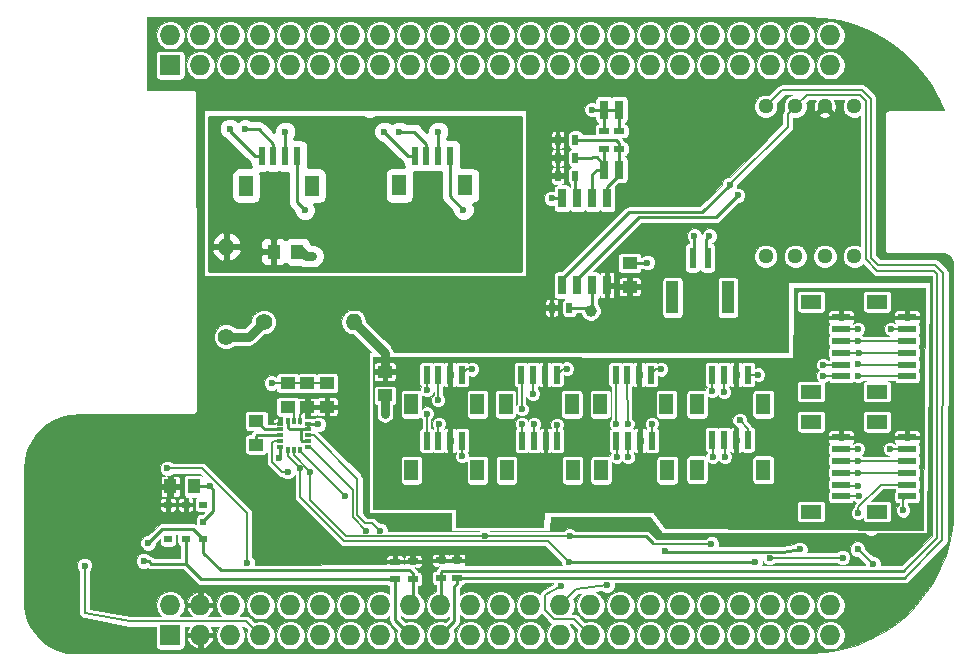
<source format=gbr>
G04 #@! TF.GenerationSoftware,KiCad,Pcbnew,(5.0.0)*
G04 #@! TF.CreationDate,2018-11-04T22:59:11-02:00*
G04 #@! TF.ProjectId,Cape_Beaglebone,436170655F426561676C65626F6E652E,rev?*
G04 #@! TF.SameCoordinates,Original*
G04 #@! TF.FileFunction,Copper,L1,Top,Plane*
G04 #@! TF.FilePolarity,Positive*
%FSLAX46Y46*%
G04 Gerber Fmt 4.6, Leading zero omitted, Abs format (unit mm)*
G04 Created by KiCad (PCBNEW (5.0.0)) date 11/04/18 22:59:11*
%MOMM*%
%LPD*%
G01*
G04 APERTURE LIST*
G04 #@! TA.AperFunction,SMDPad,CuDef*
%ADD10R,0.600000X1.800000*%
G04 #@! TD*
G04 #@! TA.AperFunction,SMDPad,CuDef*
%ADD11R,1.000000X2.800000*%
G04 #@! TD*
G04 #@! TA.AperFunction,SMDPad,CuDef*
%ADD12R,1.000000X1.250000*%
G04 #@! TD*
G04 #@! TA.AperFunction,ComponentPad*
%ADD13O,1.400000X1.400000*%
G04 #@! TD*
G04 #@! TA.AperFunction,ComponentPad*
%ADD14C,1.400000*%
G04 #@! TD*
G04 #@! TA.AperFunction,ComponentPad*
%ADD15R,1.727200X1.727200*%
G04 #@! TD*
G04 #@! TA.AperFunction,ComponentPad*
%ADD16O,1.727200X1.727200*%
G04 #@! TD*
G04 #@! TA.AperFunction,SMDPad,CuDef*
%ADD17R,0.900000X0.500000*%
G04 #@! TD*
G04 #@! TA.AperFunction,SMDPad,CuDef*
%ADD18R,0.600000X0.300000*%
G04 #@! TD*
G04 #@! TA.AperFunction,SMDPad,CuDef*
%ADD19R,0.300000X0.600000*%
G04 #@! TD*
G04 #@! TA.AperFunction,SMDPad,CuDef*
%ADD20R,0.650000X1.650000*%
G04 #@! TD*
G04 #@! TA.AperFunction,SMDPad,CuDef*
%ADD21R,0.700000X0.600000*%
G04 #@! TD*
G04 #@! TA.AperFunction,SMDPad,CuDef*
%ADD22R,0.500000X0.600000*%
G04 #@! TD*
G04 #@! TA.AperFunction,ComponentPad*
%ADD23C,1.280000*%
G04 #@! TD*
G04 #@! TA.AperFunction,BGAPad,CuDef*
%ADD24C,1.000000*%
G04 #@! TD*
G04 #@! TA.AperFunction,SMDPad,CuDef*
%ADD25R,0.760000X1.600000*%
G04 #@! TD*
G04 #@! TA.AperFunction,SMDPad,CuDef*
%ADD26R,1.250000X1.000000*%
G04 #@! TD*
G04 #@! TA.AperFunction,SMDPad,CuDef*
%ADD27R,1.550000X0.600000*%
G04 #@! TD*
G04 #@! TA.AperFunction,SMDPad,CuDef*
%ADD28R,1.800000X1.200000*%
G04 #@! TD*
G04 #@! TA.AperFunction,SMDPad,CuDef*
%ADD29R,0.600000X1.550000*%
G04 #@! TD*
G04 #@! TA.AperFunction,SMDPad,CuDef*
%ADD30R,1.200000X1.800000*%
G04 #@! TD*
G04 #@! TA.AperFunction,SMDPad,CuDef*
%ADD31R,0.500000X0.900000*%
G04 #@! TD*
G04 #@! TA.AperFunction,ViaPad*
%ADD32C,0.600000*%
G04 #@! TD*
G04 #@! TA.AperFunction,Conductor*
%ADD33C,0.250000*%
G04 #@! TD*
G04 #@! TA.AperFunction,Conductor*
%ADD34C,0.200000*%
G04 #@! TD*
G04 #@! TA.AperFunction,Conductor*
%ADD35C,0.800000*%
G04 #@! TD*
G04 #@! TA.AperFunction,Conductor*
%ADD36C,0.254000*%
G04 #@! TD*
G04 #@! TA.AperFunction,Conductor*
%ADD37C,0.100000*%
G04 #@! TD*
G04 APERTURE END LIST*
D10*
G04 #@! TO.P,J3,1*
G04 #@! TO.N,Net-(IC3-Pad14)*
X174235000Y-67940000D03*
G04 #@! TO.P,J3,2*
G04 #@! TO.N,GNDD*
X172985000Y-67940000D03*
D11*
G04 #@! TO.P,J3,*
G04 #@! TO.N,*
X171260000Y-71290000D03*
X175960000Y-71290000D03*
G04 #@! TD*
D12*
G04 #@! TO.P,C34,2*
G04 #@! TO.N,GNDA_aux*
X139500000Y-67400000D03*
G04 #@! TO.P,C34,1*
G04 #@! TO.N,+5VA_aux*
X137500000Y-67400000D03*
G04 #@! TD*
D13*
G04 #@! TO.P,L2,2*
G04 #@! TO.N,+5VA_aux*
X133500000Y-66980000D03*
D14*
G04 #@! TO.P,L2,1*
G04 #@! TO.N,+5V*
X133500000Y-74600000D03*
G04 #@! TD*
D15*
G04 #@! TO.P,P8,1*
G04 #@! TO.N,GNDD*
X128736296Y-99876004D03*
D16*
G04 #@! TO.P,P8,2*
X128736296Y-97336004D03*
G04 #@! TO.P,P8,3*
G04 #@! TO.N,+3V3*
X131276296Y-99876004D03*
G04 #@! TO.P,P8,4*
X131276296Y-97336004D03*
G04 #@! TO.P,P8,5*
G04 #@! TO.N,+5V*
X133816296Y-99876004D03*
G04 #@! TO.P,P8,6*
X133816296Y-97336004D03*
G04 #@! TO.P,P8,7*
G04 #@! TO.N,INTERUP_SEN_1*
X136356296Y-99876004D03*
G04 #@! TO.P,P8,8*
G04 #@! TO.N,INTERUP_SEN_2*
X136356296Y-97336004D03*
G04 #@! TO.P,P8,9*
G04 #@! TO.N,INTERUP_SEN_7a*
X138896296Y-99876004D03*
G04 #@! TO.P,P8,10*
G04 #@! TO.N,INTERUP_SEN_7b*
X138896296Y-97336004D03*
G04 #@! TO.P,P8,11*
G04 #@! TO.N,SPI_CS_S5*
X141436296Y-99876004D03*
G04 #@! TO.P,P8,12*
G04 #@! TO.N,Net-(P1-Pad12)*
X141436296Y-97336004D03*
G04 #@! TO.P,P8,13*
G04 #@! TO.N,Net-(P1-Pad13)*
X143976296Y-99876004D03*
G04 #@! TO.P,P8,14*
G04 #@! TO.N,SPI_CS_S4*
X143976296Y-97336004D03*
G04 #@! TO.P,P8,15*
G04 #@! TO.N,INTERUP_SEN_8b*
X146516296Y-99876004D03*
G04 #@! TO.P,P8,16*
G04 #@! TO.N,INTERUP_SEN_8a*
X146516296Y-97336004D03*
G04 #@! TO.P,P8,17*
G04 #@! TO.N,SCL_I2C_1*
X149056296Y-99876004D03*
G04 #@! TO.P,P8,18*
G04 #@! TO.N,SDA_I2C_1*
X149056296Y-97336004D03*
G04 #@! TO.P,P8,19*
G04 #@! TO.N,SCL_I2C_2*
X151596296Y-99876004D03*
G04 #@! TO.P,P8,20*
G04 #@! TO.N,SDA_I2C_2*
X151596296Y-97336004D03*
G04 #@! TO.P,P8,21*
G04 #@! TO.N,Net-(P1-Pad21)*
X154136296Y-99876004D03*
G04 #@! TO.P,P8,22*
G04 #@! TO.N,Net-(P1-Pad22)*
X154136296Y-97336004D03*
G04 #@! TO.P,P8,23*
G04 #@! TO.N,Net-(P1-Pad23)*
X156676296Y-99876004D03*
G04 #@! TO.P,P8,24*
G04 #@! TO.N,Net-(P1-Pad24)*
X156676296Y-97336004D03*
G04 #@! TO.P,P8,25*
G04 #@! TO.N,Net-(P1-Pad25)*
X159216296Y-99876004D03*
G04 #@! TO.P,P8,26*
G04 #@! TO.N,Net-(P1-Pad26)*
X159216296Y-97336004D03*
G04 #@! TO.P,P8,27*
G04 #@! TO.N,Net-(P1-Pad27)*
X161756296Y-99876004D03*
G04 #@! TO.P,P8,28*
G04 #@! TO.N,SPI_CS_S3*
X161756296Y-97336004D03*
G04 #@! TO.P,P8,29*
G04 #@! TO.N,SPI_SD0*
X164296296Y-99876004D03*
G04 #@! TO.P,P8,30*
G04 #@! TO.N,SPI_SDI*
X164296296Y-97336004D03*
G04 #@! TO.P,P8,31*
G04 #@! TO.N,SPI_SPC*
X166836296Y-99876004D03*
G04 #@! TO.P,P8,32*
G04 #@! TO.N,VDD_ADC*
X166836296Y-97336004D03*
G04 #@! TO.P,P8,33*
G04 #@! TO.N,Net-(P1-Pad33)*
X169376296Y-99876004D03*
G04 #@! TO.P,P8,34*
G04 #@! TO.N,GNDA_ADC*
X169376296Y-97336004D03*
G04 #@! TO.P,P8,35*
G04 #@! TO.N,Net-(P1-Pad35)*
X171916296Y-99876004D03*
G04 #@! TO.P,P8,36*
G04 #@! TO.N,SPI_CS_S1*
X171916296Y-97336004D03*
G04 #@! TO.P,P8,37*
G04 #@! TO.N,Net-(P1-Pad37)*
X174456296Y-99876004D03*
G04 #@! TO.P,P8,38*
G04 #@! TO.N,Net-(P1-Pad38)*
X174456296Y-97336004D03*
G04 #@! TO.P,P8,39*
G04 #@! TO.N,Net-(P1-Pad39)*
X176996296Y-99876004D03*
G04 #@! TO.P,P8,40*
G04 #@! TO.N,Net-(P1-Pad40)*
X176996296Y-97336004D03*
G04 #@! TO.P,P8,41*
G04 #@! TO.N,Net-(P1-Pad41)*
X179536296Y-99876004D03*
G04 #@! TO.P,P8,42*
G04 #@! TO.N,SPI_CS_S2*
X179536296Y-97336004D03*
G04 #@! TO.P,P8,43*
G04 #@! TO.N,GNDD*
X182076296Y-99876004D03*
G04 #@! TO.P,P8,44*
X182076296Y-97336004D03*
G04 #@! TO.P,P8,45*
X184616296Y-99876004D03*
G04 #@! TO.P,P8,46*
X184616296Y-97336004D03*
G04 #@! TD*
D14*
G04 #@! TO.P,L1,1*
G04 #@! TO.N,+5V*
X136661096Y-73371104D03*
D13*
G04 #@! TO.P,L1,2*
G04 #@! TO.N,+5VA*
X144281096Y-73371104D03*
G04 #@! TD*
D17*
G04 #@! TO.P,R17,1*
G04 #@! TO.N,GNDD*
X166747396Y-57190604D03*
G04 #@! TO.P,R17,2*
G04 #@! TO.N,Net-(IC5-Pad1)*
X166747396Y-58690604D03*
G04 #@! TD*
G04 #@! TO.P,R18,2*
G04 #@! TO.N,Net-(IC5-Pad2)*
X165477396Y-58690604D03*
G04 #@! TO.P,R18,1*
G04 #@! TO.N,GNDD*
X165477396Y-57190604D03*
G04 #@! TD*
D18*
G04 #@! TO.P,IC9,1*
G04 #@! TO.N,+3V3*
X138019617Y-81965121D03*
G04 #@! TO.P,IC9,2*
G04 #@! TO.N,Net-(C9-Pad1)*
X138019617Y-82465121D03*
G04 #@! TO.P,IC9,3*
G04 #@! TO.N,Net-(C9-Pad2)*
X138019617Y-82965121D03*
G04 #@! TO.P,IC9,4*
G04 #@! TO.N,SPI_SPC*
X138019617Y-83465121D03*
G04 #@! TO.P,IC9,5*
G04 #@! TO.N,GNDD*
X138019617Y-83965121D03*
D19*
G04 #@! TO.P,IC9,6*
G04 #@! TO.N,SPI_SDI*
X138719617Y-84165121D03*
G04 #@! TO.P,IC9,7*
G04 #@! TO.N,SPI_SD0*
X139219617Y-84165121D03*
G04 #@! TO.P,IC9,8*
G04 #@! TO.N,SPI_CS_S4*
X139719617Y-84165121D03*
D18*
G04 #@! TO.P,IC9,9*
G04 #@! TO.N,INTERUP_SEN_8b*
X140419617Y-83965121D03*
G04 #@! TO.P,IC9,10*
G04 #@! TO.N,GNDD*
X140419617Y-83465121D03*
G04 #@! TO.P,IC9,11*
G04 #@! TO.N,INTERUP_SEN_8a*
X140419617Y-82965121D03*
G04 #@! TO.P,IC9,12*
G04 #@! TO.N,GNDD*
X140419617Y-82465121D03*
G04 #@! TO.P,IC9,13*
X140419617Y-81965121D03*
D19*
G04 #@! TO.P,IC9,14*
G04 #@! TO.N,+3V3*
X139719617Y-81765121D03*
G04 #@! TO.P,IC9,15*
G04 #@! TO.N,Net-(C17-Pad1)*
X139219617Y-81765121D03*
G04 #@! TO.P,IC9,16*
G04 #@! TO.N,GNDD*
X138719617Y-81765121D03*
G04 #@! TD*
D20*
G04 #@! TO.P,IC5,8*
G04 #@! TO.N,+3V3*
X165731396Y-70251604D03*
G04 #@! TO.P,IC5,7*
G04 #@! TO.N,Net-(IC5-Pad7)*
X164461396Y-70251604D03*
G04 #@! TO.P,IC5,6*
G04 #@! TO.N,SCL_I2C_2*
X163191396Y-70251604D03*
G04 #@! TO.P,IC5,5*
G04 #@! TO.N,SDA_I2C_2*
X161921396Y-70251604D03*
G04 #@! TO.P,IC5,4*
G04 #@! TO.N,GNDD*
X161921396Y-62901604D03*
G04 #@! TO.P,IC5,3*
G04 #@! TO.N,Net-(IC5-Pad3)*
X163191396Y-62901604D03*
G04 #@! TO.P,IC5,2*
G04 #@! TO.N,Net-(IC5-Pad2)*
X164461396Y-62901604D03*
G04 #@! TO.P,IC5,1*
G04 #@! TO.N,Net-(IC5-Pad1)*
X165731396Y-62901604D03*
G04 #@! TD*
D21*
G04 #@! TO.P,IC11,1*
G04 #@! TO.N,Net-(IC11-Pad1)*
X131549696Y-88826404D03*
G04 #@! TO.P,IC11,2*
G04 #@! TO.N,+3V3*
X130049696Y-88826404D03*
G04 #@! TO.P,IC11,3*
X128549696Y-88826404D03*
G04 #@! TO.P,IC11,4*
G04 #@! TO.N,Net-(IC11-Pad4)*
X128549696Y-91726404D03*
G04 #@! TO.P,IC11,5*
G04 #@! TO.N,SCL_I2C_1*
X130049696Y-91726404D03*
G04 #@! TO.P,IC11,6*
G04 #@! TO.N,SDA_I2C_1*
X131549696Y-91726404D03*
D22*
G04 #@! TO.P,IC11,7*
G04 #@! TO.N,GNDD*
X131549696Y-90276404D03*
G04 #@! TD*
D23*
G04 #@! TO.P,U1,8*
G04 #@! TO.N,Net-(U1-Pad8)*
X186665896Y-67801604D03*
G04 #@! TO.P,U1,7*
G04 #@! TO.N,Net-(U1-Pad7)*
X184165896Y-67801604D03*
G04 #@! TO.P,U1,6*
G04 #@! TO.N,Net-(U1-Pad6)*
X181665896Y-67801604D03*
G04 #@! TO.P,U1,5*
G04 #@! TO.N,INTERUP_SEN_4*
X179165896Y-67801604D03*
G04 #@! TO.P,U1,4*
G04 #@! TO.N,SCL_I2C_2*
X179165896Y-55101604D03*
G04 #@! TO.P,U1,3*
G04 #@! TO.N,SDA_I2C_2*
X181665896Y-55101604D03*
G04 #@! TO.P,U1,2*
G04 #@! TO.N,+3V3*
X184165896Y-55101604D03*
G04 #@! TO.P,U1,1*
G04 #@! TO.N,GNDD*
X186665896Y-55101604D03*
G04 #@! TD*
D24*
G04 #@! TO.P,J5,1*
G04 #@! TO.N,Net-(IC5-Pad7)*
X164334396Y-72418604D03*
G04 #@! TD*
D25*
G04 #@! TO.P,SW1,1*
G04 #@! TO.N,GNDD*
X166747396Y-55400604D03*
G04 #@! TO.P,SW1,3*
G04 #@! TO.N,Net-(IC5-Pad2)*
X165477396Y-60480604D03*
G04 #@! TO.P,SW1,2*
G04 #@! TO.N,GNDD*
X165477396Y-55400604D03*
G04 #@! TO.P,SW1,4*
G04 #@! TO.N,Net-(IC5-Pad1)*
X166747396Y-60480604D03*
G04 #@! TD*
D26*
G04 #@! TO.P,C33,1*
G04 #@! TO.N,+5VA*
X146917396Y-77573104D03*
G04 #@! TO.P,C33,2*
G04 #@! TO.N,GNDA*
X146917396Y-79573104D03*
G04 #@! TD*
D27*
G04 #@! TO.P,J11,1*
G04 #@! TO.N,/AIN_13P*
X185535896Y-88126604D03*
G04 #@! TO.P,J11,2*
G04 #@! TO.N,/AIN_13N*
X185535896Y-87126604D03*
G04 #@! TO.P,J11,3*
G04 #@! TO.N,/AIN_11P*
X185535896Y-86126604D03*
G04 #@! TO.P,J11,4*
G04 #@! TO.N,/AIN_11N*
X185535896Y-85126604D03*
G04 #@! TO.P,J11,5*
G04 #@! TO.N,GNDA*
X185535896Y-84126604D03*
G04 #@! TO.P,J11,6*
G04 #@! TO.N,+5VA*
X185535896Y-83126604D03*
D28*
G04 #@! TO.P,J11,*
G04 #@! TO.N,*
X183010896Y-89426604D03*
X183010896Y-81826604D03*
G04 #@! TD*
D27*
G04 #@! TO.P,J4,1*
G04 #@! TO.N,/AIN_9P*
X185535896Y-77966604D03*
G04 #@! TO.P,J4,2*
G04 #@! TO.N,/AIN_9N*
X185535896Y-76966604D03*
G04 #@! TO.P,J4,3*
G04 #@! TO.N,/AIN_8P*
X185535896Y-75966604D03*
G04 #@! TO.P,J4,4*
G04 #@! TO.N,/AIN_8N*
X185535896Y-74966604D03*
G04 #@! TO.P,J4,5*
G04 #@! TO.N,GNDA*
X185535896Y-73966604D03*
G04 #@! TO.P,J4,6*
G04 #@! TO.N,+5VA*
X185535896Y-72966604D03*
D28*
G04 #@! TO.P,J4,*
G04 #@! TO.N,*
X183010896Y-79266604D03*
X183010896Y-71666604D03*
G04 #@! TD*
D27*
G04 #@! TO.P,J6,1*
G04 #@! TO.N,/IOUT_2*
X191123896Y-77966604D03*
G04 #@! TO.P,J6,2*
G04 #@! TO.N,/IOUT_1*
X191123896Y-76966604D03*
G04 #@! TO.P,J6,3*
G04 #@! TO.N,/AIN_8P*
X191123896Y-75966604D03*
G04 #@! TO.P,J6,4*
G04 #@! TO.N,/AIN_8N*
X191123896Y-74966604D03*
G04 #@! TO.P,J6,5*
G04 #@! TO.N,GNDA*
X191123896Y-73966604D03*
G04 #@! TO.P,J6,6*
G04 #@! TO.N,+5VA*
X191123896Y-72966604D03*
D28*
G04 #@! TO.P,J6,*
G04 #@! TO.N,*
X188598896Y-79266604D03*
X188598896Y-71666604D03*
G04 #@! TD*
D27*
G04 #@! TO.P,J16,1*
G04 #@! TO.N,/IOUT_4*
X191123896Y-88126604D03*
G04 #@! TO.P,J16,2*
G04 #@! TO.N,/IOUT_3*
X191123896Y-87126604D03*
G04 #@! TO.P,J16,3*
G04 #@! TO.N,/AIN_11P*
X191123896Y-86126604D03*
G04 #@! TO.P,J16,4*
G04 #@! TO.N,/AIN_11N*
X191123896Y-85126604D03*
G04 #@! TO.P,J16,5*
G04 #@! TO.N,GNDA*
X191123896Y-84126604D03*
G04 #@! TO.P,J16,6*
G04 #@! TO.N,+5VA*
X191123896Y-83126604D03*
D28*
G04 #@! TO.P,J16,*
G04 #@! TO.N,*
X188598896Y-89426604D03*
X188598896Y-81826604D03*
G04 #@! TD*
D29*
G04 #@! TO.P,J1,1*
G04 #@! TO.N,Net-(C1-Pad2)*
X139475896Y-59289104D03*
G04 #@! TO.P,J1,2*
G04 #@! TO.N,GNDA_aux*
X138475896Y-59289104D03*
G04 #@! TO.P,J1,3*
G04 #@! TO.N,Net-(IC2-Pad10)*
X137475896Y-59289104D03*
G04 #@! TO.P,J1,4*
G04 #@! TO.N,Net-(IC2-Pad8)*
X136475896Y-59289104D03*
D30*
G04 #@! TO.P,J1,*
G04 #@! TO.N,*
X140775896Y-61814104D03*
X135175896Y-61814104D03*
G04 #@! TD*
D29*
G04 #@! TO.P,J2,1*
G04 #@! TO.N,Net-(C6-Pad2)*
X152435896Y-59281604D03*
G04 #@! TO.P,J2,2*
G04 #@! TO.N,GNDA_aux*
X151435896Y-59281604D03*
G04 #@! TO.P,J2,3*
G04 #@! TO.N,Net-(IC4-Pad10)*
X150435896Y-59281604D03*
G04 #@! TO.P,J2,4*
G04 #@! TO.N,Net-(IC4-Pad8)*
X149435896Y-59281604D03*
D30*
G04 #@! TO.P,J2,*
G04 #@! TO.N,*
X153735896Y-61806604D03*
X148135896Y-61806604D03*
G04 #@! TD*
D29*
G04 #@! TO.P,J7,1*
G04 #@! TO.N,GNDA*
X153451896Y-83411604D03*
G04 #@! TO.P,J7,2*
G04 #@! TO.N,+5VA*
X152451896Y-83411604D03*
G04 #@! TO.P,J7,3*
G04 #@! TO.N,/AIN_6P*
X151451896Y-83411604D03*
G04 #@! TO.P,J7,4*
G04 #@! TO.N,/AIN_6N*
X150451896Y-83411604D03*
D30*
G04 #@! TO.P,J7,*
G04 #@! TO.N,*
X154751896Y-85936604D03*
X149151896Y-85936604D03*
G04 #@! TD*
D29*
G04 #@! TO.P,J8,1*
G04 #@! TO.N,GNDA*
X153451896Y-77823604D03*
G04 #@! TO.P,J8,2*
G04 #@! TO.N,+5VA*
X152451896Y-77823604D03*
G04 #@! TO.P,J8,3*
G04 #@! TO.N,/AIN_7P*
X151451896Y-77823604D03*
G04 #@! TO.P,J8,4*
G04 #@! TO.N,/AIN_7N*
X150451896Y-77823604D03*
D30*
G04 #@! TO.P,J8,*
G04 #@! TO.N,*
X154751896Y-80348604D03*
X149151896Y-80348604D03*
G04 #@! TD*
D29*
G04 #@! TO.P,J9,1*
G04 #@! TO.N,GNDA*
X161516396Y-83411604D03*
G04 #@! TO.P,J9,2*
G04 #@! TO.N,+5VA*
X160516396Y-83411604D03*
G04 #@! TO.P,J9,3*
G04 #@! TO.N,/AIN_0P*
X159516396Y-83411604D03*
G04 #@! TO.P,J9,4*
G04 #@! TO.N,/AIN_0N*
X158516396Y-83411604D03*
D30*
G04 #@! TO.P,J9,*
G04 #@! TO.N,*
X162816396Y-85936604D03*
X157216396Y-85936604D03*
G04 #@! TD*
D29*
G04 #@! TO.P,J10,1*
G04 #@! TO.N,GNDA*
X161452896Y-77823604D03*
G04 #@! TO.P,J10,2*
G04 #@! TO.N,+5VA*
X160452896Y-77823604D03*
G04 #@! TO.P,J10,3*
G04 #@! TO.N,/AIN_1P*
X159452896Y-77823604D03*
G04 #@! TO.P,J10,4*
G04 #@! TO.N,/AIN_1N*
X158452896Y-77823604D03*
D30*
G04 #@! TO.P,J10,*
G04 #@! TO.N,*
X162752896Y-80348604D03*
X157152896Y-80348604D03*
G04 #@! TD*
D29*
G04 #@! TO.P,J12,1*
G04 #@! TO.N,GNDA*
X177645396Y-83348104D03*
G04 #@! TO.P,J12,2*
G04 #@! TO.N,+5VA*
X176645396Y-83348104D03*
G04 #@! TO.P,J12,3*
G04 #@! TO.N,/AIN_5P*
X175645396Y-83348104D03*
G04 #@! TO.P,J12,4*
G04 #@! TO.N,/AIN_5N*
X174645396Y-83348104D03*
D30*
G04 #@! TO.P,J12,*
G04 #@! TO.N,*
X178945396Y-85873104D03*
X173345396Y-85873104D03*
G04 #@! TD*
D29*
G04 #@! TO.P,J13,1*
G04 #@! TO.N,GNDA*
X169517396Y-83411604D03*
G04 #@! TO.P,J13,2*
G04 #@! TO.N,+5VA*
X168517396Y-83411604D03*
G04 #@! TO.P,J13,3*
G04 #@! TO.N,/AIN_4P*
X167517396Y-83411604D03*
G04 #@! TO.P,J13,4*
G04 #@! TO.N,/AIN_4N*
X166517396Y-83411604D03*
D30*
G04 #@! TO.P,J13,*
G04 #@! TO.N,*
X170817396Y-85936604D03*
X165217396Y-85936604D03*
G04 #@! TD*
D29*
G04 #@! TO.P,J14,1*
G04 #@! TO.N,GNDA*
X169453896Y-77823604D03*
G04 #@! TO.P,J14,2*
G04 #@! TO.N,+5VA*
X168453896Y-77823604D03*
G04 #@! TO.P,J14,3*
G04 #@! TO.N,/AIN_3P*
X167453896Y-77823604D03*
G04 #@! TO.P,J14,4*
G04 #@! TO.N,/AIN_3N*
X166453896Y-77823604D03*
D30*
G04 #@! TO.P,J14,*
G04 #@! TO.N,*
X170753896Y-80348604D03*
X165153896Y-80348604D03*
G04 #@! TD*
D29*
G04 #@! TO.P,J15,1*
G04 #@! TO.N,GNDA*
X177645396Y-77823604D03*
G04 #@! TO.P,J15,2*
G04 #@! TO.N,+5VA*
X176645396Y-77823604D03*
G04 #@! TO.P,J15,3*
G04 #@! TO.N,/AIN_2P*
X175645396Y-77823604D03*
G04 #@! TO.P,J15,4*
G04 #@! TO.N,/AIN_2N*
X174645396Y-77823604D03*
D30*
G04 #@! TO.P,J15,*
G04 #@! TO.N,*
X178945396Y-80348604D03*
X173345396Y-80348604D03*
G04 #@! TD*
D15*
G04 #@! TO.P,P9,1*
G04 #@! TO.N,GNDD*
X128736296Y-51616004D03*
D16*
G04 #@! TO.P,P9,2*
X128736296Y-49076004D03*
G04 #@! TO.P,P9,3*
G04 #@! TO.N,Net-(P2-Pad3)*
X131276296Y-51616004D03*
G04 #@! TO.P,P9,4*
G04 #@! TO.N,Net-(P2-Pad4)*
X131276296Y-49076004D03*
G04 #@! TO.P,P9,5*
G04 #@! TO.N,Net-(P2-Pad5)*
X133816296Y-51616004D03*
G04 #@! TO.P,P9,6*
G04 #@! TO.N,Net-(P2-Pad6)*
X133816296Y-49076004D03*
G04 #@! TO.P,P9,7*
G04 #@! TO.N,Net-(P2-Pad7)*
X136356296Y-51616004D03*
G04 #@! TO.P,P9,8*
G04 #@! TO.N,Net-(P2-Pad8)*
X136356296Y-49076004D03*
G04 #@! TO.P,P9,9*
G04 #@! TO.N,Net-(P2-Pad9)*
X138896296Y-51616004D03*
G04 #@! TO.P,P9,10*
G04 #@! TO.N,Net-(P2-Pad10)*
X138896296Y-49076004D03*
G04 #@! TO.P,P9,11*
G04 #@! TO.N,Net-(P2-Pad11)*
X141436296Y-51616004D03*
G04 #@! TO.P,P9,12*
G04 #@! TO.N,Net-(P2-Pad12)*
X141436296Y-49076004D03*
G04 #@! TO.P,P9,13*
G04 #@! TO.N,Net-(P2-Pad13)*
X143976296Y-51616004D03*
G04 #@! TO.P,P9,14*
G04 #@! TO.N,Net-(P2-Pad14)*
X143976296Y-49076004D03*
G04 #@! TO.P,P9,15*
G04 #@! TO.N,HX1_DOUT*
X146516296Y-51616004D03*
G04 #@! TO.P,P9,16*
G04 #@! TO.N,HX1_SCK*
X146516296Y-49076004D03*
G04 #@! TO.P,P9,17*
G04 #@! TO.N,HX2_SCK*
X149056296Y-51616004D03*
G04 #@! TO.P,P9,18*
G04 #@! TO.N,HX2_DOUT*
X149056296Y-49076004D03*
G04 #@! TO.P,P9,19*
G04 #@! TO.N,Net-(P2-Pad19)*
X151596296Y-51616004D03*
G04 #@! TO.P,P9,20*
G04 #@! TO.N,Net-(P2-Pad20)*
X151596296Y-49076004D03*
G04 #@! TO.P,P9,21*
G04 #@! TO.N,Net-(P2-Pad21)*
X154136296Y-51616004D03*
G04 #@! TO.P,P9,22*
G04 #@! TO.N,Net-(P2-Pad22)*
X154136296Y-49076004D03*
G04 #@! TO.P,P9,23*
G04 #@! TO.N,Net-(P2-Pad23)*
X156676296Y-51616004D03*
G04 #@! TO.P,P9,24*
G04 #@! TO.N,Net-(P2-Pad24)*
X156676296Y-49076004D03*
G04 #@! TO.P,P9,25*
G04 #@! TO.N,Net-(P2-Pad25)*
X159216296Y-51616004D03*
G04 #@! TO.P,P9,26*
G04 #@! TO.N,Net-(P2-Pad26)*
X159216296Y-49076004D03*
G04 #@! TO.P,P9,27*
G04 #@! TO.N,Net-(P2-Pad27)*
X161756296Y-51616004D03*
G04 #@! TO.P,P9,28*
G04 #@! TO.N,Net-(P2-Pad28)*
X161756296Y-49076004D03*
G04 #@! TO.P,P9,29*
G04 #@! TO.N,Net-(P2-Pad29)*
X164296296Y-51616004D03*
G04 #@! TO.P,P9,30*
G04 #@! TO.N,Net-(P2-Pad30)*
X164296296Y-49076004D03*
G04 #@! TO.P,P9,31*
G04 #@! TO.N,Net-(P2-Pad31)*
X166836296Y-51616004D03*
G04 #@! TO.P,P9,32*
G04 #@! TO.N,Net-(P2-Pad32)*
X166836296Y-49076004D03*
G04 #@! TO.P,P9,33*
G04 #@! TO.N,Net-(P2-Pad33)*
X169376296Y-51616004D03*
G04 #@! TO.P,P9,34*
G04 #@! TO.N,Net-(P2-Pad34)*
X169376296Y-49076004D03*
G04 #@! TO.P,P9,35*
G04 #@! TO.N,Net-(P2-Pad35)*
X171916296Y-51616004D03*
G04 #@! TO.P,P9,36*
G04 #@! TO.N,Net-(P2-Pad36)*
X171916296Y-49076004D03*
G04 #@! TO.P,P9,37*
G04 #@! TO.N,Net-(P2-Pad37)*
X174456296Y-51616004D03*
G04 #@! TO.P,P9,38*
G04 #@! TO.N,Net-(P2-Pad38)*
X174456296Y-49076004D03*
G04 #@! TO.P,P9,39*
G04 #@! TO.N,Net-(P2-Pad39)*
X176996296Y-51616004D03*
G04 #@! TO.P,P9,40*
G04 #@! TO.N,Net-(P2-Pad40)*
X176996296Y-49076004D03*
G04 #@! TO.P,P9,41*
G04 #@! TO.N,INTERUP_SEN_3*
X179536296Y-51616004D03*
G04 #@! TO.P,P9,42*
G04 #@! TO.N,Net-(P2-Pad42)*
X179536296Y-49076004D03*
G04 #@! TO.P,P9,43*
G04 #@! TO.N,INTERUP_SEN_4*
X182076296Y-51616004D03*
G04 #@! TO.P,P9,44*
G04 #@! TO.N,INTERUP_RTC*
X182076296Y-49076004D03*
G04 #@! TO.P,P9,45*
G04 #@! TO.N,Net-(P2-Pad45)*
X184616296Y-51616004D03*
G04 #@! TO.P,P9,46*
G04 #@! TO.N,Net-(P2-Pad46)*
X184616296Y-49076004D03*
G04 #@! TD*
D26*
G04 #@! TO.P,C8,2*
G04 #@! TO.N,GNDD*
X167636396Y-68370604D03*
G04 #@! TO.P,C8,1*
G04 #@! TO.N,+3V3*
X167636396Y-70370604D03*
G04 #@! TD*
G04 #@! TO.P,C9,2*
G04 #@! TO.N,Net-(C9-Pad2)*
X136030000Y-83740000D03*
G04 #@! TO.P,C9,1*
G04 #@! TO.N,Net-(C9-Pad1)*
X136030000Y-81740000D03*
G04 #@! TD*
G04 #@! TO.P,C17,1*
G04 #@! TO.N,Net-(C17-Pad1)*
X138690175Y-80552121D03*
G04 #@! TO.P,C17,2*
G04 #@! TO.N,GNDD*
X138690175Y-78552121D03*
G04 #@! TD*
G04 #@! TO.P,C18,2*
G04 #@! TO.N,GNDD*
X140354975Y-78563167D03*
G04 #@! TO.P,C18,1*
G04 #@! TO.N,+3V3*
X140354975Y-80563167D03*
G04 #@! TD*
G04 #@! TO.P,C22,1*
G04 #@! TO.N,+3V3*
X142005975Y-80552121D03*
G04 #@! TO.P,C22,2*
G04 #@! TO.N,GNDD*
X142005975Y-78552121D03*
G04 #@! TD*
D12*
G04 #@! TO.P,C23,1*
G04 #@! TO.N,+3V3*
X128744896Y-87291904D03*
G04 #@! TO.P,C23,2*
G04 #@! TO.N,GNDD*
X130744896Y-87291904D03*
G04 #@! TD*
D31*
G04 #@! TO.P,R7,2*
G04 #@! TO.N,Net-(IC5-Pad1)*
X163052396Y-57940604D03*
G04 #@! TO.P,R7,1*
G04 #@! TO.N,+3V3*
X161552396Y-57940604D03*
G04 #@! TD*
G04 #@! TO.P,R8,1*
G04 #@! TO.N,+3V3*
X161552396Y-59464604D03*
G04 #@! TO.P,R8,2*
G04 #@! TO.N,Net-(IC5-Pad2)*
X163052396Y-59464604D03*
G04 #@! TD*
G04 #@! TO.P,R9,2*
G04 #@! TO.N,Net-(IC5-Pad3)*
X163052396Y-60988604D03*
G04 #@! TO.P,R9,1*
G04 #@! TO.N,+3V3*
X161552396Y-60988604D03*
G04 #@! TD*
D17*
G04 #@! TO.P,R10,2*
G04 #@! TO.N,+3V3*
X151686296Y-93526004D03*
G04 #@! TO.P,R10,1*
G04 #@! TO.N,SDA_I2C_2*
X151686296Y-95026004D03*
G04 #@! TD*
D31*
G04 #@! TO.P,R11,2*
G04 #@! TO.N,Net-(IC5-Pad7)*
X162544396Y-72164604D03*
G04 #@! TO.P,R11,1*
G04 #@! TO.N,+3V3*
X161044396Y-72164604D03*
G04 #@! TD*
D17*
G04 #@! TO.P,R12,1*
G04 #@! TO.N,SCL_I2C_2*
X152986296Y-95026004D03*
G04 #@! TO.P,R12,2*
G04 #@! TO.N,+3V3*
X152986296Y-93526004D03*
G04 #@! TD*
G04 #@! TO.P,R15,1*
G04 #@! TO.N,SCL_I2C_1*
X147766296Y-95153004D03*
G04 #@! TO.P,R15,2*
G04 #@! TO.N,+3V3*
X147766296Y-93653004D03*
G04 #@! TD*
G04 #@! TO.P,R16,2*
G04 #@! TO.N,+3V3*
X149284896Y-93639604D03*
G04 #@! TO.P,R16,1*
G04 #@! TO.N,SDA_I2C_1*
X149284896Y-95139604D03*
G04 #@! TD*
D32*
G04 #@! TO.N,GNDD*
X169150000Y-68350000D03*
X137330000Y-78540000D03*
X137980000Y-84890000D03*
X141280000Y-82040000D03*
X132081696Y-87266504D03*
X173111995Y-66095104D03*
X161032396Y-62893604D03*
X164461396Y-55400604D03*
G04 #@! TO.N,+3V3*
X138042196Y-86886604D03*
X118455896Y-98860104D03*
X122583396Y-91684604D03*
X169985896Y-62004604D03*
X125469496Y-90004104D03*
X156904896Y-54448104D03*
X177369676Y-59027724D03*
X174049896Y-54765604D03*
X125885396Y-96066104D03*
X145601896Y-55210104D03*
X177478896Y-70704104D03*
X168750000Y-90913104D03*
X187850000Y-91900000D03*
X181360000Y-91480000D03*
G04 #@! TO.N,SCL_I2C_2*
X176794995Y-62639604D03*
G04 #@! TO.N,SDA_I2C_2*
X176102076Y-61750604D03*
G04 #@! TO.N,SPI_SPC*
X138680000Y-86040000D03*
X170600000Y-92791104D03*
X182050000Y-92610000D03*
G04 #@! TO.N,SPI_SD0*
X140594496Y-86040000D03*
X174550000Y-92150000D03*
X155370000Y-91500000D03*
X162550000Y-91500000D03*
X161810000Y-95680000D03*
X179490000Y-93320000D03*
X185680000Y-93316105D03*
G04 #@! TO.N,SPI_SDI*
X178257896Y-93700000D03*
X162500000Y-93700000D03*
X139728797Y-85740000D03*
G04 #@! TO.N,INTERUP_SEN_1*
X121500000Y-94000000D03*
G04 #@! TO.N,SCL_I2C_1*
X126507696Y-93602304D03*
G04 #@! TO.N,SDA_I2C_1*
X126863296Y-92078304D03*
G04 #@! TO.N,INTERUP_SEN_2*
X135250000Y-93750000D03*
X128500000Y-85750000D03*
G04 #@! TO.N,INTERUP_SEN_8a*
X146520000Y-91060000D03*
G04 #@! TO.N,INTERUP_SEN_8b*
X145330000Y-91050000D03*
G04 #@! TO.N,Net-(C1-Pad2)*
X140140896Y-63898104D03*
G04 #@! TO.N,GNDA*
X146917396Y-81198104D03*
X153475896Y-84724904D03*
X162315096Y-77308104D03*
X161502296Y-82083304D03*
X176945496Y-81702304D03*
X170316096Y-77384304D03*
X169503296Y-81981704D03*
X178520296Y-77816104D03*
X154314096Y-77384304D03*
X189696296Y-84126604D03*
X187003896Y-84126604D03*
X187003896Y-73966604D03*
X189747096Y-73966604D03*
G04 #@! TO.N,Net-(C6-Pad2)*
X153572065Y-63846104D03*
G04 #@! TO.N,+5VA*
X188083396Y-90833604D03*
X165667896Y-88492004D03*
X147506896Y-86007604D03*
X176650000Y-90400000D03*
G04 #@! TO.N,Net-(IC2-Pad10)*
X135062088Y-57030104D03*
G04 #@! TO.N,Net-(IC2-Pad8)*
X133792088Y-56990104D03*
G04 #@! TO.N,Net-(IC3-Pad14)*
X174381995Y-66095104D03*
G04 #@! TO.N,Net-(IC4-Pad10)*
X148141896Y-57242104D03*
G04 #@! TO.N,Net-(IC4-Pad8)*
X146871896Y-57242104D03*
G04 #@! TO.N,/IOUT_4*
X190813896Y-89322304D03*
G04 #@! TO.N,/AIN_13P*
X187029296Y-88128504D03*
G04 #@! TO.N,/AIN_13N*
X187003896Y-87290304D03*
G04 #@! TO.N,/AIN_11N*
X186978496Y-85131304D03*
G04 #@! TO.N,/AIN_11P*
X186978496Y-86126604D03*
G04 #@! TO.N,/IOUT_3*
X187003896Y-89500104D03*
G04 #@! TO.N,SPI_CS_S2*
X188250000Y-93850000D03*
X186950000Y-92600000D03*
G04 #@! TO.N,/IOUT_1*
X187003896Y-76952504D03*
G04 #@! TO.N,/AIN_8P*
X187029296Y-75961904D03*
G04 #@! TO.N,/AIN_8N*
X187003896Y-74966604D03*
G04 #@! TO.N,/AIN_9N*
X184032096Y-76977904D03*
G04 #@! TO.N,/AIN_9P*
X184006696Y-77968504D03*
G04 #@! TO.N,/IOUT_2*
X186978496Y-77968504D03*
G04 #@! TO.N,SPI_CS_S4*
X143580000Y-88140000D03*
G04 #@! TO.N,/AIN_6P*
X151469296Y-82007104D03*
G04 #@! TO.N,/AIN_6N*
X150478696Y-81118104D03*
G04 #@! TO.N,/AIN_7P*
X151443896Y-80000504D03*
G04 #@! TO.N,/AIN_7N*
X150453296Y-79136904D03*
G04 #@! TO.N,/AIN_0P*
X159546496Y-82032504D03*
G04 #@! TO.N,/AIN_0N*
X158505096Y-82032504D03*
G04 #@! TO.N,/AIN_1P*
X159444896Y-79441704D03*
G04 #@! TO.N,/AIN_1N*
X158505096Y-80762504D03*
G04 #@! TO.N,/AIN_2N*
X174634096Y-79213104D03*
G04 #@! TO.N,/AIN_2P*
X175650096Y-79263904D03*
G04 #@! TO.N,/AIN_3N*
X166480696Y-81981704D03*
G04 #@! TO.N,/AIN_3P*
X167471296Y-82007104D03*
G04 #@! TO.N,/AIN_4N*
X166531496Y-84801104D03*
G04 #@! TO.N,/AIN_4P*
X167522096Y-84801104D03*
G04 #@! TO.N,/AIN_5N*
X174659496Y-84775704D03*
G04 #@! TO.N,/AIN_5P*
X175675496Y-84801104D03*
G04 #@! TO.N,SPI_CS_S3*
X165730000Y-95670000D03*
G04 #@! TO.N,GNDA_aux*
X140775896Y-67783104D03*
X138489896Y-57242104D03*
X151443896Y-57242104D03*
G04 #@! TO.N,+5VA_aux*
X143778896Y-61814104D03*
X157092896Y-61586702D03*
G04 #@! TD*
D33*
G04 #@! TO.N,GNDD*
X164461396Y-55400604D02*
X165477396Y-55400604D01*
X161913396Y-62893604D02*
X161921396Y-62901604D01*
X161032396Y-62893604D02*
X161913396Y-62893604D01*
X165477396Y-57190604D02*
X165477396Y-55400604D01*
X166747396Y-57190604D02*
X166747396Y-55400604D01*
X173119995Y-66103104D02*
X173111995Y-66095104D01*
X173119995Y-67753604D02*
X173119995Y-66103104D01*
X166747396Y-55400604D02*
X165477396Y-55400604D01*
X132081696Y-87266504D02*
X130770296Y-87266504D01*
X132381695Y-89394405D02*
X131549696Y-90226404D01*
X132381695Y-87566503D02*
X132381695Y-89394405D01*
X132081696Y-87266504D02*
X132381695Y-87566503D01*
X139869617Y-82465121D02*
X140419617Y-82465121D01*
X138869617Y-82465121D02*
X139869617Y-82465121D01*
X138719617Y-82315121D02*
X138869617Y-82465121D01*
X138719617Y-81765121D02*
X138719617Y-82315121D01*
X139794616Y-82540122D02*
X139869617Y-82465121D01*
X139794616Y-83390120D02*
X139794616Y-82540122D01*
X139869617Y-83465121D02*
X139794616Y-83390120D01*
X140419617Y-83465121D02*
X139869617Y-83465121D01*
X140494496Y-82040000D02*
X140419617Y-81965121D01*
X141280000Y-82040000D02*
X140494496Y-82040000D01*
X140419617Y-81965121D02*
X140419617Y-82465121D01*
X138019617Y-84850383D02*
X137980000Y-84890000D01*
X138019617Y-83965121D02*
X138019617Y-84850383D01*
D34*
X138690175Y-78552121D02*
X142005975Y-78552121D01*
X138678054Y-78540000D02*
X138690175Y-78552121D01*
X137330000Y-78540000D02*
X138678054Y-78540000D01*
D33*
X169129396Y-68370604D02*
X169150000Y-68350000D01*
X167636396Y-68370604D02*
X169129396Y-68370604D01*
G04 #@! TO.N,+3V3*
X128720296Y-87366504D02*
X128694896Y-87391904D01*
X130049696Y-88826404D02*
X128549696Y-88826404D01*
D34*
X139719617Y-81765121D02*
X139719617Y-81198525D01*
X140366021Y-80552121D02*
X140354975Y-80563167D01*
X137869617Y-81965121D02*
X138019617Y-81965121D01*
D33*
X165850396Y-70370604D02*
X165731396Y-70251604D01*
X167636396Y-70370604D02*
X165850396Y-70370604D01*
X128549696Y-88826404D02*
X128549696Y-87487104D01*
D34*
X139719617Y-81198525D02*
X140354975Y-80563167D01*
D33*
G04 #@! TO.N,SCL_I2C_2*
X152459895Y-99012405D02*
X151596296Y-99876004D01*
X152784897Y-98687403D02*
X152459895Y-99012405D01*
X152784897Y-95727403D02*
X152784897Y-98687403D01*
X152986296Y-95526004D02*
X152784897Y-95727403D01*
X152986296Y-95026004D02*
X152986296Y-95526004D01*
X176494996Y-62939603D02*
X176794995Y-62639604D01*
X174932984Y-64501615D02*
X176494996Y-62939603D01*
X168441385Y-64501615D02*
X174932984Y-64501615D01*
X163191396Y-69751604D02*
X168441385Y-64501615D01*
X163191396Y-70251604D02*
X163191396Y-69751604D01*
X152986296Y-95026004D02*
X190920042Y-95026004D01*
D34*
X179165896Y-55101604D02*
X180580906Y-53686594D01*
X187315498Y-53686594D02*
X188080907Y-54452003D01*
X180580906Y-53686594D02*
X187315498Y-53686594D01*
X188080907Y-54452003D02*
X188080907Y-67915209D01*
X194128916Y-91817130D02*
X190920042Y-95026004D01*
X194200000Y-69400000D02*
X194128916Y-91817130D01*
X193490000Y-68510000D02*
X194200000Y-69230000D01*
X194200000Y-69230000D02*
X194200000Y-69400000D01*
X188675698Y-68510000D02*
X188080907Y-67915209D01*
X193490000Y-68510000D02*
X188675698Y-68510000D01*
D33*
G04 #@! TO.N,SDA_I2C_2*
X151686296Y-97246004D02*
X151596296Y-97336004D01*
X151686296Y-95026004D02*
X151686296Y-97246004D01*
X151686296Y-94526004D02*
X151686296Y-95026004D01*
X151761297Y-94451003D02*
X151686296Y-94526004D01*
X190858633Y-94451003D02*
X151761297Y-94451003D01*
D34*
X176402075Y-61450605D02*
X176102076Y-61750604D01*
X181025897Y-56826783D02*
X176402075Y-61450605D01*
X181025897Y-55741603D02*
X181025897Y-56826783D01*
X181665896Y-55101604D02*
X181025897Y-55741603D01*
D33*
X161921396Y-69751604D02*
X161921396Y-70251604D01*
X167621395Y-64051605D02*
X161921396Y-69751604D01*
X173801075Y-64051605D02*
X167621395Y-64051605D01*
X176102076Y-61750604D02*
X173801075Y-64051605D01*
D34*
X193678906Y-91630730D02*
X190858633Y-94451003D01*
X181665896Y-55101604D02*
X182630897Y-54136603D01*
X187129097Y-54136603D02*
X187630897Y-54638403D01*
X182630897Y-54136603D02*
X187129097Y-54136603D01*
X187630897Y-54638403D02*
X187630897Y-68030897D01*
X188625010Y-69025010D02*
X187630897Y-68030897D01*
X193405242Y-69025010D02*
X188625010Y-69025010D01*
X193678906Y-91630730D02*
X193678906Y-69298674D01*
X193678906Y-69298674D02*
X193405242Y-69025010D01*
G04 #@! TO.N,SPI_SPC*
X138255736Y-86040000D02*
X138680000Y-86040000D01*
X138241998Y-86040000D02*
X138255736Y-86040000D01*
X137379999Y-85178001D02*
X138241998Y-86040000D01*
X137379999Y-83604739D02*
X137379999Y-85178001D01*
X137519617Y-83465121D02*
X137379999Y-83604739D01*
X138019617Y-83465121D02*
X137519617Y-83465121D01*
D33*
X170608896Y-92800000D02*
X170600000Y-92791104D01*
X180620000Y-92800000D02*
X170608896Y-92800000D01*
X182050000Y-92610000D02*
X180620000Y-92800000D01*
G04 #@! TO.N,SPI_SD0*
X162550000Y-91500000D02*
X169000000Y-91500000D01*
X169000000Y-91500000D02*
X169600000Y-92100000D01*
D34*
X139219617Y-84665121D02*
X139219617Y-84165121D01*
X140594496Y-86040000D02*
X139219617Y-84665121D01*
X169650000Y-92150000D02*
X174550000Y-92150000D01*
X169600000Y-92100000D02*
X169650000Y-92150000D01*
X140594496Y-88454496D02*
X140594496Y-86040000D01*
X143630000Y-91490000D02*
X140594496Y-88454496D01*
X155370000Y-91500000D02*
X144700000Y-91500000D01*
X162550000Y-91500000D02*
X155370000Y-91500000D01*
X162919897Y-98499605D02*
X164296296Y-99876004D01*
X161197767Y-98499605D02*
X162919897Y-98499605D01*
X160470000Y-97771838D02*
X161197767Y-98499605D01*
X161810000Y-95680000D02*
X160500000Y-96470000D01*
X160500000Y-96470000D02*
X160470000Y-97771838D01*
X144690000Y-91490000D02*
X144700000Y-91500000D01*
X143630000Y-91490000D02*
X144690000Y-91490000D01*
X185676105Y-93320000D02*
X185680000Y-93316105D01*
X179490000Y-93320000D02*
X185676105Y-93320000D01*
D33*
G04 #@! TO.N,SPI_SDI*
X162500000Y-93700000D02*
X178257896Y-93700000D01*
D34*
X138719617Y-84665121D02*
X138719617Y-84165121D01*
X138719617Y-84730820D02*
X138719617Y-84665121D01*
X139728797Y-85740000D02*
X138719617Y-84730820D01*
X160700010Y-91900010D02*
X162500000Y-93700000D01*
X144534311Y-91900010D02*
X160700010Y-91900010D01*
X144524311Y-91890010D02*
X144534311Y-91900010D01*
X143464311Y-91890010D02*
X144524311Y-91890010D01*
X139728797Y-85740000D02*
X139728797Y-88154496D01*
X139728797Y-88154496D02*
X143464311Y-91890010D01*
G04 #@! TO.N,INTERUP_SEN_1*
X135492697Y-99012405D02*
X136356296Y-99876004D01*
X135192695Y-98712403D02*
X135492697Y-99012405D01*
X125305493Y-98712403D02*
X135192695Y-98712403D01*
X121500000Y-94000000D02*
X121500000Y-98000000D01*
X121500000Y-98000000D02*
X125305493Y-98712403D01*
D33*
G04 #@! TO.N,SCL_I2C_1*
X147766296Y-98586004D02*
X149056296Y-99876004D01*
X147766296Y-95153004D02*
X147766296Y-98586004D01*
X147766296Y-95153004D02*
X131376296Y-95153004D01*
X130049696Y-93826404D02*
X130049696Y-91726404D01*
X131376296Y-95153004D02*
X130049696Y-93826404D01*
X127156060Y-93826404D02*
X130049696Y-93826404D01*
X126931960Y-93602304D02*
X127156060Y-93826404D01*
X126507696Y-93602304D02*
X126931960Y-93602304D01*
G04 #@! TO.N,SDA_I2C_1*
X149284896Y-97107404D02*
X149056296Y-97336004D01*
X149284896Y-95139604D02*
X149284896Y-97107404D01*
X149284896Y-94639604D02*
X149284896Y-95139604D01*
X148986296Y-94341004D02*
X149284896Y-94639604D01*
X131549696Y-92890700D02*
X131549696Y-91726404D01*
X133000000Y-94341004D02*
X131549696Y-92890700D01*
X131499696Y-91726404D02*
X131549696Y-91726404D01*
X130674697Y-90901405D02*
X131499696Y-91726404D01*
X128040195Y-90901405D02*
X130674697Y-90901405D01*
X126863296Y-92078304D02*
X128040195Y-90901405D01*
X133020000Y-94390000D02*
X148980000Y-94330000D01*
D34*
G04 #@! TO.N,INTERUP_SEN_2*
X135250000Y-93325736D02*
X135250000Y-93750000D01*
X135250000Y-89546806D02*
X135250000Y-93325736D01*
X131453194Y-85750000D02*
X135250000Y-89546806D01*
X128500000Y-85750000D02*
X131453194Y-85750000D01*
G04 #@! TO.N,INTERUP_SEN_8a*
X146520000Y-91060000D02*
X145842151Y-90382151D01*
X140919617Y-82965121D02*
X140419617Y-82965121D01*
X144580011Y-86625515D02*
X140919617Y-82965121D01*
X144580011Y-89734313D02*
X144580011Y-86625515D01*
X145227849Y-90382151D02*
X144580011Y-89734313D01*
X145842151Y-90382151D02*
X145227849Y-90382151D01*
G04 #@! TO.N,INTERUP_SEN_8b*
X140569617Y-83965121D02*
X140419617Y-83965121D01*
X144180001Y-87575505D02*
X140569617Y-83965121D01*
X144180001Y-89900001D02*
X144180001Y-87575505D01*
X145330000Y-91050000D02*
X144180001Y-89900001D01*
D33*
G04 #@! TO.N,Net-(C1-Pad2)*
X139475896Y-63233104D02*
X140140896Y-63898104D01*
X139475896Y-59289104D02*
X139475896Y-63233104D01*
D34*
G04 #@! TO.N,GNDA*
X185535896Y-84126604D02*
X187003896Y-84126604D01*
X185535896Y-73966604D02*
X187003896Y-73966604D01*
X177645396Y-82402204D02*
X177645396Y-83348104D01*
X176945496Y-81702304D02*
X177645396Y-82402204D01*
X169503296Y-83397504D02*
X169517396Y-83411604D01*
X169503296Y-81981704D02*
X169503296Y-83397504D01*
X169427096Y-77796804D02*
X169453896Y-77823604D01*
X161516396Y-82097404D02*
X161502296Y-82083304D01*
X161516396Y-83411604D02*
X161516396Y-82097404D01*
X153475896Y-77847604D02*
X153451896Y-77823604D01*
X153475896Y-83435604D02*
X153451896Y-83411604D01*
X153475896Y-84724904D02*
X153475896Y-83435604D01*
X177652896Y-77816104D02*
X177645396Y-77823604D01*
X178520296Y-77816104D02*
X177652896Y-77816104D01*
X169893196Y-77384304D02*
X169453896Y-77823604D01*
X170316096Y-77384304D02*
X169893196Y-77384304D01*
X161968396Y-77308104D02*
X161452896Y-77823604D01*
X162315096Y-77308104D02*
X161968396Y-77308104D01*
X153891196Y-77384304D02*
X153451896Y-77823604D01*
X154314096Y-77384304D02*
X153891196Y-77384304D01*
X189696296Y-84126604D02*
X191123896Y-84126604D01*
X189747096Y-73966604D02*
X191123896Y-73966604D01*
D35*
X146917396Y-79573104D02*
X146917396Y-81198104D01*
D33*
G04 #@! TO.N,Net-(C6-Pad2)*
X152435896Y-62709935D02*
X153572065Y-63846104D01*
X152435896Y-59281604D02*
X152435896Y-62709935D01*
G04 #@! TO.N,Net-(C9-Pad2)*
X136030000Y-82990000D02*
X136030000Y-83740000D01*
X136054879Y-82965121D02*
X136030000Y-82990000D01*
X138019617Y-82965121D02*
X136054879Y-82965121D01*
G04 #@! TO.N,Net-(C9-Pad1)*
X136755121Y-82465121D02*
X136030000Y-81740000D01*
X138019617Y-82465121D02*
X136755121Y-82465121D01*
D34*
G04 #@! TO.N,+5VA*
X186510896Y-83126604D02*
X191123896Y-83126604D01*
X185535896Y-83126604D02*
X186510896Y-83126604D01*
X185535896Y-72966604D02*
X191123896Y-72966604D01*
D35*
X146917396Y-76020104D02*
X144268396Y-73371104D01*
X146917396Y-77573104D02*
X146917396Y-76020104D01*
D34*
G04 #@! TO.N,Net-(C17-Pad1)*
X139219617Y-81081563D02*
X139219617Y-81765121D01*
X138690175Y-80552121D02*
X139219617Y-81081563D01*
D33*
G04 #@! TO.N,Net-(IC2-Pad10)*
X135486352Y-57030104D02*
X135062088Y-57030104D01*
X136241896Y-57030104D02*
X135486352Y-57030104D01*
X137475896Y-58264104D02*
X136241896Y-57030104D01*
X137475896Y-59289104D02*
X137475896Y-58264104D01*
G04 #@! TO.N,Net-(IC2-Pad8)*
X133792088Y-57155296D02*
X133792088Y-56990104D01*
X135925896Y-59289104D02*
X133792088Y-57155296D01*
X136475896Y-59289104D02*
X135925896Y-59289104D01*
G04 #@! TO.N,Net-(IC3-Pad14)*
X174119995Y-66357104D02*
X174381995Y-66095104D01*
X174119995Y-67753604D02*
X174119995Y-66357104D01*
G04 #@! TO.N,Net-(IC4-Pad10)*
X148566160Y-57242104D02*
X148141896Y-57242104D01*
X149421396Y-57242104D02*
X148566160Y-57242104D01*
X150435896Y-58256604D02*
X149421396Y-57242104D01*
X150435896Y-59281604D02*
X150435896Y-58256604D01*
G04 #@! TO.N,Net-(IC4-Pad8)*
X148885896Y-59281604D02*
X149435896Y-59281604D01*
X146853065Y-57248773D02*
X148885896Y-59281604D01*
X146871896Y-57242104D02*
X146853065Y-57194368D01*
X146853065Y-57194368D02*
X146853065Y-57248773D01*
G04 #@! TO.N,Net-(IC5-Pad1)*
X166747396Y-60900604D02*
X166747396Y-60480604D01*
X165731396Y-61916604D02*
X166747396Y-60900604D01*
X165731396Y-62901604D02*
X165731396Y-61916604D01*
X166747396Y-58190604D02*
X166747396Y-58690604D01*
X166497396Y-57940604D02*
X166747396Y-58190604D01*
X163052396Y-57940604D02*
X166497396Y-57940604D01*
X166747396Y-58690604D02*
X166747396Y-60480604D01*
G04 #@! TO.N,Net-(IC5-Pad2)*
X164847396Y-60480604D02*
X165477396Y-60480604D01*
X164461396Y-60866604D02*
X164847396Y-60480604D01*
X164461396Y-62901604D02*
X164461396Y-60866604D01*
X165477396Y-60060604D02*
X165477396Y-60480604D01*
X164847396Y-59430604D02*
X165477396Y-60060604D01*
X164495396Y-59430604D02*
X164847396Y-59430604D01*
X164461396Y-59464604D02*
X164495396Y-59430604D01*
X163052396Y-59464604D02*
X164461396Y-59464604D01*
X165477396Y-58690604D02*
X165477396Y-60480604D01*
G04 #@! TO.N,Net-(IC5-Pad3)*
X163052396Y-62762604D02*
X163191396Y-62901604D01*
X163052396Y-60988604D02*
X163052396Y-62762604D01*
G04 #@! TO.N,Net-(IC5-Pad7)*
X164080396Y-72164604D02*
X164334396Y-72418604D01*
X162544396Y-72164604D02*
X164080396Y-72164604D01*
X164461396Y-72291604D02*
X164334396Y-72418604D01*
X164461396Y-70251604D02*
X164461396Y-72291604D01*
D34*
G04 #@! TO.N,/IOUT_4*
X190813896Y-88436604D02*
X191123896Y-88126604D01*
X190813896Y-89322304D02*
X190813896Y-88436604D01*
G04 #@! TO.N,/AIN_13P*
X185537796Y-88128504D02*
X185535896Y-88126604D01*
X187029296Y-88128504D02*
X185537796Y-88128504D01*
G04 #@! TO.N,/AIN_13N*
X185699596Y-87290304D02*
X185535896Y-87126604D01*
X187003896Y-87290304D02*
X185699596Y-87290304D01*
G04 #@! TO.N,/AIN_11N*
X185535896Y-85126604D02*
X186902296Y-85126604D01*
X186902296Y-85126604D02*
X191123896Y-85126604D01*
G04 #@! TO.N,/AIN_11P*
X186510896Y-86126604D02*
X186978496Y-86126604D01*
X185535896Y-86126604D02*
X186510896Y-86126604D01*
X186978496Y-86126604D02*
X191123896Y-86126604D01*
G04 #@! TO.N,/IOUT_3*
X190148896Y-87126604D02*
X191123896Y-87126604D01*
X188919198Y-87126604D02*
X190148896Y-87126604D01*
X187003896Y-89041906D02*
X188919198Y-87126604D01*
X187003896Y-89500104D02*
X187003896Y-89041906D01*
G04 #@! TO.N,SPI_CS_S2*
X187000000Y-92600000D02*
X188250000Y-93850000D01*
X186950000Y-92600000D02*
X187000000Y-92600000D01*
G04 #@! TO.N,/IOUT_1*
X191087196Y-77003304D02*
X191123896Y-76966604D01*
X187017996Y-76966604D02*
X187003896Y-76952504D01*
X191123896Y-76966604D02*
X187017996Y-76966604D01*
G04 #@! TO.N,/AIN_8P*
X186510896Y-75966604D02*
X191123896Y-75966604D01*
X185535896Y-75966604D02*
X185632296Y-75966604D01*
X185632296Y-75966604D02*
X186510896Y-75966604D01*
G04 #@! TO.N,/AIN_8N*
X186510896Y-74966604D02*
X191123896Y-74966604D01*
X185535896Y-74966604D02*
X185535896Y-74966604D01*
X185535896Y-74966604D02*
X186510896Y-74966604D01*
G04 #@! TO.N,/AIN_9N*
X184043396Y-76966604D02*
X184032096Y-76977904D01*
X185535896Y-76966604D02*
X184043396Y-76966604D01*
G04 #@! TO.N,/AIN_9P*
X184008596Y-77966604D02*
X184006696Y-77968504D01*
X185535896Y-77966604D02*
X184008596Y-77966604D01*
G04 #@! TO.N,/IOUT_2*
X186980396Y-77966604D02*
X186978496Y-77968504D01*
X191123896Y-77966604D02*
X186980396Y-77966604D01*
G04 #@! TO.N,SPI_CS_S4*
X139719617Y-84315121D02*
X139719617Y-84165121D01*
X143580000Y-88140000D02*
X139719617Y-84315121D01*
G04 #@! TO.N,/AIN_6P*
X151451896Y-82024504D02*
X151469296Y-82007104D01*
X151451896Y-83411604D02*
X151451896Y-82024504D01*
G04 #@! TO.N,/AIN_6N*
X150451896Y-81144904D02*
X150478696Y-81118104D01*
X150451896Y-83411604D02*
X150451896Y-81144904D01*
G04 #@! TO.N,/AIN_7P*
X151443896Y-77831604D02*
X151451896Y-77823604D01*
X151443896Y-80000504D02*
X151443896Y-77831604D01*
G04 #@! TO.N,/AIN_7N*
X150453296Y-77825004D02*
X150451896Y-77823604D01*
X150453296Y-79136904D02*
X150453296Y-77825004D01*
G04 #@! TO.N,/AIN_0P*
X159546496Y-83381504D02*
X159516396Y-83411604D01*
X159546496Y-82032504D02*
X159546496Y-83381504D01*
G04 #@! TO.N,/AIN_0N*
X158505096Y-83400304D02*
X158516396Y-83411604D01*
X158505096Y-82032504D02*
X158505096Y-83400304D01*
G04 #@! TO.N,/AIN_1P*
X159444896Y-77831604D02*
X159452896Y-77823604D01*
X159444896Y-79441704D02*
X159444896Y-77831604D01*
G04 #@! TO.N,/AIN_1N*
X158505096Y-77875804D02*
X158452896Y-77823604D01*
X158505096Y-80762504D02*
X158505096Y-77875804D01*
G04 #@! TO.N,/AIN_2N*
X174634096Y-77834904D02*
X174645396Y-77823604D01*
X174634096Y-79213104D02*
X174634096Y-77834904D01*
G04 #@! TO.N,/AIN_2P*
X175650096Y-77828304D02*
X175645396Y-77823604D01*
X175650096Y-79263904D02*
X175650096Y-77828304D01*
G04 #@! TO.N,/AIN_3N*
X166455296Y-77825004D02*
X166453896Y-77823604D01*
X166480696Y-81981704D02*
X166455296Y-77825004D01*
G04 #@! TO.N,/AIN_3P*
X167445896Y-77831604D02*
X167453896Y-77823604D01*
X167471296Y-82007104D02*
X167445896Y-77831604D01*
G04 #@! TO.N,/AIN_4N*
X166531496Y-83425704D02*
X166517396Y-83411604D01*
X166531496Y-84801104D02*
X166531496Y-83425704D01*
G04 #@! TO.N,/AIN_4P*
X167522096Y-83416304D02*
X167517396Y-83411604D01*
X167522096Y-84801104D02*
X167522096Y-83416304D01*
G04 #@! TO.N,/AIN_5N*
X174659496Y-83362204D02*
X174645396Y-83348104D01*
X174659496Y-84775704D02*
X174659496Y-83362204D01*
G04 #@! TO.N,/AIN_5P*
X175675496Y-83378204D02*
X175645396Y-83348104D01*
X175675496Y-84801104D02*
X175675496Y-83378204D01*
G04 #@! TO.N,SPI_CS_S3*
X165730000Y-95670000D02*
X163092300Y-96000000D01*
X163092300Y-96000000D02*
X161756296Y-97336004D01*
D35*
G04 #@! TO.N,+5V*
X133663896Y-99723604D02*
X133816296Y-99876004D01*
X135391096Y-74641104D02*
X136661096Y-73371104D01*
X133663896Y-74641104D02*
X135391096Y-74641104D01*
D33*
G04 #@! TO.N,GNDA_aux*
X138475896Y-57764104D02*
X138475896Y-59289104D01*
X138489896Y-57242104D02*
X138475896Y-57764104D01*
X151435896Y-57250104D02*
X151443896Y-57242104D01*
X151435896Y-59281604D02*
X151435896Y-57250104D01*
D35*
X140251896Y-67783104D02*
X139743896Y-67275104D01*
X140775896Y-67783104D02*
X140251896Y-67783104D01*
G04 #@! TD*
D36*
G04 #@! TO.N,+5VA_aux*
G36*
X145072261Y-56002759D02*
X145415913Y-56145104D01*
X145787879Y-56145104D01*
X146131531Y-56002759D01*
X146162186Y-55972104D01*
X158428896Y-55972104D01*
X158428896Y-69053104D01*
X132012896Y-69053104D01*
X132012896Y-67313331D01*
X132207273Y-67313331D01*
X132433236Y-67782663D01*
X132821604Y-68129797D01*
X133166671Y-68272716D01*
X133373000Y-68149374D01*
X133373000Y-67107000D01*
X133627000Y-67107000D01*
X133627000Y-68149374D01*
X133833329Y-68272716D01*
X134178396Y-68129797D01*
X134566764Y-67782663D01*
X134613423Y-67685750D01*
X136365000Y-67685750D01*
X136365000Y-68151310D01*
X136461673Y-68384699D01*
X136640302Y-68563327D01*
X136873691Y-68660000D01*
X137214250Y-68660000D01*
X137373000Y-68501250D01*
X137373000Y-67527000D01*
X136523750Y-67527000D01*
X136365000Y-67685750D01*
X134613423Y-67685750D01*
X134792727Y-67313331D01*
X134670206Y-67107000D01*
X133627000Y-67107000D01*
X133373000Y-67107000D01*
X132329794Y-67107000D01*
X132207273Y-67313331D01*
X132012896Y-67313331D01*
X132012896Y-66646669D01*
X132207273Y-66646669D01*
X132329794Y-66853000D01*
X133373000Y-66853000D01*
X133373000Y-65810626D01*
X133627000Y-65810626D01*
X133627000Y-66853000D01*
X134670206Y-66853000D01*
X134791526Y-66648690D01*
X136365000Y-66648690D01*
X136365000Y-67114250D01*
X136523750Y-67273000D01*
X137373000Y-67273000D01*
X137373000Y-66298750D01*
X137627000Y-66298750D01*
X137627000Y-67273000D01*
X137647000Y-67273000D01*
X137647000Y-67527000D01*
X137627000Y-67527000D01*
X137627000Y-68501250D01*
X137785750Y-68660000D01*
X138126309Y-68660000D01*
X138359698Y-68563327D01*
X138501346Y-68421680D01*
X138542191Y-68482809D01*
X138752235Y-68623157D01*
X139000000Y-68672440D01*
X139719932Y-68672440D01*
X139848059Y-68758052D01*
X140149961Y-68818104D01*
X140149966Y-68818104D01*
X140251895Y-68838379D01*
X140353825Y-68818104D01*
X140877831Y-68818104D01*
X141179733Y-68758052D01*
X141522089Y-68529297D01*
X141750844Y-68186941D01*
X141831172Y-67783104D01*
X141750844Y-67379267D01*
X141522089Y-67036911D01*
X141179733Y-66808156D01*
X140877831Y-66748104D01*
X140680606Y-66748104D01*
X140632527Y-66700025D01*
X140598157Y-66527235D01*
X140457809Y-66317191D01*
X140247765Y-66176843D01*
X140000000Y-66127560D01*
X139000000Y-66127560D01*
X138752235Y-66176843D01*
X138542191Y-66317191D01*
X138501346Y-66378320D01*
X138359698Y-66236673D01*
X138126309Y-66140000D01*
X137785750Y-66140000D01*
X137627000Y-66298750D01*
X137373000Y-66298750D01*
X137214250Y-66140000D01*
X136873691Y-66140000D01*
X136640302Y-66236673D01*
X136461673Y-66415301D01*
X136365000Y-66648690D01*
X134791526Y-66648690D01*
X134792727Y-66646669D01*
X134566764Y-66177337D01*
X134178396Y-65830203D01*
X133833329Y-65687284D01*
X133627000Y-65810626D01*
X133373000Y-65810626D01*
X133166671Y-65687284D01*
X132821604Y-65830203D01*
X132433236Y-66177337D01*
X132207273Y-66646669D01*
X132012896Y-66646669D01*
X132012896Y-56804121D01*
X132857088Y-56804121D01*
X132857088Y-57176087D01*
X132999433Y-57519739D01*
X133262453Y-57782759D01*
X133402942Y-57840951D01*
X135335567Y-59773577D01*
X135377967Y-59837033D01*
X135528456Y-59937587D01*
X135528456Y-60064104D01*
X135568747Y-60266664D01*
X134575896Y-60266664D01*
X134328131Y-60315947D01*
X134118087Y-60456295D01*
X133977739Y-60666339D01*
X133928456Y-60914104D01*
X133928456Y-62714104D01*
X133977739Y-62961869D01*
X134118087Y-63171913D01*
X134328131Y-63312261D01*
X134575896Y-63361544D01*
X135775896Y-63361544D01*
X136023661Y-63312261D01*
X136233705Y-63171913D01*
X136374053Y-62961869D01*
X136423336Y-62714104D01*
X136423336Y-60914104D01*
X136383045Y-60711544D01*
X136775896Y-60711544D01*
X136975896Y-60671762D01*
X137175896Y-60711544D01*
X137775896Y-60711544D01*
X137975896Y-60671762D01*
X138175896Y-60711544D01*
X138715896Y-60711544D01*
X138715897Y-63158252D01*
X138701008Y-63233104D01*
X138715897Y-63307956D01*
X138759993Y-63529641D01*
X138927968Y-63781033D01*
X138991424Y-63823433D01*
X139205896Y-64037905D01*
X139205896Y-64084087D01*
X139348241Y-64427739D01*
X139611261Y-64690759D01*
X139954913Y-64833104D01*
X140326879Y-64833104D01*
X140670531Y-64690759D01*
X140933551Y-64427739D01*
X141075896Y-64084087D01*
X141075896Y-63712121D01*
X140933551Y-63368469D01*
X140926626Y-63361544D01*
X141375896Y-63361544D01*
X141623661Y-63312261D01*
X141833705Y-63171913D01*
X141974053Y-62961869D01*
X142023336Y-62714104D01*
X142023336Y-60914104D01*
X141974053Y-60666339D01*
X141833705Y-60456295D01*
X141623661Y-60315947D01*
X141375896Y-60266664D01*
X140383045Y-60266664D01*
X140423336Y-60064104D01*
X140423336Y-58514104D01*
X140374053Y-58266339D01*
X140233705Y-58056295D01*
X140023661Y-57915947D01*
X139775896Y-57866664D01*
X139235896Y-57866664D01*
X139235896Y-57818394D01*
X139282551Y-57771739D01*
X139424896Y-57428087D01*
X139424896Y-57056121D01*
X145936896Y-57056121D01*
X145936896Y-57428087D01*
X146079241Y-57771739D01*
X146342261Y-58034759D01*
X146685913Y-58177104D01*
X146706595Y-58177104D01*
X148295567Y-59766077D01*
X148337967Y-59829533D01*
X148488456Y-59930087D01*
X148488456Y-60056604D01*
X148528747Y-60259164D01*
X147535896Y-60259164D01*
X147288131Y-60308447D01*
X147078087Y-60448795D01*
X146937739Y-60658839D01*
X146888456Y-60906604D01*
X146888456Y-62706604D01*
X146937739Y-62954369D01*
X147078087Y-63164413D01*
X147288131Y-63304761D01*
X147535896Y-63354044D01*
X148735896Y-63354044D01*
X148983661Y-63304761D01*
X149193705Y-63164413D01*
X149334053Y-62954369D01*
X149383336Y-62706604D01*
X149383336Y-60906604D01*
X149343045Y-60704044D01*
X149735896Y-60704044D01*
X149935896Y-60664262D01*
X150135896Y-60704044D01*
X150735896Y-60704044D01*
X150935896Y-60664262D01*
X151135896Y-60704044D01*
X151675896Y-60704044D01*
X151675897Y-62635083D01*
X151661008Y-62709935D01*
X151675897Y-62784787D01*
X151719993Y-63006472D01*
X151887968Y-63257864D01*
X151951424Y-63300264D01*
X152637065Y-63985906D01*
X152637065Y-64032087D01*
X152779410Y-64375739D01*
X153042430Y-64638759D01*
X153386082Y-64781104D01*
X153758048Y-64781104D01*
X154101700Y-64638759D01*
X154364720Y-64375739D01*
X154507065Y-64032087D01*
X154507065Y-63660121D01*
X154376905Y-63345887D01*
X154583661Y-63304761D01*
X154793705Y-63164413D01*
X154934053Y-62954369D01*
X154983336Y-62706604D01*
X154983336Y-60906604D01*
X154934053Y-60658839D01*
X154793705Y-60448795D01*
X154583661Y-60308447D01*
X154335896Y-60259164D01*
X153343045Y-60259164D01*
X153383336Y-60056604D01*
X153383336Y-58506604D01*
X153334053Y-58258839D01*
X153193705Y-58048795D01*
X152983661Y-57908447D01*
X152735896Y-57859164D01*
X152195896Y-57859164D01*
X152195896Y-57812394D01*
X152236551Y-57771739D01*
X152378896Y-57428087D01*
X152378896Y-57056121D01*
X152236551Y-56712469D01*
X151973531Y-56449449D01*
X151629879Y-56307104D01*
X151257913Y-56307104D01*
X150914261Y-56449449D01*
X150651241Y-56712469D01*
X150508896Y-57056121D01*
X150508896Y-57254802D01*
X150011727Y-56757634D01*
X149969325Y-56694175D01*
X149717933Y-56526200D01*
X149496248Y-56482104D01*
X149496243Y-56482104D01*
X149421396Y-56467216D01*
X149346549Y-56482104D01*
X148704186Y-56482104D01*
X148671531Y-56449449D01*
X148327879Y-56307104D01*
X147955913Y-56307104D01*
X147612261Y-56449449D01*
X147506896Y-56554814D01*
X147401531Y-56449449D01*
X147057879Y-56307104D01*
X146685913Y-56307104D01*
X146342261Y-56449449D01*
X146079241Y-56712469D01*
X145936896Y-57056121D01*
X139424896Y-57056121D01*
X139282551Y-56712469D01*
X139019531Y-56449449D01*
X138675879Y-56307104D01*
X138303913Y-56307104D01*
X137960261Y-56449449D01*
X137697241Y-56712469D01*
X137554896Y-57056121D01*
X137554896Y-57268302D01*
X136832227Y-56545634D01*
X136789825Y-56482175D01*
X136538433Y-56314200D01*
X136316748Y-56270104D01*
X136316743Y-56270104D01*
X136241896Y-56255216D01*
X136167049Y-56270104D01*
X135624378Y-56270104D01*
X135591723Y-56237449D01*
X135248071Y-56095104D01*
X134876105Y-56095104D01*
X134532453Y-56237449D01*
X134447088Y-56322814D01*
X134321723Y-56197449D01*
X133978071Y-56055104D01*
X133606105Y-56055104D01*
X133262453Y-56197449D01*
X132999433Y-56460469D01*
X132857088Y-56804121D01*
X132012896Y-56804121D01*
X132012896Y-55972104D01*
X145041606Y-55972104D01*
X145072261Y-56002759D01*
X145072261Y-56002759D01*
G37*
X145072261Y-56002759D02*
X145415913Y-56145104D01*
X145787879Y-56145104D01*
X146131531Y-56002759D01*
X146162186Y-55972104D01*
X158428896Y-55972104D01*
X158428896Y-69053104D01*
X132012896Y-69053104D01*
X132012896Y-67313331D01*
X132207273Y-67313331D01*
X132433236Y-67782663D01*
X132821604Y-68129797D01*
X133166671Y-68272716D01*
X133373000Y-68149374D01*
X133373000Y-67107000D01*
X133627000Y-67107000D01*
X133627000Y-68149374D01*
X133833329Y-68272716D01*
X134178396Y-68129797D01*
X134566764Y-67782663D01*
X134613423Y-67685750D01*
X136365000Y-67685750D01*
X136365000Y-68151310D01*
X136461673Y-68384699D01*
X136640302Y-68563327D01*
X136873691Y-68660000D01*
X137214250Y-68660000D01*
X137373000Y-68501250D01*
X137373000Y-67527000D01*
X136523750Y-67527000D01*
X136365000Y-67685750D01*
X134613423Y-67685750D01*
X134792727Y-67313331D01*
X134670206Y-67107000D01*
X133627000Y-67107000D01*
X133373000Y-67107000D01*
X132329794Y-67107000D01*
X132207273Y-67313331D01*
X132012896Y-67313331D01*
X132012896Y-66646669D01*
X132207273Y-66646669D01*
X132329794Y-66853000D01*
X133373000Y-66853000D01*
X133373000Y-65810626D01*
X133627000Y-65810626D01*
X133627000Y-66853000D01*
X134670206Y-66853000D01*
X134791526Y-66648690D01*
X136365000Y-66648690D01*
X136365000Y-67114250D01*
X136523750Y-67273000D01*
X137373000Y-67273000D01*
X137373000Y-66298750D01*
X137627000Y-66298750D01*
X137627000Y-67273000D01*
X137647000Y-67273000D01*
X137647000Y-67527000D01*
X137627000Y-67527000D01*
X137627000Y-68501250D01*
X137785750Y-68660000D01*
X138126309Y-68660000D01*
X138359698Y-68563327D01*
X138501346Y-68421680D01*
X138542191Y-68482809D01*
X138752235Y-68623157D01*
X139000000Y-68672440D01*
X139719932Y-68672440D01*
X139848059Y-68758052D01*
X140149961Y-68818104D01*
X140149966Y-68818104D01*
X140251895Y-68838379D01*
X140353825Y-68818104D01*
X140877831Y-68818104D01*
X141179733Y-68758052D01*
X141522089Y-68529297D01*
X141750844Y-68186941D01*
X141831172Y-67783104D01*
X141750844Y-67379267D01*
X141522089Y-67036911D01*
X141179733Y-66808156D01*
X140877831Y-66748104D01*
X140680606Y-66748104D01*
X140632527Y-66700025D01*
X140598157Y-66527235D01*
X140457809Y-66317191D01*
X140247765Y-66176843D01*
X140000000Y-66127560D01*
X139000000Y-66127560D01*
X138752235Y-66176843D01*
X138542191Y-66317191D01*
X138501346Y-66378320D01*
X138359698Y-66236673D01*
X138126309Y-66140000D01*
X137785750Y-66140000D01*
X137627000Y-66298750D01*
X137373000Y-66298750D01*
X137214250Y-66140000D01*
X136873691Y-66140000D01*
X136640302Y-66236673D01*
X136461673Y-66415301D01*
X136365000Y-66648690D01*
X134791526Y-66648690D01*
X134792727Y-66646669D01*
X134566764Y-66177337D01*
X134178396Y-65830203D01*
X133833329Y-65687284D01*
X133627000Y-65810626D01*
X133373000Y-65810626D01*
X133166671Y-65687284D01*
X132821604Y-65830203D01*
X132433236Y-66177337D01*
X132207273Y-66646669D01*
X132012896Y-66646669D01*
X132012896Y-56804121D01*
X132857088Y-56804121D01*
X132857088Y-57176087D01*
X132999433Y-57519739D01*
X133262453Y-57782759D01*
X133402942Y-57840951D01*
X135335567Y-59773577D01*
X135377967Y-59837033D01*
X135528456Y-59937587D01*
X135528456Y-60064104D01*
X135568747Y-60266664D01*
X134575896Y-60266664D01*
X134328131Y-60315947D01*
X134118087Y-60456295D01*
X133977739Y-60666339D01*
X133928456Y-60914104D01*
X133928456Y-62714104D01*
X133977739Y-62961869D01*
X134118087Y-63171913D01*
X134328131Y-63312261D01*
X134575896Y-63361544D01*
X135775896Y-63361544D01*
X136023661Y-63312261D01*
X136233705Y-63171913D01*
X136374053Y-62961869D01*
X136423336Y-62714104D01*
X136423336Y-60914104D01*
X136383045Y-60711544D01*
X136775896Y-60711544D01*
X136975896Y-60671762D01*
X137175896Y-60711544D01*
X137775896Y-60711544D01*
X137975896Y-60671762D01*
X138175896Y-60711544D01*
X138715896Y-60711544D01*
X138715897Y-63158252D01*
X138701008Y-63233104D01*
X138715897Y-63307956D01*
X138759993Y-63529641D01*
X138927968Y-63781033D01*
X138991424Y-63823433D01*
X139205896Y-64037905D01*
X139205896Y-64084087D01*
X139348241Y-64427739D01*
X139611261Y-64690759D01*
X139954913Y-64833104D01*
X140326879Y-64833104D01*
X140670531Y-64690759D01*
X140933551Y-64427739D01*
X141075896Y-64084087D01*
X141075896Y-63712121D01*
X140933551Y-63368469D01*
X140926626Y-63361544D01*
X141375896Y-63361544D01*
X141623661Y-63312261D01*
X141833705Y-63171913D01*
X141974053Y-62961869D01*
X142023336Y-62714104D01*
X142023336Y-60914104D01*
X141974053Y-60666339D01*
X141833705Y-60456295D01*
X141623661Y-60315947D01*
X141375896Y-60266664D01*
X140383045Y-60266664D01*
X140423336Y-60064104D01*
X140423336Y-58514104D01*
X140374053Y-58266339D01*
X140233705Y-58056295D01*
X140023661Y-57915947D01*
X139775896Y-57866664D01*
X139235896Y-57866664D01*
X139235896Y-57818394D01*
X139282551Y-57771739D01*
X139424896Y-57428087D01*
X139424896Y-57056121D01*
X145936896Y-57056121D01*
X145936896Y-57428087D01*
X146079241Y-57771739D01*
X146342261Y-58034759D01*
X146685913Y-58177104D01*
X146706595Y-58177104D01*
X148295567Y-59766077D01*
X148337967Y-59829533D01*
X148488456Y-59930087D01*
X148488456Y-60056604D01*
X148528747Y-60259164D01*
X147535896Y-60259164D01*
X147288131Y-60308447D01*
X147078087Y-60448795D01*
X146937739Y-60658839D01*
X146888456Y-60906604D01*
X146888456Y-62706604D01*
X146937739Y-62954369D01*
X147078087Y-63164413D01*
X147288131Y-63304761D01*
X147535896Y-63354044D01*
X148735896Y-63354044D01*
X148983661Y-63304761D01*
X149193705Y-63164413D01*
X149334053Y-62954369D01*
X149383336Y-62706604D01*
X149383336Y-60906604D01*
X149343045Y-60704044D01*
X149735896Y-60704044D01*
X149935896Y-60664262D01*
X150135896Y-60704044D01*
X150735896Y-60704044D01*
X150935896Y-60664262D01*
X151135896Y-60704044D01*
X151675896Y-60704044D01*
X151675897Y-62635083D01*
X151661008Y-62709935D01*
X151675897Y-62784787D01*
X151719993Y-63006472D01*
X151887968Y-63257864D01*
X151951424Y-63300264D01*
X152637065Y-63985906D01*
X152637065Y-64032087D01*
X152779410Y-64375739D01*
X153042430Y-64638759D01*
X153386082Y-64781104D01*
X153758048Y-64781104D01*
X154101700Y-64638759D01*
X154364720Y-64375739D01*
X154507065Y-64032087D01*
X154507065Y-63660121D01*
X154376905Y-63345887D01*
X154583661Y-63304761D01*
X154793705Y-63164413D01*
X154934053Y-62954369D01*
X154983336Y-62706604D01*
X154983336Y-60906604D01*
X154934053Y-60658839D01*
X154793705Y-60448795D01*
X154583661Y-60308447D01*
X154335896Y-60259164D01*
X153343045Y-60259164D01*
X153383336Y-60056604D01*
X153383336Y-58506604D01*
X153334053Y-58258839D01*
X153193705Y-58048795D01*
X152983661Y-57908447D01*
X152735896Y-57859164D01*
X152195896Y-57859164D01*
X152195896Y-57812394D01*
X152236551Y-57771739D01*
X152378896Y-57428087D01*
X152378896Y-57056121D01*
X152236551Y-56712469D01*
X151973531Y-56449449D01*
X151629879Y-56307104D01*
X151257913Y-56307104D01*
X150914261Y-56449449D01*
X150651241Y-56712469D01*
X150508896Y-57056121D01*
X150508896Y-57254802D01*
X150011727Y-56757634D01*
X149969325Y-56694175D01*
X149717933Y-56526200D01*
X149496248Y-56482104D01*
X149496243Y-56482104D01*
X149421396Y-56467216D01*
X149346549Y-56482104D01*
X148704186Y-56482104D01*
X148671531Y-56449449D01*
X148327879Y-56307104D01*
X147955913Y-56307104D01*
X147612261Y-56449449D01*
X147506896Y-56554814D01*
X147401531Y-56449449D01*
X147057879Y-56307104D01*
X146685913Y-56307104D01*
X146342261Y-56449449D01*
X146079241Y-56712469D01*
X145936896Y-57056121D01*
X139424896Y-57056121D01*
X139282551Y-56712469D01*
X139019531Y-56449449D01*
X138675879Y-56307104D01*
X138303913Y-56307104D01*
X137960261Y-56449449D01*
X137697241Y-56712469D01*
X137554896Y-57056121D01*
X137554896Y-57268302D01*
X136832227Y-56545634D01*
X136789825Y-56482175D01*
X136538433Y-56314200D01*
X136316748Y-56270104D01*
X136316743Y-56270104D01*
X136241896Y-56255216D01*
X136167049Y-56270104D01*
X135624378Y-56270104D01*
X135591723Y-56237449D01*
X135248071Y-56095104D01*
X134876105Y-56095104D01*
X134532453Y-56237449D01*
X134447088Y-56322814D01*
X134321723Y-56197449D01*
X133978071Y-56055104D01*
X133606105Y-56055104D01*
X133262453Y-56197449D01*
X132999433Y-56460469D01*
X132857088Y-56804121D01*
X132012896Y-56804121D01*
X132012896Y-55972104D01*
X145041606Y-55972104D01*
X145072261Y-56002759D01*
D37*
G04 #@! TO.N,+3V3*
G36*
X184087730Y-47599776D02*
X185447022Y-47829684D01*
X186772198Y-48209672D01*
X188046766Y-48735010D01*
X189254840Y-49399155D01*
X190381338Y-50193812D01*
X191412249Y-51109099D01*
X192334703Y-52133588D01*
X193137213Y-53254521D01*
X193809765Y-54457911D01*
X194226267Y-55448730D01*
X189634593Y-55448730D01*
X189600000Y-55441849D01*
X189565408Y-55448730D01*
X189565407Y-55448730D01*
X189462942Y-55469112D01*
X189346749Y-55546749D01*
X189269112Y-55662942D01*
X189241849Y-55800000D01*
X189248731Y-55834598D01*
X189248730Y-67165407D01*
X189241849Y-67200000D01*
X189269112Y-67337058D01*
X189346749Y-67453251D01*
X189462942Y-67530888D01*
X189535556Y-67545332D01*
X189600000Y-67558151D01*
X189634592Y-67551270D01*
X194167568Y-67551270D01*
X194503365Y-67613810D01*
X194766052Y-67775731D01*
X194952835Y-68021363D01*
X195045430Y-68341119D01*
X195048731Y-68408612D01*
X195048730Y-88991317D01*
X194980083Y-90377911D01*
X194759058Y-91737420D01*
X194387865Y-93063823D01*
X193871137Y-94340575D01*
X193215311Y-95551769D01*
X192428559Y-96682315D01*
X191520687Y-97718119D01*
X190503022Y-98646260D01*
X189388229Y-99455188D01*
X188190222Y-100134805D01*
X186923923Y-100676645D01*
X185605115Y-101073957D01*
X184250237Y-101321787D01*
X182867543Y-101417644D01*
X182708947Y-101418705D01*
X182669807Y-101421156D01*
X182631184Y-101427954D01*
X182625133Y-101429733D01*
X120725065Y-101428731D01*
X119915941Y-101354383D01*
X119148464Y-101137931D01*
X118433291Y-100785246D01*
X117794367Y-100308139D01*
X117253088Y-99722588D01*
X116827576Y-99048193D01*
X116532090Y-98307551D01*
X116375059Y-97518107D01*
X116351270Y-97090248D01*
X116351270Y-93870707D01*
X120850000Y-93870707D01*
X120850000Y-94129293D01*
X120948957Y-94368195D01*
X121050000Y-94469238D01*
X121050001Y-97913127D01*
X121049019Y-97915575D01*
X121050001Y-98002597D01*
X121050001Y-98044321D01*
X121050500Y-98046830D01*
X121051039Y-98094583D01*
X121067795Y-98133779D01*
X121076110Y-98175581D01*
X121102638Y-98215283D01*
X121121410Y-98259194D01*
X121151889Y-98288992D01*
X121175569Y-98324432D01*
X121215275Y-98350963D01*
X121249419Y-98384344D01*
X121288977Y-98400209D01*
X121324420Y-98423891D01*
X121371259Y-98433208D01*
X121373633Y-98434160D01*
X121414624Y-98441834D01*
X121500000Y-98458816D01*
X121502589Y-98458301D01*
X125220154Y-99154244D01*
X125261172Y-99162403D01*
X125263737Y-99162403D01*
X125266253Y-99162874D01*
X125307995Y-99162403D01*
X127515840Y-99162403D01*
X127515840Y-100739604D01*
X127543004Y-100876167D01*
X127620361Y-100991939D01*
X127736133Y-101069296D01*
X127872696Y-101096460D01*
X129599896Y-101096460D01*
X129736459Y-101069296D01*
X129852231Y-100991939D01*
X129929588Y-100876167D01*
X129956752Y-100739604D01*
X129956752Y-100252863D01*
X130175393Y-100252863D01*
X130403412Y-100645474D01*
X130764320Y-100920940D01*
X130899440Y-100976887D01*
X131076296Y-100946074D01*
X131076296Y-100076004D01*
X131476296Y-100076004D01*
X131476296Y-100946074D01*
X131653152Y-100976887D01*
X131788272Y-100920940D01*
X132149180Y-100645474D01*
X132377199Y-100252863D01*
X132347599Y-100076004D01*
X131476296Y-100076004D01*
X131076296Y-100076004D01*
X130204993Y-100076004D01*
X130175393Y-100252863D01*
X129956752Y-100252863D01*
X129956752Y-99162403D01*
X130370965Y-99162403D01*
X130175393Y-99499145D01*
X130204993Y-99676004D01*
X131076296Y-99676004D01*
X131076296Y-99656004D01*
X131476296Y-99656004D01*
X131476296Y-99676004D01*
X132347599Y-99676004D01*
X132377199Y-99499145D01*
X132181627Y-99162403D01*
X132833526Y-99162403D01*
X132673111Y-99402481D01*
X132578921Y-99876004D01*
X132673111Y-100349527D01*
X132941340Y-100750960D01*
X133342773Y-101019189D01*
X133696772Y-101089604D01*
X133935820Y-101089604D01*
X134289819Y-101019189D01*
X134691252Y-100750960D01*
X134959481Y-100349527D01*
X135053671Y-99876004D01*
X134959481Y-99402481D01*
X134799066Y-99162403D01*
X135006300Y-99162403D01*
X135205838Y-99361942D01*
X135205841Y-99361944D01*
X135226436Y-99382539D01*
X135213111Y-99402481D01*
X135118921Y-99876004D01*
X135213111Y-100349527D01*
X135481340Y-100750960D01*
X135882773Y-101019189D01*
X136236772Y-101089604D01*
X136475820Y-101089604D01*
X136829819Y-101019189D01*
X137231252Y-100750960D01*
X137499481Y-100349527D01*
X137593671Y-99876004D01*
X137658921Y-99876004D01*
X137753111Y-100349527D01*
X138021340Y-100750960D01*
X138422773Y-101019189D01*
X138776772Y-101089604D01*
X139015820Y-101089604D01*
X139369819Y-101019189D01*
X139771252Y-100750960D01*
X140039481Y-100349527D01*
X140133671Y-99876004D01*
X140198921Y-99876004D01*
X140293111Y-100349527D01*
X140561340Y-100750960D01*
X140962773Y-101019189D01*
X141316772Y-101089604D01*
X141555820Y-101089604D01*
X141909819Y-101019189D01*
X142311252Y-100750960D01*
X142579481Y-100349527D01*
X142673671Y-99876004D01*
X142738921Y-99876004D01*
X142833111Y-100349527D01*
X143101340Y-100750960D01*
X143502773Y-101019189D01*
X143856772Y-101089604D01*
X144095820Y-101089604D01*
X144449819Y-101019189D01*
X144851252Y-100750960D01*
X145119481Y-100349527D01*
X145213671Y-99876004D01*
X145278921Y-99876004D01*
X145373111Y-100349527D01*
X145641340Y-100750960D01*
X146042773Y-101019189D01*
X146396772Y-101089604D01*
X146635820Y-101089604D01*
X146989819Y-101019189D01*
X147391252Y-100750960D01*
X147659481Y-100349527D01*
X147753671Y-99876004D01*
X147659481Y-99402481D01*
X147391252Y-99001048D01*
X146989819Y-98732819D01*
X146635820Y-98662404D01*
X146396772Y-98662404D01*
X146042773Y-98732819D01*
X145641340Y-99001048D01*
X145373111Y-99402481D01*
X145278921Y-99876004D01*
X145213671Y-99876004D01*
X145119481Y-99402481D01*
X144851252Y-99001048D01*
X144449819Y-98732819D01*
X144095820Y-98662404D01*
X143856772Y-98662404D01*
X143502773Y-98732819D01*
X143101340Y-99001048D01*
X142833111Y-99402481D01*
X142738921Y-99876004D01*
X142673671Y-99876004D01*
X142579481Y-99402481D01*
X142311252Y-99001048D01*
X141909819Y-98732819D01*
X141555820Y-98662404D01*
X141316772Y-98662404D01*
X140962773Y-98732819D01*
X140561340Y-99001048D01*
X140293111Y-99402481D01*
X140198921Y-99876004D01*
X140133671Y-99876004D01*
X140039481Y-99402481D01*
X139771252Y-99001048D01*
X139369819Y-98732819D01*
X139015820Y-98662404D01*
X138776772Y-98662404D01*
X138422773Y-98732819D01*
X138021340Y-99001048D01*
X137753111Y-99402481D01*
X137658921Y-99876004D01*
X137593671Y-99876004D01*
X137499481Y-99402481D01*
X137231252Y-99001048D01*
X136829819Y-98732819D01*
X136475820Y-98662404D01*
X136236772Y-98662404D01*
X135882773Y-98732819D01*
X135862831Y-98746144D01*
X135842236Y-98725549D01*
X135842234Y-98725546D01*
X135542235Y-98425548D01*
X135517127Y-98387971D01*
X135368276Y-98288512D01*
X135237016Y-98262403D01*
X135237015Y-98262403D01*
X135192695Y-98253587D01*
X135148375Y-98262403D01*
X134614262Y-98262403D01*
X134691252Y-98210960D01*
X134959481Y-97809527D01*
X135053671Y-97336004D01*
X135118921Y-97336004D01*
X135213111Y-97809527D01*
X135481340Y-98210960D01*
X135882773Y-98479189D01*
X136236772Y-98549604D01*
X136475820Y-98549604D01*
X136829819Y-98479189D01*
X137231252Y-98210960D01*
X137499481Y-97809527D01*
X137593671Y-97336004D01*
X137658921Y-97336004D01*
X137753111Y-97809527D01*
X138021340Y-98210960D01*
X138422773Y-98479189D01*
X138776772Y-98549604D01*
X139015820Y-98549604D01*
X139369819Y-98479189D01*
X139771252Y-98210960D01*
X140039481Y-97809527D01*
X140133671Y-97336004D01*
X140198921Y-97336004D01*
X140293111Y-97809527D01*
X140561340Y-98210960D01*
X140962773Y-98479189D01*
X141316772Y-98549604D01*
X141555820Y-98549604D01*
X141909819Y-98479189D01*
X142311252Y-98210960D01*
X142579481Y-97809527D01*
X142673671Y-97336004D01*
X142738921Y-97336004D01*
X142833111Y-97809527D01*
X143101340Y-98210960D01*
X143502773Y-98479189D01*
X143856772Y-98549604D01*
X144095820Y-98549604D01*
X144449819Y-98479189D01*
X144851252Y-98210960D01*
X145119481Y-97809527D01*
X145213671Y-97336004D01*
X145119481Y-96862481D01*
X144851252Y-96461048D01*
X144449819Y-96192819D01*
X144095820Y-96122404D01*
X143856772Y-96122404D01*
X143502773Y-96192819D01*
X143101340Y-96461048D01*
X142833111Y-96862481D01*
X142738921Y-97336004D01*
X142673671Y-97336004D01*
X142579481Y-96862481D01*
X142311252Y-96461048D01*
X141909819Y-96192819D01*
X141555820Y-96122404D01*
X141316772Y-96122404D01*
X140962773Y-96192819D01*
X140561340Y-96461048D01*
X140293111Y-96862481D01*
X140198921Y-97336004D01*
X140133671Y-97336004D01*
X140039481Y-96862481D01*
X139771252Y-96461048D01*
X139369819Y-96192819D01*
X139015820Y-96122404D01*
X138776772Y-96122404D01*
X138422773Y-96192819D01*
X138021340Y-96461048D01*
X137753111Y-96862481D01*
X137658921Y-97336004D01*
X137593671Y-97336004D01*
X137499481Y-96862481D01*
X137231252Y-96461048D01*
X136829819Y-96192819D01*
X136475820Y-96122404D01*
X136236772Y-96122404D01*
X135882773Y-96192819D01*
X135481340Y-96461048D01*
X135213111Y-96862481D01*
X135118921Y-97336004D01*
X135053671Y-97336004D01*
X134959481Y-96862481D01*
X134691252Y-96461048D01*
X134289819Y-96192819D01*
X133935820Y-96122404D01*
X133696772Y-96122404D01*
X133342773Y-96192819D01*
X132941340Y-96461048D01*
X132673111Y-96862481D01*
X132578921Y-97336004D01*
X132673111Y-97809527D01*
X132941340Y-98210960D01*
X133018330Y-98262403D01*
X131943576Y-98262403D01*
X132149180Y-98105474D01*
X132377199Y-97712863D01*
X132347599Y-97536004D01*
X131476296Y-97536004D01*
X131476296Y-97556004D01*
X131076296Y-97556004D01*
X131076296Y-97536004D01*
X130204993Y-97536004D01*
X130175393Y-97712863D01*
X130403412Y-98105474D01*
X130609016Y-98262403D01*
X129534262Y-98262403D01*
X129611252Y-98210960D01*
X129879481Y-97809527D01*
X129973671Y-97336004D01*
X129898709Y-96959145D01*
X130175393Y-96959145D01*
X130204993Y-97136004D01*
X131076296Y-97136004D01*
X131076296Y-96265934D01*
X131476296Y-96265934D01*
X131476296Y-97136004D01*
X132347599Y-97136004D01*
X132377199Y-96959145D01*
X132149180Y-96566534D01*
X131788272Y-96291068D01*
X131653152Y-96235121D01*
X131476296Y-96265934D01*
X131076296Y-96265934D01*
X130899440Y-96235121D01*
X130764320Y-96291068D01*
X130403412Y-96566534D01*
X130175393Y-96959145D01*
X129898709Y-96959145D01*
X129879481Y-96862481D01*
X129611252Y-96461048D01*
X129209819Y-96192819D01*
X128855820Y-96122404D01*
X128616772Y-96122404D01*
X128262773Y-96192819D01*
X127861340Y-96461048D01*
X127593111Y-96862481D01*
X127498921Y-97336004D01*
X127593111Y-97809527D01*
X127861340Y-98210960D01*
X127938330Y-98262403D01*
X125347252Y-98262403D01*
X121950000Y-97626425D01*
X121950000Y-94469238D01*
X122051043Y-94368195D01*
X122150000Y-94129293D01*
X122150000Y-93870707D01*
X122051043Y-93631805D01*
X121892249Y-93473011D01*
X125857696Y-93473011D01*
X125857696Y-93731597D01*
X125956653Y-93970499D01*
X126139501Y-94153347D01*
X126378403Y-94252304D01*
X126636989Y-94252304D01*
X126823110Y-94175210D01*
X126970725Y-94273843D01*
X127109281Y-94301404D01*
X127109285Y-94301404D01*
X127156059Y-94310708D01*
X127202833Y-94301404D01*
X129852946Y-94301404D01*
X131007343Y-95455802D01*
X131033841Y-95495459D01*
X131073498Y-95521957D01*
X131087997Y-95531645D01*
X131190961Y-95600443D01*
X131329517Y-95628004D01*
X131329522Y-95628004D01*
X131376296Y-95637308D01*
X131423070Y-95628004D01*
X147045696Y-95628004D01*
X147063961Y-95655339D01*
X147179733Y-95732696D01*
X147291296Y-95754887D01*
X147291296Y-96394260D01*
X146989819Y-96192819D01*
X146635820Y-96122404D01*
X146396772Y-96122404D01*
X146042773Y-96192819D01*
X145641340Y-96461048D01*
X145373111Y-96862481D01*
X145278921Y-97336004D01*
X145373111Y-97809527D01*
X145641340Y-98210960D01*
X146042773Y-98479189D01*
X146396772Y-98549604D01*
X146635820Y-98549604D01*
X146989819Y-98479189D01*
X147291297Y-98277748D01*
X147291297Y-98539225D01*
X147281992Y-98586004D01*
X147318858Y-98771339D01*
X147396798Y-98887984D01*
X147423842Y-98928459D01*
X147463498Y-98954957D01*
X147912764Y-99404223D01*
X147818921Y-99876004D01*
X147913111Y-100349527D01*
X148181340Y-100750960D01*
X148582773Y-101019189D01*
X148936772Y-101089604D01*
X149175820Y-101089604D01*
X149529819Y-101019189D01*
X149931252Y-100750960D01*
X150199481Y-100349527D01*
X150293671Y-99876004D01*
X150199481Y-99402481D01*
X149931252Y-99001048D01*
X149529819Y-98732819D01*
X149175820Y-98662404D01*
X148936772Y-98662404D01*
X148584515Y-98732472D01*
X148241296Y-98389254D01*
X148241296Y-98251021D01*
X148582773Y-98479189D01*
X148936772Y-98549604D01*
X149175820Y-98549604D01*
X149529819Y-98479189D01*
X149931252Y-98210960D01*
X150199481Y-97809527D01*
X150293671Y-97336004D01*
X150199481Y-96862481D01*
X149931252Y-96461048D01*
X149759896Y-96346552D01*
X149759896Y-95741487D01*
X149871459Y-95719296D01*
X149987231Y-95641939D01*
X150064588Y-95526167D01*
X150091752Y-95389604D01*
X150091752Y-94889604D01*
X150064588Y-94753041D01*
X149987231Y-94637269D01*
X149871459Y-94559912D01*
X149748483Y-94535451D01*
X149732335Y-94454269D01*
X149627351Y-94297149D01*
X149587694Y-94270651D01*
X149484898Y-94167855D01*
X149484898Y-94114606D01*
X149559896Y-94189604D01*
X149794569Y-94189604D01*
X149904832Y-94143932D01*
X149989224Y-94059541D01*
X150034896Y-93949278D01*
X150034896Y-93839604D01*
X149959896Y-93764604D01*
X149484896Y-93764604D01*
X149484896Y-93859604D01*
X149084896Y-93859604D01*
X149084896Y-93764604D01*
X148609896Y-93764604D01*
X148534896Y-93839604D01*
X148534896Y-93856670D01*
X148516296Y-93856740D01*
X148516296Y-93853004D01*
X148441296Y-93778004D01*
X147966296Y-93778004D01*
X147966296Y-93858808D01*
X147566296Y-93860312D01*
X147566296Y-93778004D01*
X147091296Y-93778004D01*
X147016296Y-93853004D01*
X147016296Y-93862380D01*
X135889679Y-93904209D01*
X135900000Y-93879293D01*
X135900000Y-93620707D01*
X135801043Y-93381805D01*
X135762568Y-93343330D01*
X147016296Y-93343330D01*
X147016296Y-93453004D01*
X147091296Y-93528004D01*
X147566296Y-93528004D01*
X147566296Y-93178004D01*
X147966296Y-93178004D01*
X147966296Y-93528004D01*
X148441296Y-93528004D01*
X148516296Y-93453004D01*
X148516296Y-93343330D01*
X148510746Y-93329930D01*
X148534896Y-93329930D01*
X148534896Y-93439604D01*
X148609896Y-93514604D01*
X149084896Y-93514604D01*
X149084896Y-93164604D01*
X149484896Y-93164604D01*
X149484896Y-93514604D01*
X149959896Y-93514604D01*
X150034896Y-93439604D01*
X150034896Y-93329930D01*
X149989224Y-93219667D01*
X149985887Y-93216330D01*
X150936296Y-93216330D01*
X150936296Y-93326004D01*
X151011296Y-93401004D01*
X151486296Y-93401004D01*
X151486296Y-93051004D01*
X151886296Y-93051004D01*
X151886296Y-93401004D01*
X152786296Y-93401004D01*
X152786296Y-93051004D01*
X153186296Y-93051004D01*
X153186296Y-93401004D01*
X153661296Y-93401004D01*
X153736296Y-93326004D01*
X153736296Y-93216330D01*
X153690624Y-93106067D01*
X153606232Y-93021676D01*
X153495969Y-92976004D01*
X153261296Y-92976004D01*
X153186296Y-93051004D01*
X152786296Y-93051004D01*
X152711296Y-92976004D01*
X152476623Y-92976004D01*
X152366360Y-93021676D01*
X152336296Y-93051740D01*
X152306232Y-93021676D01*
X152195969Y-92976004D01*
X151961296Y-92976004D01*
X151886296Y-93051004D01*
X151486296Y-93051004D01*
X151411296Y-92976004D01*
X151176623Y-92976004D01*
X151066360Y-93021676D01*
X150981968Y-93106067D01*
X150936296Y-93216330D01*
X149985887Y-93216330D01*
X149904832Y-93135276D01*
X149794569Y-93089604D01*
X149559896Y-93089604D01*
X149484896Y-93164604D01*
X149084896Y-93164604D01*
X149009896Y-93089604D01*
X148775223Y-93089604D01*
X148664960Y-93135276D01*
X148580568Y-93219667D01*
X148534896Y-93329930D01*
X148510746Y-93329930D01*
X148470624Y-93233067D01*
X148386232Y-93148676D01*
X148275969Y-93103004D01*
X148041296Y-93103004D01*
X147966296Y-93178004D01*
X147566296Y-93178004D01*
X147491296Y-93103004D01*
X147256623Y-93103004D01*
X147146360Y-93148676D01*
X147061968Y-93233067D01*
X147016296Y-93343330D01*
X135762568Y-93343330D01*
X135700000Y-93280762D01*
X135700000Y-89591128D01*
X135708816Y-89546806D01*
X135673891Y-89371224D01*
X135599538Y-89259947D01*
X135599536Y-89259945D01*
X135574432Y-89222374D01*
X135536861Y-89197270D01*
X131802734Y-85463145D01*
X131777626Y-85425568D01*
X131628775Y-85326109D01*
X131497515Y-85300000D01*
X131497514Y-85300000D01*
X131453194Y-85291184D01*
X131408874Y-85300000D01*
X128969238Y-85300000D01*
X128868195Y-85198957D01*
X128629293Y-85100000D01*
X128370707Y-85100000D01*
X128131805Y-85198957D01*
X127948957Y-85381805D01*
X127850000Y-85620707D01*
X127850000Y-85879293D01*
X127948957Y-86118195D01*
X128131805Y-86301043D01*
X128290807Y-86366904D01*
X128185222Y-86366904D01*
X128074959Y-86412576D01*
X127990568Y-86496968D01*
X127944896Y-86607231D01*
X127944896Y-87016904D01*
X128019896Y-87091904D01*
X128544896Y-87091904D01*
X128544896Y-86441904D01*
X128944896Y-86441904D01*
X128944896Y-87091904D01*
X129469896Y-87091904D01*
X129544896Y-87016904D01*
X129544896Y-86607231D01*
X129499224Y-86496968D01*
X129414833Y-86412576D01*
X129304570Y-86366904D01*
X129019896Y-86366904D01*
X128944896Y-86441904D01*
X128544896Y-86441904D01*
X128502992Y-86400000D01*
X128629293Y-86400000D01*
X128868195Y-86301043D01*
X128969238Y-86200000D01*
X131266799Y-86200000D01*
X131449424Y-86382625D01*
X131381459Y-86337212D01*
X131244896Y-86310048D01*
X130244896Y-86310048D01*
X130108333Y-86337212D01*
X129992561Y-86414569D01*
X129915204Y-86530341D01*
X129888040Y-86666904D01*
X129888040Y-87916904D01*
X129915204Y-88053467D01*
X129992561Y-88169239D01*
X130108333Y-88246596D01*
X130244896Y-88273760D01*
X130252340Y-88273760D01*
X130224696Y-88301404D01*
X130224696Y-88676404D01*
X130624696Y-88676404D01*
X130699696Y-88601404D01*
X130699696Y-88466730D01*
X130654024Y-88356467D01*
X130571316Y-88273760D01*
X130947823Y-88273760D01*
X130947361Y-88274069D01*
X130870004Y-88389841D01*
X130842840Y-88526404D01*
X130842840Y-89126404D01*
X130870004Y-89262967D01*
X130947361Y-89378739D01*
X131063133Y-89456096D01*
X131199696Y-89483260D01*
X131621089Y-89483260D01*
X131484801Y-89619548D01*
X131299696Y-89619548D01*
X131163133Y-89646712D01*
X131047361Y-89724069D01*
X130970004Y-89839841D01*
X130942840Y-89976404D01*
X130942840Y-90509296D01*
X130860032Y-90453966D01*
X130721476Y-90426405D01*
X130721471Y-90426405D01*
X130674697Y-90417101D01*
X130627923Y-90426405D01*
X128086970Y-90426405D01*
X128040195Y-90417101D01*
X127993420Y-90426405D01*
X127993416Y-90426405D01*
X127883467Y-90448276D01*
X127854859Y-90453966D01*
X127742125Y-90529293D01*
X127697740Y-90558950D01*
X127671242Y-90598607D01*
X126841546Y-91428304D01*
X126734003Y-91428304D01*
X126495101Y-91527261D01*
X126312253Y-91710109D01*
X126213296Y-91949011D01*
X126213296Y-92207597D01*
X126312253Y-92446499D01*
X126495101Y-92629347D01*
X126734003Y-92728304D01*
X126992589Y-92728304D01*
X127231491Y-92629347D01*
X127414339Y-92446499D01*
X127513296Y-92207597D01*
X127513296Y-92100054D01*
X127842840Y-91770511D01*
X127842840Y-92026404D01*
X127870004Y-92162967D01*
X127947361Y-92278739D01*
X128063133Y-92356096D01*
X128199696Y-92383260D01*
X128899696Y-92383260D01*
X129036259Y-92356096D01*
X129152031Y-92278739D01*
X129229388Y-92162967D01*
X129256552Y-92026404D01*
X129256552Y-91426404D01*
X129246607Y-91376405D01*
X129352785Y-91376405D01*
X129342840Y-91426404D01*
X129342840Y-92026404D01*
X129370004Y-92162967D01*
X129447361Y-92278739D01*
X129563133Y-92356096D01*
X129574697Y-92358396D01*
X129574696Y-93351404D01*
X127352810Y-93351404D01*
X127300914Y-93299508D01*
X127274415Y-93259849D01*
X127117295Y-93154865D01*
X126978739Y-93127304D01*
X126978734Y-93127304D01*
X126945279Y-93120649D01*
X126875891Y-93051261D01*
X126636989Y-92952304D01*
X126378403Y-92952304D01*
X126139501Y-93051261D01*
X125956653Y-93234109D01*
X125857696Y-93473011D01*
X121892249Y-93473011D01*
X121868195Y-93448957D01*
X121629293Y-93350000D01*
X121370707Y-93350000D01*
X121131805Y-93448957D01*
X120948957Y-93631805D01*
X120850000Y-93870707D01*
X116351270Y-93870707D01*
X116351270Y-89051404D01*
X127899696Y-89051404D01*
X127899696Y-89186078D01*
X127945368Y-89296341D01*
X128029760Y-89380732D01*
X128140023Y-89426404D01*
X128299696Y-89426404D01*
X128374696Y-89351404D01*
X128374696Y-88976404D01*
X128724696Y-88976404D01*
X128724696Y-89351404D01*
X128799696Y-89426404D01*
X128959369Y-89426404D01*
X129069632Y-89380732D01*
X129154024Y-89296341D01*
X129199696Y-89186078D01*
X129199696Y-89051404D01*
X129399696Y-89051404D01*
X129399696Y-89186078D01*
X129445368Y-89296341D01*
X129529760Y-89380732D01*
X129640023Y-89426404D01*
X129799696Y-89426404D01*
X129874696Y-89351404D01*
X129874696Y-88976404D01*
X130224696Y-88976404D01*
X130224696Y-89351404D01*
X130299696Y-89426404D01*
X130459369Y-89426404D01*
X130569632Y-89380732D01*
X130654024Y-89296341D01*
X130699696Y-89186078D01*
X130699696Y-89051404D01*
X130624696Y-88976404D01*
X130224696Y-88976404D01*
X129874696Y-88976404D01*
X129474696Y-88976404D01*
X129399696Y-89051404D01*
X129199696Y-89051404D01*
X129124696Y-88976404D01*
X128724696Y-88976404D01*
X128374696Y-88976404D01*
X127974696Y-88976404D01*
X127899696Y-89051404D01*
X116351270Y-89051404D01*
X116351270Y-88466730D01*
X127899696Y-88466730D01*
X127899696Y-88601404D01*
X127974696Y-88676404D01*
X128374696Y-88676404D01*
X128374696Y-88301404D01*
X128724696Y-88301404D01*
X128724696Y-88676404D01*
X129124696Y-88676404D01*
X129199696Y-88601404D01*
X129199696Y-88466730D01*
X129399696Y-88466730D01*
X129399696Y-88601404D01*
X129474696Y-88676404D01*
X129874696Y-88676404D01*
X129874696Y-88301404D01*
X129799696Y-88226404D01*
X129640023Y-88226404D01*
X129529760Y-88272076D01*
X129445368Y-88356467D01*
X129399696Y-88466730D01*
X129199696Y-88466730D01*
X129154024Y-88356467D01*
X129069632Y-88272076D01*
X128959369Y-88226404D01*
X128799696Y-88226404D01*
X128724696Y-88301404D01*
X128374696Y-88301404D01*
X128299696Y-88226404D01*
X128140023Y-88226404D01*
X128029760Y-88272076D01*
X127945368Y-88356467D01*
X127899696Y-88466730D01*
X116351270Y-88466730D01*
X116351270Y-87566904D01*
X127944896Y-87566904D01*
X127944896Y-87976577D01*
X127990568Y-88086840D01*
X128074959Y-88171232D01*
X128185222Y-88216904D01*
X128469896Y-88216904D01*
X128544896Y-88141904D01*
X128544896Y-87491904D01*
X128944896Y-87491904D01*
X128944896Y-88141904D01*
X129019896Y-88216904D01*
X129304570Y-88216904D01*
X129414833Y-88171232D01*
X129499224Y-88086840D01*
X129544896Y-87976577D01*
X129544896Y-87566904D01*
X129469896Y-87491904D01*
X128944896Y-87491904D01*
X128544896Y-87491904D01*
X128019896Y-87491904D01*
X127944896Y-87566904D01*
X116351270Y-87566904D01*
X116351270Y-85804435D01*
X116425130Y-84976853D01*
X116643200Y-84179722D01*
X116998984Y-83433805D01*
X117481236Y-82762682D01*
X118074709Y-82187566D01*
X118760646Y-81726635D01*
X119517373Y-81394455D01*
X120160726Y-81240000D01*
X135048144Y-81240000D01*
X135048144Y-82240000D01*
X135075308Y-82376563D01*
X135152665Y-82492335D01*
X135268437Y-82569692D01*
X135405000Y-82596856D01*
X135751051Y-82596856D01*
X135712424Y-82622666D01*
X135702459Y-82637580D01*
X135687545Y-82647545D01*
X135582561Y-82804666D01*
X135566950Y-82883144D01*
X135405000Y-82883144D01*
X135268437Y-82910308D01*
X135152665Y-82987665D01*
X135075308Y-83103437D01*
X135048144Y-83240000D01*
X135048144Y-84240000D01*
X135075308Y-84376563D01*
X135152665Y-84492335D01*
X135268437Y-84569692D01*
X135405000Y-84596856D01*
X136655000Y-84596856D01*
X136791563Y-84569692D01*
X136907335Y-84492335D01*
X136930000Y-84458415D01*
X136930000Y-85133676D01*
X136921183Y-85178001D01*
X136950771Y-85326747D01*
X136956109Y-85353582D01*
X137055568Y-85502433D01*
X137093142Y-85527539D01*
X137892459Y-86326857D01*
X137917566Y-86364432D01*
X138066417Y-86463891D01*
X138197677Y-86490000D01*
X138197678Y-86490000D01*
X138214011Y-86493249D01*
X138311805Y-86591043D01*
X138550707Y-86690000D01*
X138809293Y-86690000D01*
X139048195Y-86591043D01*
X139231043Y-86408195D01*
X139278797Y-86292907D01*
X139278798Y-88110171D01*
X139269981Y-88154496D01*
X139299359Y-88302185D01*
X139304907Y-88330077D01*
X139404366Y-88478928D01*
X139441940Y-88504034D01*
X143114775Y-92176871D01*
X143139879Y-92214442D01*
X143177450Y-92239546D01*
X143177452Y-92239548D01*
X143288729Y-92313901D01*
X143464311Y-92348826D01*
X143508632Y-92340010D01*
X144439716Y-92340010D01*
X144489990Y-92350010D01*
X144534310Y-92358826D01*
X144578630Y-92350010D01*
X160513615Y-92350010D01*
X161850000Y-93686396D01*
X161850000Y-93829293D01*
X161910770Y-93976003D01*
X153660562Y-93976003D01*
X153690624Y-93945941D01*
X153736296Y-93835678D01*
X153736296Y-93726004D01*
X153661296Y-93651004D01*
X153186296Y-93651004D01*
X153186296Y-93746004D01*
X152786296Y-93746004D01*
X152786296Y-93651004D01*
X151886296Y-93651004D01*
X151886296Y-93746004D01*
X151486296Y-93746004D01*
X151486296Y-93651004D01*
X151011296Y-93651004D01*
X150936296Y-93726004D01*
X150936296Y-93835678D01*
X150981968Y-93945941D01*
X151066360Y-94030332D01*
X151176623Y-94076004D01*
X151411296Y-94076004D01*
X151486294Y-94001006D01*
X151486294Y-94063478D01*
X151418842Y-94108548D01*
X151392343Y-94148206D01*
X151383499Y-94157050D01*
X151343841Y-94183549D01*
X151238857Y-94340670D01*
X151222709Y-94421851D01*
X151099733Y-94446312D01*
X150983961Y-94523669D01*
X150906604Y-94639441D01*
X150879440Y-94776004D01*
X150879440Y-95276004D01*
X150906604Y-95412567D01*
X150983961Y-95528339D01*
X151099733Y-95605696D01*
X151211296Y-95627887D01*
X151211297Y-96175211D01*
X151122773Y-96192819D01*
X150721340Y-96461048D01*
X150453111Y-96862481D01*
X150358921Y-97336004D01*
X150453111Y-97809527D01*
X150721340Y-98210960D01*
X151122773Y-98479189D01*
X151476772Y-98549604D01*
X151715820Y-98549604D01*
X152069819Y-98479189D01*
X152309898Y-98318773D01*
X152309898Y-98490651D01*
X152157101Y-98643449D01*
X152157096Y-98643452D01*
X152068076Y-98732472D01*
X151715820Y-98662404D01*
X151476772Y-98662404D01*
X151122773Y-98732819D01*
X150721340Y-99001048D01*
X150453111Y-99402481D01*
X150358921Y-99876004D01*
X150453111Y-100349527D01*
X150721340Y-100750960D01*
X151122773Y-101019189D01*
X151476772Y-101089604D01*
X151715820Y-101089604D01*
X152069819Y-101019189D01*
X152471252Y-100750960D01*
X152739481Y-100349527D01*
X152833671Y-99876004D01*
X152898921Y-99876004D01*
X152993111Y-100349527D01*
X153261340Y-100750960D01*
X153662773Y-101019189D01*
X154016772Y-101089604D01*
X154255820Y-101089604D01*
X154609819Y-101019189D01*
X155011252Y-100750960D01*
X155279481Y-100349527D01*
X155373671Y-99876004D01*
X155438921Y-99876004D01*
X155533111Y-100349527D01*
X155801340Y-100750960D01*
X156202773Y-101019189D01*
X156556772Y-101089604D01*
X156795820Y-101089604D01*
X157149819Y-101019189D01*
X157551252Y-100750960D01*
X157819481Y-100349527D01*
X157913671Y-99876004D01*
X157978921Y-99876004D01*
X158073111Y-100349527D01*
X158341340Y-100750960D01*
X158742773Y-101019189D01*
X159096772Y-101089604D01*
X159335820Y-101089604D01*
X159689819Y-101019189D01*
X160091252Y-100750960D01*
X160359481Y-100349527D01*
X160453671Y-99876004D01*
X160359481Y-99402481D01*
X160091252Y-99001048D01*
X159689819Y-98732819D01*
X159335820Y-98662404D01*
X159096772Y-98662404D01*
X158742773Y-98732819D01*
X158341340Y-99001048D01*
X158073111Y-99402481D01*
X157978921Y-99876004D01*
X157913671Y-99876004D01*
X157819481Y-99402481D01*
X157551252Y-99001048D01*
X157149819Y-98732819D01*
X156795820Y-98662404D01*
X156556772Y-98662404D01*
X156202773Y-98732819D01*
X155801340Y-99001048D01*
X155533111Y-99402481D01*
X155438921Y-99876004D01*
X155373671Y-99876004D01*
X155279481Y-99402481D01*
X155011252Y-99001048D01*
X154609819Y-98732819D01*
X154255820Y-98662404D01*
X154016772Y-98662404D01*
X153662773Y-98732819D01*
X153261340Y-99001048D01*
X152993111Y-99402481D01*
X152898921Y-99876004D01*
X152833671Y-99876004D01*
X152739828Y-99404224D01*
X152828848Y-99315204D01*
X152828851Y-99315199D01*
X153087697Y-99056354D01*
X153127352Y-99029858D01*
X153153848Y-98990204D01*
X153153850Y-98990202D01*
X153222149Y-98887984D01*
X153232336Y-98872738D01*
X153259897Y-98734182D01*
X153259897Y-98734178D01*
X153269201Y-98687404D01*
X153259897Y-98640630D01*
X153259897Y-98208800D01*
X153261340Y-98210960D01*
X153662773Y-98479189D01*
X154016772Y-98549604D01*
X154255820Y-98549604D01*
X154609819Y-98479189D01*
X155011252Y-98210960D01*
X155279481Y-97809527D01*
X155373671Y-97336004D01*
X155438921Y-97336004D01*
X155533111Y-97809527D01*
X155801340Y-98210960D01*
X156202773Y-98479189D01*
X156556772Y-98549604D01*
X156795820Y-98549604D01*
X157149819Y-98479189D01*
X157551252Y-98210960D01*
X157819481Y-97809527D01*
X157913671Y-97336004D01*
X157819481Y-96862481D01*
X157551252Y-96461048D01*
X157149819Y-96192819D01*
X156795820Y-96122404D01*
X156556772Y-96122404D01*
X156202773Y-96192819D01*
X155801340Y-96461048D01*
X155533111Y-96862481D01*
X155438921Y-97336004D01*
X155373671Y-97336004D01*
X155279481Y-96862481D01*
X155011252Y-96461048D01*
X154609819Y-96192819D01*
X154255820Y-96122404D01*
X154016772Y-96122404D01*
X153662773Y-96192819D01*
X153261340Y-96461048D01*
X153259897Y-96463208D01*
X153259897Y-95924154D01*
X153289094Y-95894957D01*
X153328751Y-95868459D01*
X153433735Y-95711339D01*
X153449883Y-95630157D01*
X153572859Y-95605696D01*
X153688631Y-95528339D01*
X153706896Y-95501004D01*
X161180588Y-95501004D01*
X161162328Y-95545088D01*
X160339599Y-96041237D01*
X160334232Y-96042177D01*
X160263109Y-96087365D01*
X160229659Y-96107537D01*
X160225744Y-96111105D01*
X160183129Y-96138180D01*
X160160215Y-96170819D01*
X160130739Y-96197680D01*
X160109276Y-96243378D01*
X160080267Y-96284700D01*
X160071588Y-96323624D01*
X160054635Y-96359720D01*
X160052294Y-96410153D01*
X160051141Y-96415324D01*
X160050712Y-96433960D01*
X159689819Y-96192819D01*
X159335820Y-96122404D01*
X159096772Y-96122404D01*
X158742773Y-96192819D01*
X158341340Y-96461048D01*
X158073111Y-96862481D01*
X157978921Y-97336004D01*
X158073111Y-97809527D01*
X158341340Y-98210960D01*
X158742773Y-98479189D01*
X159096772Y-98549604D01*
X159335820Y-98549604D01*
X159689819Y-98479189D01*
X160091252Y-98210960D01*
X160161839Y-98105319D01*
X160179446Y-98117679D01*
X160848228Y-98786462D01*
X160873335Y-98824037D01*
X161009795Y-98915217D01*
X160881340Y-99001048D01*
X160613111Y-99402481D01*
X160518921Y-99876004D01*
X160613111Y-100349527D01*
X160881340Y-100750960D01*
X161282773Y-101019189D01*
X161636772Y-101089604D01*
X161875820Y-101089604D01*
X162229819Y-101019189D01*
X162631252Y-100750960D01*
X162899481Y-100349527D01*
X162993671Y-99876004D01*
X162899481Y-99402481D01*
X162631252Y-99001048D01*
X162554262Y-98949605D01*
X162733502Y-98949605D01*
X163166436Y-99382539D01*
X163153111Y-99402481D01*
X163058921Y-99876004D01*
X163153111Y-100349527D01*
X163421340Y-100750960D01*
X163822773Y-101019189D01*
X164176772Y-101089604D01*
X164415820Y-101089604D01*
X164769819Y-101019189D01*
X165171252Y-100750960D01*
X165439481Y-100349527D01*
X165533671Y-99876004D01*
X165598921Y-99876004D01*
X165693111Y-100349527D01*
X165961340Y-100750960D01*
X166362773Y-101019189D01*
X166716772Y-101089604D01*
X166955820Y-101089604D01*
X167309819Y-101019189D01*
X167711252Y-100750960D01*
X167979481Y-100349527D01*
X168073671Y-99876004D01*
X168138921Y-99876004D01*
X168233111Y-100349527D01*
X168501340Y-100750960D01*
X168902773Y-101019189D01*
X169256772Y-101089604D01*
X169495820Y-101089604D01*
X169849819Y-101019189D01*
X170251252Y-100750960D01*
X170519481Y-100349527D01*
X170613671Y-99876004D01*
X170678921Y-99876004D01*
X170773111Y-100349527D01*
X171041340Y-100750960D01*
X171442773Y-101019189D01*
X171796772Y-101089604D01*
X172035820Y-101089604D01*
X172389819Y-101019189D01*
X172791252Y-100750960D01*
X173059481Y-100349527D01*
X173153671Y-99876004D01*
X173218921Y-99876004D01*
X173313111Y-100349527D01*
X173581340Y-100750960D01*
X173982773Y-101019189D01*
X174336772Y-101089604D01*
X174575820Y-101089604D01*
X174929819Y-101019189D01*
X175331252Y-100750960D01*
X175599481Y-100349527D01*
X175693671Y-99876004D01*
X175758921Y-99876004D01*
X175853111Y-100349527D01*
X176121340Y-100750960D01*
X176522773Y-101019189D01*
X176876772Y-101089604D01*
X177115820Y-101089604D01*
X177469819Y-101019189D01*
X177871252Y-100750960D01*
X178139481Y-100349527D01*
X178233671Y-99876004D01*
X178298921Y-99876004D01*
X178393111Y-100349527D01*
X178661340Y-100750960D01*
X179062773Y-101019189D01*
X179416772Y-101089604D01*
X179655820Y-101089604D01*
X180009819Y-101019189D01*
X180411252Y-100750960D01*
X180679481Y-100349527D01*
X180773671Y-99876004D01*
X180838921Y-99876004D01*
X180933111Y-100349527D01*
X181201340Y-100750960D01*
X181602773Y-101019189D01*
X181956772Y-101089604D01*
X182195820Y-101089604D01*
X182549819Y-101019189D01*
X182951252Y-100750960D01*
X183219481Y-100349527D01*
X183313671Y-99876004D01*
X183378921Y-99876004D01*
X183473111Y-100349527D01*
X183741340Y-100750960D01*
X184142773Y-101019189D01*
X184496772Y-101089604D01*
X184735820Y-101089604D01*
X185089819Y-101019189D01*
X185491252Y-100750960D01*
X185759481Y-100349527D01*
X185853671Y-99876004D01*
X185759481Y-99402481D01*
X185491252Y-99001048D01*
X185089819Y-98732819D01*
X184735820Y-98662404D01*
X184496772Y-98662404D01*
X184142773Y-98732819D01*
X183741340Y-99001048D01*
X183473111Y-99402481D01*
X183378921Y-99876004D01*
X183313671Y-99876004D01*
X183219481Y-99402481D01*
X182951252Y-99001048D01*
X182549819Y-98732819D01*
X182195820Y-98662404D01*
X181956772Y-98662404D01*
X181602773Y-98732819D01*
X181201340Y-99001048D01*
X180933111Y-99402481D01*
X180838921Y-99876004D01*
X180773671Y-99876004D01*
X180679481Y-99402481D01*
X180411252Y-99001048D01*
X180009819Y-98732819D01*
X179655820Y-98662404D01*
X179416772Y-98662404D01*
X179062773Y-98732819D01*
X178661340Y-99001048D01*
X178393111Y-99402481D01*
X178298921Y-99876004D01*
X178233671Y-99876004D01*
X178139481Y-99402481D01*
X177871252Y-99001048D01*
X177469819Y-98732819D01*
X177115820Y-98662404D01*
X176876772Y-98662404D01*
X176522773Y-98732819D01*
X176121340Y-99001048D01*
X175853111Y-99402481D01*
X175758921Y-99876004D01*
X175693671Y-99876004D01*
X175599481Y-99402481D01*
X175331252Y-99001048D01*
X174929819Y-98732819D01*
X174575820Y-98662404D01*
X174336772Y-98662404D01*
X173982773Y-98732819D01*
X173581340Y-99001048D01*
X173313111Y-99402481D01*
X173218921Y-99876004D01*
X173153671Y-99876004D01*
X173059481Y-99402481D01*
X172791252Y-99001048D01*
X172389819Y-98732819D01*
X172035820Y-98662404D01*
X171796772Y-98662404D01*
X171442773Y-98732819D01*
X171041340Y-99001048D01*
X170773111Y-99402481D01*
X170678921Y-99876004D01*
X170613671Y-99876004D01*
X170519481Y-99402481D01*
X170251252Y-99001048D01*
X169849819Y-98732819D01*
X169495820Y-98662404D01*
X169256772Y-98662404D01*
X168902773Y-98732819D01*
X168501340Y-99001048D01*
X168233111Y-99402481D01*
X168138921Y-99876004D01*
X168073671Y-99876004D01*
X167979481Y-99402481D01*
X167711252Y-99001048D01*
X167309819Y-98732819D01*
X166955820Y-98662404D01*
X166716772Y-98662404D01*
X166362773Y-98732819D01*
X165961340Y-99001048D01*
X165693111Y-99402481D01*
X165598921Y-99876004D01*
X165533671Y-99876004D01*
X165439481Y-99402481D01*
X165171252Y-99001048D01*
X164769819Y-98732819D01*
X164415820Y-98662404D01*
X164176772Y-98662404D01*
X163822773Y-98732819D01*
X163802831Y-98746144D01*
X163269437Y-98212750D01*
X163244329Y-98175173D01*
X163095478Y-98075714D01*
X162964218Y-98049605D01*
X162964217Y-98049605D01*
X162919897Y-98040789D01*
X162875577Y-98049605D01*
X162739066Y-98049605D01*
X162899481Y-97809527D01*
X162993671Y-97336004D01*
X162899481Y-96862481D01*
X162886156Y-96842539D01*
X163301341Y-96427355D01*
X163511027Y-96401121D01*
X163421340Y-96461048D01*
X163153111Y-96862481D01*
X163058921Y-97336004D01*
X163153111Y-97809527D01*
X163421340Y-98210960D01*
X163822773Y-98479189D01*
X164176772Y-98549604D01*
X164415820Y-98549604D01*
X164769819Y-98479189D01*
X165171252Y-98210960D01*
X165439481Y-97809527D01*
X165533671Y-97336004D01*
X165598921Y-97336004D01*
X165693111Y-97809527D01*
X165961340Y-98210960D01*
X166362773Y-98479189D01*
X166716772Y-98549604D01*
X166955820Y-98549604D01*
X167309819Y-98479189D01*
X167711252Y-98210960D01*
X167979481Y-97809527D01*
X168073671Y-97336004D01*
X168138921Y-97336004D01*
X168233111Y-97809527D01*
X168501340Y-98210960D01*
X168902773Y-98479189D01*
X169256772Y-98549604D01*
X169495820Y-98549604D01*
X169849819Y-98479189D01*
X170251252Y-98210960D01*
X170519481Y-97809527D01*
X170613671Y-97336004D01*
X170678921Y-97336004D01*
X170773111Y-97809527D01*
X171041340Y-98210960D01*
X171442773Y-98479189D01*
X171796772Y-98549604D01*
X172035820Y-98549604D01*
X172389819Y-98479189D01*
X172791252Y-98210960D01*
X173059481Y-97809527D01*
X173153671Y-97336004D01*
X173218921Y-97336004D01*
X173313111Y-97809527D01*
X173581340Y-98210960D01*
X173982773Y-98479189D01*
X174336772Y-98549604D01*
X174575820Y-98549604D01*
X174929819Y-98479189D01*
X175331252Y-98210960D01*
X175599481Y-97809527D01*
X175693671Y-97336004D01*
X175758921Y-97336004D01*
X175853111Y-97809527D01*
X176121340Y-98210960D01*
X176522773Y-98479189D01*
X176876772Y-98549604D01*
X177115820Y-98549604D01*
X177469819Y-98479189D01*
X177871252Y-98210960D01*
X178139481Y-97809527D01*
X178233671Y-97336004D01*
X178298921Y-97336004D01*
X178393111Y-97809527D01*
X178661340Y-98210960D01*
X179062773Y-98479189D01*
X179416772Y-98549604D01*
X179655820Y-98549604D01*
X180009819Y-98479189D01*
X180411252Y-98210960D01*
X180679481Y-97809527D01*
X180773671Y-97336004D01*
X180838921Y-97336004D01*
X180933111Y-97809527D01*
X181201340Y-98210960D01*
X181602773Y-98479189D01*
X181956772Y-98549604D01*
X182195820Y-98549604D01*
X182549819Y-98479189D01*
X182951252Y-98210960D01*
X183219481Y-97809527D01*
X183313671Y-97336004D01*
X183378921Y-97336004D01*
X183473111Y-97809527D01*
X183741340Y-98210960D01*
X184142773Y-98479189D01*
X184496772Y-98549604D01*
X184735820Y-98549604D01*
X185089819Y-98479189D01*
X185491252Y-98210960D01*
X185759481Y-97809527D01*
X185853671Y-97336004D01*
X185759481Y-96862481D01*
X185491252Y-96461048D01*
X185089819Y-96192819D01*
X184735820Y-96122404D01*
X184496772Y-96122404D01*
X184142773Y-96192819D01*
X183741340Y-96461048D01*
X183473111Y-96862481D01*
X183378921Y-97336004D01*
X183313671Y-97336004D01*
X183219481Y-96862481D01*
X182951252Y-96461048D01*
X182549819Y-96192819D01*
X182195820Y-96122404D01*
X181956772Y-96122404D01*
X181602773Y-96192819D01*
X181201340Y-96461048D01*
X180933111Y-96862481D01*
X180838921Y-97336004D01*
X180773671Y-97336004D01*
X180679481Y-96862481D01*
X180411252Y-96461048D01*
X180009819Y-96192819D01*
X179655820Y-96122404D01*
X179416772Y-96122404D01*
X179062773Y-96192819D01*
X178661340Y-96461048D01*
X178393111Y-96862481D01*
X178298921Y-97336004D01*
X178233671Y-97336004D01*
X178139481Y-96862481D01*
X177871252Y-96461048D01*
X177469819Y-96192819D01*
X177115820Y-96122404D01*
X176876772Y-96122404D01*
X176522773Y-96192819D01*
X176121340Y-96461048D01*
X175853111Y-96862481D01*
X175758921Y-97336004D01*
X175693671Y-97336004D01*
X175599481Y-96862481D01*
X175331252Y-96461048D01*
X174929819Y-96192819D01*
X174575820Y-96122404D01*
X174336772Y-96122404D01*
X173982773Y-96192819D01*
X173581340Y-96461048D01*
X173313111Y-96862481D01*
X173218921Y-97336004D01*
X173153671Y-97336004D01*
X173059481Y-96862481D01*
X172791252Y-96461048D01*
X172389819Y-96192819D01*
X172035820Y-96122404D01*
X171796772Y-96122404D01*
X171442773Y-96192819D01*
X171041340Y-96461048D01*
X170773111Y-96862481D01*
X170678921Y-97336004D01*
X170613671Y-97336004D01*
X170519481Y-96862481D01*
X170251252Y-96461048D01*
X169849819Y-96192819D01*
X169495820Y-96122404D01*
X169256772Y-96122404D01*
X168902773Y-96192819D01*
X168501340Y-96461048D01*
X168233111Y-96862481D01*
X168138921Y-97336004D01*
X168073671Y-97336004D01*
X167979481Y-96862481D01*
X167711252Y-96461048D01*
X167309819Y-96192819D01*
X166955820Y-96122404D01*
X166716772Y-96122404D01*
X166362773Y-96192819D01*
X165961340Y-96461048D01*
X165693111Y-96862481D01*
X165598921Y-97336004D01*
X165533671Y-97336004D01*
X165439481Y-96862481D01*
X165171252Y-96461048D01*
X164833876Y-96235621D01*
X165316057Y-96175295D01*
X165361805Y-96221043D01*
X165600707Y-96320000D01*
X165859293Y-96320000D01*
X166098195Y-96221043D01*
X166281043Y-96038195D01*
X166380000Y-95799293D01*
X166380000Y-95540707D01*
X166363554Y-95501004D01*
X190966821Y-95501004D01*
X191105377Y-95473443D01*
X191262497Y-95368459D01*
X191360189Y-95222252D01*
X194415266Y-92167176D01*
X194452317Y-92142589D01*
X194477943Y-92104499D01*
X194478453Y-92103989D01*
X194502691Y-92067715D01*
X194552248Y-91994054D01*
X194552395Y-91993327D01*
X194552806Y-91992712D01*
X194570131Y-91905614D01*
X194578773Y-91862877D01*
X194578775Y-91862158D01*
X194587732Y-91817131D01*
X194579056Y-91773516D01*
X194649859Y-69445028D01*
X194650000Y-69444320D01*
X194650000Y-69400626D01*
X194650138Y-69357106D01*
X194650000Y-69356401D01*
X194650000Y-69275906D01*
X194658804Y-69233208D01*
X194650000Y-69187271D01*
X194650000Y-69185679D01*
X194641636Y-69143630D01*
X194625107Y-69057386D01*
X194624210Y-69056023D01*
X194623891Y-69054419D01*
X194574994Y-68981240D01*
X194551534Y-68945592D01*
X194550421Y-68944463D01*
X194524432Y-68905568D01*
X194488179Y-68881345D01*
X193840422Y-68224465D01*
X193814432Y-68185568D01*
X193741237Y-68136661D01*
X193668541Y-68087348D01*
X193666942Y-68087018D01*
X193665581Y-68086109D01*
X193579224Y-68068932D01*
X193493208Y-68051196D01*
X193447270Y-68060000D01*
X188862094Y-68060000D01*
X188530907Y-67728814D01*
X188530907Y-54496323D01*
X188539723Y-54452003D01*
X188529629Y-54401259D01*
X188504798Y-54276422D01*
X188405339Y-54127571D01*
X188367765Y-54102465D01*
X187665038Y-53399739D01*
X187639930Y-53362162D01*
X187491079Y-53262703D01*
X187359819Y-53236594D01*
X187359818Y-53236594D01*
X187315498Y-53227778D01*
X187271178Y-53236594D01*
X180625222Y-53236594D01*
X180580905Y-53227779D01*
X180536589Y-53236594D01*
X180536585Y-53236594D01*
X180405325Y-53262703D01*
X180256474Y-53362162D01*
X180231368Y-53399737D01*
X179473610Y-54157495D01*
X179362819Y-54111604D01*
X178968973Y-54111604D01*
X178605106Y-54262323D01*
X178326615Y-54540814D01*
X178175896Y-54904681D01*
X178175896Y-55298527D01*
X178326615Y-55662394D01*
X178605106Y-55940885D01*
X178968973Y-56091604D01*
X179362819Y-56091604D01*
X179726686Y-55940885D01*
X180005177Y-55662394D01*
X180155896Y-55298527D01*
X180155896Y-54904681D01*
X180110005Y-54793890D01*
X180767302Y-54136594D01*
X181408642Y-54136594D01*
X181105106Y-54262323D01*
X180826615Y-54540814D01*
X180675896Y-54904681D01*
X180675896Y-55298527D01*
X180719930Y-55404833D01*
X180701465Y-55417171D01*
X180602006Y-55566023D01*
X180586349Y-55644736D01*
X180567081Y-55741603D01*
X180575897Y-55785923D01*
X180575898Y-56640386D01*
X176115681Y-61100604D01*
X175972783Y-61100604D01*
X175733881Y-61199561D01*
X175551033Y-61382409D01*
X175452076Y-61621311D01*
X175452076Y-61728853D01*
X173604325Y-63576605D01*
X167668169Y-63576605D01*
X167621395Y-63567301D01*
X167574621Y-63576605D01*
X167574616Y-63576605D01*
X167436060Y-63604166D01*
X167278940Y-63709150D01*
X167252442Y-63748807D01*
X161931502Y-69069748D01*
X161596396Y-69069748D01*
X161459833Y-69096912D01*
X161344061Y-69174269D01*
X161266704Y-69290041D01*
X161239540Y-69426604D01*
X161239540Y-71076604D01*
X161266704Y-71213167D01*
X161344061Y-71328939D01*
X161459833Y-71406296D01*
X161596396Y-71433460D01*
X162085176Y-71433460D01*
X162042061Y-71462269D01*
X161964704Y-71578041D01*
X161937540Y-71714604D01*
X161937540Y-72614604D01*
X161964704Y-72751167D01*
X162042061Y-72866939D01*
X162157833Y-72944296D01*
X162294396Y-72971460D01*
X162794396Y-72971460D01*
X162930959Y-72944296D01*
X163046731Y-72866939D01*
X163124088Y-72751167D01*
X163146279Y-72639604D01*
X163505904Y-72639604D01*
X163613801Y-72900090D01*
X163852910Y-73139199D01*
X164165321Y-73268604D01*
X164503471Y-73268604D01*
X164815882Y-73139199D01*
X165054991Y-72900090D01*
X165184396Y-72587679D01*
X165184396Y-72249529D01*
X165054991Y-71937118D01*
X164936396Y-71818523D01*
X164936396Y-71397318D01*
X165038731Y-71328939D01*
X165116088Y-71213167D01*
X165123276Y-71177030D01*
X165152068Y-71246540D01*
X165236459Y-71330932D01*
X165346722Y-71376604D01*
X165493896Y-71376604D01*
X165568896Y-71301604D01*
X165568896Y-70451604D01*
X165893896Y-70451604D01*
X165893896Y-71301604D01*
X165968896Y-71376604D01*
X166116070Y-71376604D01*
X166226333Y-71330932D01*
X166310724Y-71246540D01*
X166356396Y-71136277D01*
X166356396Y-70645604D01*
X166711396Y-70645604D01*
X166711396Y-70930278D01*
X166757068Y-71040541D01*
X166841460Y-71124932D01*
X166951723Y-71170604D01*
X167361396Y-71170604D01*
X167436396Y-71095604D01*
X167436396Y-70570604D01*
X167836396Y-70570604D01*
X167836396Y-71095604D01*
X167911396Y-71170604D01*
X168321069Y-71170604D01*
X168431332Y-71124932D01*
X168515724Y-71040541D01*
X168561396Y-70930278D01*
X168561396Y-70645604D01*
X168486396Y-70570604D01*
X167836396Y-70570604D01*
X167436396Y-70570604D01*
X166786396Y-70570604D01*
X166711396Y-70645604D01*
X166356396Y-70645604D01*
X166356396Y-70526604D01*
X166281396Y-70451604D01*
X165893896Y-70451604D01*
X165568896Y-70451604D01*
X165511396Y-70451604D01*
X165511396Y-70051604D01*
X165568896Y-70051604D01*
X165568896Y-69201604D01*
X165893896Y-69201604D01*
X165893896Y-70051604D01*
X166281396Y-70051604D01*
X166356396Y-69976604D01*
X166356396Y-69810930D01*
X166711396Y-69810930D01*
X166711396Y-70095604D01*
X166786396Y-70170604D01*
X167436396Y-70170604D01*
X167436396Y-69645604D01*
X167836396Y-69645604D01*
X167836396Y-70170604D01*
X168486396Y-70170604D01*
X168561396Y-70095604D01*
X168561396Y-69890000D01*
X170403144Y-69890000D01*
X170403144Y-72690000D01*
X170430308Y-72826563D01*
X170507665Y-72942335D01*
X170623437Y-73019692D01*
X170760000Y-73046856D01*
X171760000Y-73046856D01*
X171896563Y-73019692D01*
X172012335Y-72942335D01*
X172089692Y-72826563D01*
X172116856Y-72690000D01*
X172116856Y-69890000D01*
X175103144Y-69890000D01*
X175103144Y-72690000D01*
X175130308Y-72826563D01*
X175207665Y-72942335D01*
X175323437Y-73019692D01*
X175460000Y-73046856D01*
X176460000Y-73046856D01*
X176596563Y-73019692D01*
X176712335Y-72942335D01*
X176789692Y-72826563D01*
X176816856Y-72690000D01*
X176816856Y-69890000D01*
X176789692Y-69753437D01*
X176712335Y-69637665D01*
X176596563Y-69560308D01*
X176460000Y-69533144D01*
X175460000Y-69533144D01*
X175323437Y-69560308D01*
X175207665Y-69637665D01*
X175130308Y-69753437D01*
X175103144Y-69890000D01*
X172116856Y-69890000D01*
X172089692Y-69753437D01*
X172012335Y-69637665D01*
X171896563Y-69560308D01*
X171760000Y-69533144D01*
X170760000Y-69533144D01*
X170623437Y-69560308D01*
X170507665Y-69637665D01*
X170430308Y-69753437D01*
X170403144Y-69890000D01*
X168561396Y-69890000D01*
X168561396Y-69810930D01*
X168515724Y-69700667D01*
X168431332Y-69616276D01*
X168321069Y-69570604D01*
X167911396Y-69570604D01*
X167836396Y-69645604D01*
X167436396Y-69645604D01*
X167361396Y-69570604D01*
X166951723Y-69570604D01*
X166841460Y-69616276D01*
X166757068Y-69700667D01*
X166711396Y-69810930D01*
X166356396Y-69810930D01*
X166356396Y-69366931D01*
X166310724Y-69256668D01*
X166226333Y-69172276D01*
X166116070Y-69126604D01*
X165968896Y-69126604D01*
X165893896Y-69201604D01*
X165568896Y-69201604D01*
X165493896Y-69126604D01*
X165346722Y-69126604D01*
X165236459Y-69172276D01*
X165152068Y-69256668D01*
X165123276Y-69326178D01*
X165116088Y-69290041D01*
X165038731Y-69174269D01*
X164922959Y-69096912D01*
X164786396Y-69069748D01*
X164545002Y-69069748D01*
X165744146Y-67870604D01*
X166654540Y-67870604D01*
X166654540Y-68870604D01*
X166681704Y-69007167D01*
X166759061Y-69122939D01*
X166874833Y-69200296D01*
X167011396Y-69227460D01*
X168261396Y-69227460D01*
X168397959Y-69200296D01*
X168513731Y-69122939D01*
X168591088Y-69007167D01*
X168618252Y-68870604D01*
X168618252Y-68845604D01*
X168726366Y-68845604D01*
X168781805Y-68901043D01*
X169020707Y-69000000D01*
X169279293Y-69000000D01*
X169518195Y-68901043D01*
X169701043Y-68718195D01*
X169800000Y-68479293D01*
X169800000Y-68220707D01*
X169701043Y-67981805D01*
X169518195Y-67798957D01*
X169279293Y-67700000D01*
X169020707Y-67700000D01*
X168781805Y-67798957D01*
X168685158Y-67895604D01*
X168618252Y-67895604D01*
X168618252Y-67870604D01*
X168591088Y-67734041D01*
X168513731Y-67618269D01*
X168397959Y-67540912D01*
X168261396Y-67513748D01*
X167011396Y-67513748D01*
X166874833Y-67540912D01*
X166759061Y-67618269D01*
X166681704Y-67734041D01*
X166654540Y-67870604D01*
X165744146Y-67870604D01*
X166574750Y-67040000D01*
X172328144Y-67040000D01*
X172328144Y-68840000D01*
X172355308Y-68976563D01*
X172432665Y-69092335D01*
X172548437Y-69169692D01*
X172685000Y-69196856D01*
X173285000Y-69196856D01*
X173421563Y-69169692D01*
X173537335Y-69092335D01*
X173610000Y-68983585D01*
X173682665Y-69092335D01*
X173798437Y-69169692D01*
X173935000Y-69196856D01*
X174535000Y-69196856D01*
X174671563Y-69169692D01*
X174787335Y-69092335D01*
X174864692Y-68976563D01*
X174891856Y-68840000D01*
X174891856Y-67604681D01*
X178175896Y-67604681D01*
X178175896Y-67998527D01*
X178326615Y-68362394D01*
X178605106Y-68640885D01*
X178968973Y-68791604D01*
X179362819Y-68791604D01*
X179726686Y-68640885D01*
X180005177Y-68362394D01*
X180155896Y-67998527D01*
X180155896Y-67604681D01*
X180675896Y-67604681D01*
X180675896Y-67998527D01*
X180826615Y-68362394D01*
X181105106Y-68640885D01*
X181468973Y-68791604D01*
X181862819Y-68791604D01*
X182226686Y-68640885D01*
X182505177Y-68362394D01*
X182655896Y-67998527D01*
X182655896Y-67604681D01*
X183175896Y-67604681D01*
X183175896Y-67998527D01*
X183326615Y-68362394D01*
X183605106Y-68640885D01*
X183968973Y-68791604D01*
X184362819Y-68791604D01*
X184726686Y-68640885D01*
X185005177Y-68362394D01*
X185155896Y-67998527D01*
X185155896Y-67604681D01*
X185005177Y-67240814D01*
X184726686Y-66962323D01*
X184362819Y-66811604D01*
X183968973Y-66811604D01*
X183605106Y-66962323D01*
X183326615Y-67240814D01*
X183175896Y-67604681D01*
X182655896Y-67604681D01*
X182505177Y-67240814D01*
X182226686Y-66962323D01*
X181862819Y-66811604D01*
X181468973Y-66811604D01*
X181105106Y-66962323D01*
X180826615Y-67240814D01*
X180675896Y-67604681D01*
X180155896Y-67604681D01*
X180005177Y-67240814D01*
X179726686Y-66962323D01*
X179362819Y-66811604D01*
X178968973Y-66811604D01*
X178605106Y-66962323D01*
X178326615Y-67240814D01*
X178175896Y-67604681D01*
X174891856Y-67604681D01*
X174891856Y-67040000D01*
X174864692Y-66903437D01*
X174787335Y-66787665D01*
X174671563Y-66710308D01*
X174620036Y-66700059D01*
X174750190Y-66646147D01*
X174933038Y-66463299D01*
X175031995Y-66224397D01*
X175031995Y-65965811D01*
X174933038Y-65726909D01*
X174750190Y-65544061D01*
X174511288Y-65445104D01*
X174252702Y-65445104D01*
X174013800Y-65544061D01*
X173830952Y-65726909D01*
X173746995Y-65929598D01*
X173663038Y-65726909D01*
X173480190Y-65544061D01*
X173241288Y-65445104D01*
X172982702Y-65445104D01*
X172743800Y-65544061D01*
X172560952Y-65726909D01*
X172461995Y-65965811D01*
X172461995Y-66224397D01*
X172560952Y-66463299D01*
X172644996Y-66547343D01*
X172644996Y-66691101D01*
X172548437Y-66710308D01*
X172432665Y-66787665D01*
X172355308Y-66903437D01*
X172328144Y-67040000D01*
X166574750Y-67040000D01*
X168638136Y-64976615D01*
X174886210Y-64976615D01*
X174932984Y-64985919D01*
X174979758Y-64976615D01*
X174979763Y-64976615D01*
X175118319Y-64949054D01*
X175275439Y-64844070D01*
X175301939Y-64804410D01*
X176816746Y-63289604D01*
X176924288Y-63289604D01*
X177163190Y-63190647D01*
X177346038Y-63007799D01*
X177444995Y-62768897D01*
X177444995Y-62510311D01*
X177346038Y-62271409D01*
X177163190Y-62088561D01*
X176924288Y-61989604D01*
X176706634Y-61989604D01*
X176752076Y-61879897D01*
X176752076Y-61736999D01*
X181312755Y-57176321D01*
X181350329Y-57151215D01*
X181449788Y-57002364D01*
X181475897Y-56871104D01*
X181475897Y-56871103D01*
X181484713Y-56826783D01*
X181475897Y-56782463D01*
X181475897Y-56091604D01*
X181862819Y-56091604D01*
X182226686Y-55940885D01*
X182316095Y-55851476D01*
X183698867Y-55851476D01*
X183776759Y-55977465D01*
X184141558Y-56059710D01*
X184510062Y-55996093D01*
X184555033Y-55977465D01*
X184632925Y-55851476D01*
X184165896Y-55384447D01*
X183698867Y-55851476D01*
X182316095Y-55851476D01*
X182505177Y-55662394D01*
X182655896Y-55298527D01*
X182655896Y-54904681D01*
X182610005Y-54793891D01*
X182817294Y-54586603D01*
X183368050Y-54586603D01*
X183416023Y-54634576D01*
X183290035Y-54712467D01*
X183207790Y-55077266D01*
X183271407Y-55445770D01*
X183290035Y-55490741D01*
X183416024Y-55568633D01*
X183883053Y-55101604D01*
X183868911Y-55087462D01*
X184151754Y-54804619D01*
X184165896Y-54818761D01*
X184180038Y-54804619D01*
X184462881Y-55087462D01*
X184448739Y-55101604D01*
X184915768Y-55568633D01*
X185041757Y-55490741D01*
X185124002Y-55125942D01*
X185060385Y-54757438D01*
X185041757Y-54712467D01*
X184915769Y-54634576D01*
X184963742Y-54586603D01*
X185807649Y-54586603D01*
X185675896Y-54904681D01*
X185675896Y-55298527D01*
X185826615Y-55662394D01*
X186105106Y-55940885D01*
X186468973Y-56091604D01*
X186862819Y-56091604D01*
X187180897Y-55959851D01*
X187180898Y-66943357D01*
X186862819Y-66811604D01*
X186468973Y-66811604D01*
X186105106Y-66962323D01*
X185826615Y-67240814D01*
X185675896Y-67604681D01*
X185675896Y-67998527D01*
X185826615Y-68362394D01*
X186105106Y-68640885D01*
X186468973Y-68791604D01*
X186862819Y-68791604D01*
X187226686Y-68640885D01*
X187415588Y-68451983D01*
X188275471Y-69311867D01*
X188300578Y-69349442D01*
X188449429Y-69448901D01*
X188580689Y-69475010D01*
X188625009Y-69483826D01*
X188669329Y-69475010D01*
X193218847Y-69475010D01*
X193228907Y-69485070D01*
X193228906Y-91444334D01*
X190697238Y-93976003D01*
X188900000Y-93976003D01*
X188900000Y-93720707D01*
X188801043Y-93481805D01*
X188618195Y-93298957D01*
X188379293Y-93200000D01*
X188236396Y-93200000D01*
X187600000Y-92563605D01*
X187600000Y-92470707D01*
X187501043Y-92231805D01*
X187318195Y-92048957D01*
X187079293Y-91950000D01*
X186820707Y-91950000D01*
X186581805Y-92048957D01*
X186398957Y-92231805D01*
X186300000Y-92470707D01*
X186300000Y-92729293D01*
X186398957Y-92968195D01*
X186581805Y-93151043D01*
X186820707Y-93250000D01*
X187013605Y-93250000D01*
X187600000Y-93836396D01*
X187600000Y-93976003D01*
X178847126Y-93976003D01*
X178907896Y-93829293D01*
X178907896Y-93613208D01*
X178938957Y-93688195D01*
X179121805Y-93871043D01*
X179360707Y-93970000D01*
X179619293Y-93970000D01*
X179858195Y-93871043D01*
X179959238Y-93770000D01*
X185214657Y-93770000D01*
X185311805Y-93867148D01*
X185550707Y-93966105D01*
X185809293Y-93966105D01*
X186048195Y-93867148D01*
X186231043Y-93684300D01*
X186330000Y-93445398D01*
X186330000Y-93186812D01*
X186231043Y-92947910D01*
X186048195Y-92765062D01*
X185809293Y-92666105D01*
X185550707Y-92666105D01*
X185311805Y-92765062D01*
X185206867Y-92870000D01*
X182645859Y-92870000D01*
X182700000Y-92739293D01*
X182700000Y-92480707D01*
X182601043Y-92241805D01*
X182418195Y-92058957D01*
X182179293Y-91960000D01*
X181920707Y-91960000D01*
X181681805Y-92058957D01*
X181542507Y-92198255D01*
X180588588Y-92325000D01*
X175181067Y-92325000D01*
X175200000Y-92279293D01*
X175200000Y-92020707D01*
X175101043Y-91781805D01*
X174918195Y-91598957D01*
X174679293Y-91500000D01*
X174420707Y-91500000D01*
X174181805Y-91598957D01*
X174080762Y-91700000D01*
X169871752Y-91700000D01*
X169368954Y-91197204D01*
X169342455Y-91157545D01*
X169185335Y-91052561D01*
X169046779Y-91025000D01*
X169046774Y-91025000D01*
X169000000Y-91015696D01*
X168953226Y-91025000D01*
X162994238Y-91025000D01*
X162918195Y-90948957D01*
X162679293Y-90850000D01*
X162420707Y-90850000D01*
X162181805Y-90948957D01*
X162080762Y-91050000D01*
X155839238Y-91050000D01*
X155835342Y-91046104D01*
X160853896Y-91046104D01*
X160871237Y-91043001D01*
X160887863Y-91032795D01*
X160899319Y-91017003D01*
X160903859Y-90998030D01*
X160948110Y-89850000D01*
X169374369Y-89850000D01*
X170363301Y-91225294D01*
X170384754Y-91242295D01*
X170403887Y-91246104D01*
X187579646Y-91249092D01*
X187715201Y-91384647D01*
X187954103Y-91483604D01*
X188212689Y-91483604D01*
X188451591Y-91384647D01*
X188586971Y-91249267D01*
X192799991Y-91250000D01*
X192818698Y-91246372D01*
X192835020Y-91235687D01*
X192846011Y-91219569D01*
X192849998Y-91200472D01*
X193049998Y-70000472D01*
X193046200Y-69980881D01*
X193035367Y-69964656D01*
X193019149Y-69953812D01*
X193000016Y-69950000D01*
X181103912Y-69946104D01*
X181084762Y-69949910D01*
X181068541Y-69960749D01*
X181057702Y-69976970D01*
X181053896Y-69996104D01*
X181053896Y-75946104D01*
X147667369Y-75946104D01*
X147623880Y-75727468D01*
X147549803Y-75616604D01*
X147458116Y-75479384D01*
X147395493Y-75437541D01*
X145347915Y-73389963D01*
X145351666Y-73371104D01*
X145270174Y-72961415D01*
X145038103Y-72614097D01*
X144776957Y-72439604D01*
X160494396Y-72439604D01*
X160494396Y-72674277D01*
X160540068Y-72784540D01*
X160624459Y-72868932D01*
X160734722Y-72914604D01*
X160844396Y-72914604D01*
X160919396Y-72839604D01*
X160919396Y-72364604D01*
X161169396Y-72364604D01*
X161169396Y-72839604D01*
X161244396Y-72914604D01*
X161354070Y-72914604D01*
X161464333Y-72868932D01*
X161548724Y-72784540D01*
X161594396Y-72674277D01*
X161594396Y-72439604D01*
X161519396Y-72364604D01*
X161169396Y-72364604D01*
X160919396Y-72364604D01*
X160569396Y-72364604D01*
X160494396Y-72439604D01*
X144776957Y-72439604D01*
X144690785Y-72382026D01*
X144384509Y-72321104D01*
X144177683Y-72321104D01*
X143871407Y-72382026D01*
X143524089Y-72614097D01*
X143292018Y-72961415D01*
X143210526Y-73371104D01*
X143292018Y-73780793D01*
X143524089Y-74128111D01*
X143871407Y-74360182D01*
X144177683Y-74421104D01*
X144257737Y-74421104D01*
X145782736Y-75946104D01*
X145603896Y-75946104D01*
X145584762Y-75949910D01*
X145568541Y-75960749D01*
X145557702Y-75976970D01*
X145553896Y-75996104D01*
X145553896Y-89496104D01*
X145557702Y-89515238D01*
X145568541Y-89531459D01*
X145584762Y-89542298D01*
X145603896Y-89546104D01*
X152553896Y-89546104D01*
X152553896Y-90996104D01*
X152557702Y-91015238D01*
X152568541Y-91031459D01*
X152584762Y-91042298D01*
X152603896Y-91046104D01*
X154904658Y-91046104D01*
X154900762Y-91050000D01*
X147170000Y-91050000D01*
X147170000Y-90930707D01*
X147071043Y-90691805D01*
X146888195Y-90508957D01*
X146649293Y-90410000D01*
X146506396Y-90410000D01*
X146191691Y-90095296D01*
X146166583Y-90057719D01*
X146017732Y-89958260D01*
X145886472Y-89932151D01*
X145886471Y-89932151D01*
X145842151Y-89923335D01*
X145797831Y-89932151D01*
X145414245Y-89932151D01*
X145030011Y-89547918D01*
X145030011Y-86669835D01*
X145038827Y-86625515D01*
X145029098Y-86576604D01*
X145003902Y-86449934D01*
X144904443Y-86301083D01*
X144866869Y-86275977D01*
X141280891Y-82690000D01*
X141409293Y-82690000D01*
X141648195Y-82591043D01*
X141831043Y-82408195D01*
X141930000Y-82169293D01*
X141930000Y-81910707D01*
X141831043Y-81671805D01*
X141648195Y-81488957D01*
X141409293Y-81390000D01*
X141150707Y-81390000D01*
X140911805Y-81488957D01*
X140891640Y-81509122D01*
X140856180Y-81485429D01*
X140719617Y-81458265D01*
X140169617Y-81458265D01*
X140169617Y-81405448D01*
X140130978Y-81312164D01*
X140154975Y-81288167D01*
X140154975Y-80763167D01*
X140554975Y-80763167D01*
X140554975Y-81288167D01*
X140629975Y-81363167D01*
X141039648Y-81363167D01*
X141149911Y-81317495D01*
X141185998Y-81281408D01*
X141211039Y-81306449D01*
X141321302Y-81352121D01*
X141730975Y-81352121D01*
X141805975Y-81277121D01*
X141805975Y-80752121D01*
X142205975Y-80752121D01*
X142205975Y-81277121D01*
X142280975Y-81352121D01*
X142690648Y-81352121D01*
X142800911Y-81306449D01*
X142885303Y-81222058D01*
X142930975Y-81111795D01*
X142930975Y-80827121D01*
X142855975Y-80752121D01*
X142205975Y-80752121D01*
X141805975Y-80752121D01*
X141155975Y-80752121D01*
X141144929Y-80763167D01*
X140554975Y-80763167D01*
X140154975Y-80763167D01*
X140134975Y-80763167D01*
X140134975Y-80363167D01*
X140154975Y-80363167D01*
X140154975Y-79838167D01*
X140554975Y-79838167D01*
X140554975Y-80363167D01*
X141204975Y-80363167D01*
X141216021Y-80352121D01*
X141805975Y-80352121D01*
X141805975Y-79827121D01*
X142205975Y-79827121D01*
X142205975Y-80352121D01*
X142855975Y-80352121D01*
X142930975Y-80277121D01*
X142930975Y-79992447D01*
X142885303Y-79882184D01*
X142800911Y-79797793D01*
X142690648Y-79752121D01*
X142280975Y-79752121D01*
X142205975Y-79827121D01*
X141805975Y-79827121D01*
X141730975Y-79752121D01*
X141321302Y-79752121D01*
X141211039Y-79797793D01*
X141174952Y-79833880D01*
X141149911Y-79808839D01*
X141039648Y-79763167D01*
X140629975Y-79763167D01*
X140554975Y-79838167D01*
X140154975Y-79838167D01*
X140079975Y-79763167D01*
X139670302Y-79763167D01*
X139570628Y-79804453D01*
X139567510Y-79799786D01*
X139451738Y-79722429D01*
X139315175Y-79695265D01*
X138065175Y-79695265D01*
X137928612Y-79722429D01*
X137812840Y-79799786D01*
X137735483Y-79915558D01*
X137708319Y-80052121D01*
X137708319Y-81052121D01*
X137735483Y-81188684D01*
X137812840Y-81304456D01*
X137928612Y-81381813D01*
X138065175Y-81408977D01*
X138223929Y-81408977D01*
X138212761Y-81465121D01*
X138212761Y-81546977D01*
X138169617Y-81590121D01*
X138169617Y-81890121D01*
X138212761Y-81890121D01*
X138212761Y-81958265D01*
X137719617Y-81958265D01*
X137583054Y-81985429D01*
X137576032Y-81990121D01*
X137011856Y-81990121D01*
X137011856Y-81755447D01*
X137419617Y-81755447D01*
X137419617Y-81815121D01*
X137494617Y-81890121D01*
X137869617Y-81890121D01*
X137869617Y-81590121D01*
X137794617Y-81515121D01*
X137659944Y-81515121D01*
X137549681Y-81560793D01*
X137465289Y-81645184D01*
X137419617Y-81755447D01*
X137011856Y-81755447D01*
X137011856Y-81240000D01*
X136984692Y-81103437D01*
X136907335Y-80987665D01*
X136791563Y-80910308D01*
X136655000Y-80883144D01*
X135405000Y-80883144D01*
X135268437Y-80910308D01*
X135152665Y-80987665D01*
X135075308Y-81103437D01*
X135048144Y-81240000D01*
X120160726Y-81240000D01*
X120321945Y-81201295D01*
X121111116Y-81151270D01*
X130605610Y-81151270D01*
X130640401Y-81158150D01*
X130708241Y-81144577D01*
X130777058Y-81130888D01*
X130777228Y-81130774D01*
X130777429Y-81130734D01*
X130834865Y-81092263D01*
X130893251Y-81053251D01*
X130893366Y-81053078D01*
X130893534Y-81052966D01*
X130931808Y-80995546D01*
X130970888Y-80937058D01*
X130970928Y-80936856D01*
X130971041Y-80936687D01*
X130984476Y-80868749D01*
X130998151Y-80800000D01*
X130991231Y-80765210D01*
X130988591Y-78410707D01*
X136680000Y-78410707D01*
X136680000Y-78669293D01*
X136778957Y-78908195D01*
X136961805Y-79091043D01*
X137200707Y-79190000D01*
X137459293Y-79190000D01*
X137698195Y-79091043D01*
X137713097Y-79076141D01*
X137735483Y-79188684D01*
X137812840Y-79304456D01*
X137928612Y-79381813D01*
X138065175Y-79408977D01*
X139315175Y-79408977D01*
X139451738Y-79381813D01*
X139514309Y-79340004D01*
X139593412Y-79392859D01*
X139729975Y-79420023D01*
X140979975Y-79420023D01*
X141116538Y-79392859D01*
X141188741Y-79344614D01*
X141244412Y-79381813D01*
X141380975Y-79408977D01*
X142630975Y-79408977D01*
X142767538Y-79381813D01*
X142883310Y-79304456D01*
X142960667Y-79188684D01*
X142987831Y-79052121D01*
X142987831Y-78052121D01*
X142960667Y-77915558D01*
X142883310Y-77799786D01*
X142767538Y-77722429D01*
X142630975Y-77695265D01*
X141380975Y-77695265D01*
X141244412Y-77722429D01*
X141172209Y-77770674D01*
X141116538Y-77733475D01*
X140979975Y-77706311D01*
X139729975Y-77706311D01*
X139593412Y-77733475D01*
X139530841Y-77775284D01*
X139451738Y-77722429D01*
X139315175Y-77695265D01*
X138065175Y-77695265D01*
X137928612Y-77722429D01*
X137812840Y-77799786D01*
X137735483Y-77915558D01*
X137717119Y-78007881D01*
X137698195Y-77988957D01*
X137459293Y-77890000D01*
X137200707Y-77890000D01*
X136961805Y-77988957D01*
X136778957Y-78171805D01*
X136680000Y-78410707D01*
X130988591Y-78410707D01*
X130984083Y-74391142D01*
X132450000Y-74391142D01*
X132450000Y-74808858D01*
X132609853Y-75194777D01*
X132905223Y-75490147D01*
X133291142Y-75650000D01*
X133708858Y-75650000D01*
X134094777Y-75490147D01*
X134193820Y-75391104D01*
X135317231Y-75391104D01*
X135391096Y-75405797D01*
X135464961Y-75391104D01*
X135464962Y-75391104D01*
X135683731Y-75347588D01*
X135931816Y-75181824D01*
X135973661Y-75119198D01*
X136671756Y-74421104D01*
X136869954Y-74421104D01*
X137255873Y-74261251D01*
X137551243Y-73965881D01*
X137711096Y-73579962D01*
X137711096Y-73162246D01*
X137551243Y-72776327D01*
X137255873Y-72480957D01*
X136869954Y-72321104D01*
X136452238Y-72321104D01*
X136066319Y-72480957D01*
X135770949Y-72776327D01*
X135611096Y-73162246D01*
X135611096Y-73360444D01*
X135080437Y-73891104D01*
X134276028Y-73891104D01*
X134094777Y-73709853D01*
X133708858Y-73550000D01*
X133291142Y-73550000D01*
X132905223Y-73709853D01*
X132609853Y-74005223D01*
X132450000Y-74391142D01*
X130984083Y-74391142D01*
X130981015Y-71654931D01*
X160494396Y-71654931D01*
X160494396Y-71889604D01*
X160569396Y-71964604D01*
X160919396Y-71964604D01*
X160919396Y-71489604D01*
X161169396Y-71489604D01*
X161169396Y-71964604D01*
X161519396Y-71964604D01*
X161594396Y-71889604D01*
X161594396Y-71654931D01*
X161548724Y-71544668D01*
X161464333Y-71460276D01*
X161354070Y-71414604D01*
X161244396Y-71414604D01*
X161169396Y-71489604D01*
X160919396Y-71489604D01*
X160844396Y-71414604D01*
X160734722Y-71414604D01*
X160624459Y-71460276D01*
X160540068Y-71544668D01*
X160494396Y-71654931D01*
X130981015Y-71654931D01*
X130962856Y-55464104D01*
X131581896Y-55464104D01*
X131581896Y-69434104D01*
X131585702Y-69453238D01*
X131596541Y-69469459D01*
X131612762Y-69480298D01*
X131631896Y-69484104D01*
X158809896Y-69484104D01*
X158829030Y-69480298D01*
X158845251Y-69469459D01*
X158856090Y-69453238D01*
X158859896Y-69434104D01*
X158859896Y-62764311D01*
X160382396Y-62764311D01*
X160382396Y-63022897D01*
X160481353Y-63261799D01*
X160664201Y-63444647D01*
X160903103Y-63543604D01*
X161161689Y-63543604D01*
X161239540Y-63511357D01*
X161239540Y-63726604D01*
X161266704Y-63863167D01*
X161344061Y-63978939D01*
X161459833Y-64056296D01*
X161596396Y-64083460D01*
X162246396Y-64083460D01*
X162382959Y-64056296D01*
X162498731Y-63978939D01*
X162556396Y-63892638D01*
X162614061Y-63978939D01*
X162729833Y-64056296D01*
X162866396Y-64083460D01*
X163516396Y-64083460D01*
X163652959Y-64056296D01*
X163768731Y-63978939D01*
X163826396Y-63892638D01*
X163884061Y-63978939D01*
X163999833Y-64056296D01*
X164136396Y-64083460D01*
X164786396Y-64083460D01*
X164922959Y-64056296D01*
X165038731Y-63978939D01*
X165096396Y-63892638D01*
X165154061Y-63978939D01*
X165269833Y-64056296D01*
X165406396Y-64083460D01*
X166056396Y-64083460D01*
X166192959Y-64056296D01*
X166308731Y-63978939D01*
X166386088Y-63863167D01*
X166413252Y-63726604D01*
X166413252Y-62076604D01*
X166386088Y-61940041D01*
X166383533Y-61936217D01*
X166682291Y-61637460D01*
X167127396Y-61637460D01*
X167263959Y-61610296D01*
X167379731Y-61532939D01*
X167457088Y-61417167D01*
X167484252Y-61280604D01*
X167484252Y-59680604D01*
X167457088Y-59544041D01*
X167379731Y-59428269D01*
X167263959Y-59350912D01*
X167222396Y-59342645D01*
X167222396Y-59292487D01*
X167333959Y-59270296D01*
X167449731Y-59192939D01*
X167527088Y-59077167D01*
X167554252Y-58940604D01*
X167554252Y-58440604D01*
X167527088Y-58304041D01*
X167449731Y-58188269D01*
X167333959Y-58110912D01*
X167210983Y-58086451D01*
X167194835Y-58005269D01*
X167089851Y-57848149D01*
X167050194Y-57821651D01*
X167026003Y-57797460D01*
X167197396Y-57797460D01*
X167333959Y-57770296D01*
X167449731Y-57692939D01*
X167527088Y-57577167D01*
X167554252Y-57440604D01*
X167554252Y-56940604D01*
X167527088Y-56804041D01*
X167449731Y-56688269D01*
X167333959Y-56610912D01*
X167222396Y-56588721D01*
X167222396Y-56538563D01*
X167263959Y-56530296D01*
X167379731Y-56452939D01*
X167457088Y-56337167D01*
X167484252Y-56200604D01*
X167484252Y-54600604D01*
X167457088Y-54464041D01*
X167379731Y-54348269D01*
X167263959Y-54270912D01*
X167127396Y-54243748D01*
X166367396Y-54243748D01*
X166230833Y-54270912D01*
X166115061Y-54348269D01*
X166112396Y-54352257D01*
X166109731Y-54348269D01*
X165993959Y-54270912D01*
X165857396Y-54243748D01*
X165097396Y-54243748D01*
X164960833Y-54270912D01*
X164845061Y-54348269D01*
X164767704Y-54464041D01*
X164740540Y-54600604D01*
X164740540Y-54812675D01*
X164590689Y-54750604D01*
X164332103Y-54750604D01*
X164093201Y-54849561D01*
X163910353Y-55032409D01*
X163811396Y-55271311D01*
X163811396Y-55529897D01*
X163910353Y-55768799D01*
X164093201Y-55951647D01*
X164332103Y-56050604D01*
X164590689Y-56050604D01*
X164740540Y-55988533D01*
X164740540Y-56200604D01*
X164767704Y-56337167D01*
X164845061Y-56452939D01*
X164960833Y-56530296D01*
X165002396Y-56538563D01*
X165002396Y-56588721D01*
X164890833Y-56610912D01*
X164775061Y-56688269D01*
X164697704Y-56804041D01*
X164670540Y-56940604D01*
X164670540Y-57440604D01*
X164675513Y-57465604D01*
X163654279Y-57465604D01*
X163632088Y-57354041D01*
X163554731Y-57238269D01*
X163438959Y-57160912D01*
X163302396Y-57133748D01*
X162802396Y-57133748D01*
X162665833Y-57160912D01*
X162550061Y-57238269D01*
X162472704Y-57354041D01*
X162445540Y-57490604D01*
X162445540Y-58390604D01*
X162472704Y-58527167D01*
X162550061Y-58642939D01*
X162639355Y-58702604D01*
X162550061Y-58762269D01*
X162472704Y-58878041D01*
X162445540Y-59014604D01*
X162445540Y-59914604D01*
X162472704Y-60051167D01*
X162550061Y-60166939D01*
X162639355Y-60226604D01*
X162550061Y-60286269D01*
X162472704Y-60402041D01*
X162445540Y-60538604D01*
X162445540Y-61438604D01*
X162472704Y-61575167D01*
X162550061Y-61690939D01*
X162577396Y-61709204D01*
X162577397Y-61879141D01*
X162556396Y-61910570D01*
X162498731Y-61824269D01*
X162382959Y-61746912D01*
X162246396Y-61719748D01*
X161907593Y-61719748D01*
X161972333Y-61692932D01*
X162056724Y-61608540D01*
X162102396Y-61498277D01*
X162102396Y-61263604D01*
X162027396Y-61188604D01*
X161677396Y-61188604D01*
X161677396Y-61208604D01*
X161427396Y-61208604D01*
X161427396Y-61188604D01*
X161077396Y-61188604D01*
X161002396Y-61263604D01*
X161002396Y-61498277D01*
X161048068Y-61608540D01*
X161132459Y-61692932D01*
X161242722Y-61738604D01*
X161501600Y-61738604D01*
X161459833Y-61746912D01*
X161344061Y-61824269D01*
X161266704Y-61940041D01*
X161239540Y-62076604D01*
X161239540Y-62275851D01*
X161161689Y-62243604D01*
X160903103Y-62243604D01*
X160664201Y-62342561D01*
X160481353Y-62525409D01*
X160382396Y-62764311D01*
X158859896Y-62764311D01*
X158859896Y-60478931D01*
X161002396Y-60478931D01*
X161002396Y-60713604D01*
X161077396Y-60788604D01*
X161427396Y-60788604D01*
X161427396Y-60313604D01*
X161677396Y-60313604D01*
X161677396Y-60788604D01*
X162027396Y-60788604D01*
X162102396Y-60713604D01*
X162102396Y-60478931D01*
X162056724Y-60368668D01*
X161972333Y-60284276D01*
X161862070Y-60238604D01*
X161752396Y-60238604D01*
X161677396Y-60313604D01*
X161427396Y-60313604D01*
X161352396Y-60238604D01*
X161242722Y-60238604D01*
X161132459Y-60284276D01*
X161048068Y-60368668D01*
X161002396Y-60478931D01*
X158859896Y-60478931D01*
X158859896Y-59739604D01*
X161002396Y-59739604D01*
X161002396Y-59974277D01*
X161048068Y-60084540D01*
X161132459Y-60168932D01*
X161242722Y-60214604D01*
X161352396Y-60214604D01*
X161427396Y-60139604D01*
X161427396Y-59664604D01*
X161677396Y-59664604D01*
X161677396Y-60139604D01*
X161752396Y-60214604D01*
X161862070Y-60214604D01*
X161972333Y-60168932D01*
X162056724Y-60084540D01*
X162102396Y-59974277D01*
X162102396Y-59739604D01*
X162027396Y-59664604D01*
X161677396Y-59664604D01*
X161427396Y-59664604D01*
X161077396Y-59664604D01*
X161002396Y-59739604D01*
X158859896Y-59739604D01*
X158859896Y-58954931D01*
X161002396Y-58954931D01*
X161002396Y-59189604D01*
X161077396Y-59264604D01*
X161427396Y-59264604D01*
X161427396Y-58789604D01*
X161677396Y-58789604D01*
X161677396Y-59264604D01*
X162027396Y-59264604D01*
X162102396Y-59189604D01*
X162102396Y-58954931D01*
X162056724Y-58844668D01*
X161972333Y-58760276D01*
X161862070Y-58714604D01*
X161752396Y-58714604D01*
X161677396Y-58789604D01*
X161427396Y-58789604D01*
X161352396Y-58714604D01*
X161242722Y-58714604D01*
X161132459Y-58760276D01*
X161048068Y-58844668D01*
X161002396Y-58954931D01*
X158859896Y-58954931D01*
X158859896Y-58215604D01*
X161002396Y-58215604D01*
X161002396Y-58450277D01*
X161048068Y-58560540D01*
X161132459Y-58644932D01*
X161242722Y-58690604D01*
X161352396Y-58690604D01*
X161427396Y-58615604D01*
X161427396Y-58140604D01*
X161677396Y-58140604D01*
X161677396Y-58615604D01*
X161752396Y-58690604D01*
X161862070Y-58690604D01*
X161972333Y-58644932D01*
X162056724Y-58560540D01*
X162102396Y-58450277D01*
X162102396Y-58215604D01*
X162027396Y-58140604D01*
X161677396Y-58140604D01*
X161427396Y-58140604D01*
X161077396Y-58140604D01*
X161002396Y-58215604D01*
X158859896Y-58215604D01*
X158859896Y-57430931D01*
X161002396Y-57430931D01*
X161002396Y-57665604D01*
X161077396Y-57740604D01*
X161427396Y-57740604D01*
X161427396Y-57265604D01*
X161677396Y-57265604D01*
X161677396Y-57740604D01*
X162027396Y-57740604D01*
X162102396Y-57665604D01*
X162102396Y-57430931D01*
X162056724Y-57320668D01*
X161972333Y-57236276D01*
X161862070Y-57190604D01*
X161752396Y-57190604D01*
X161677396Y-57265604D01*
X161427396Y-57265604D01*
X161352396Y-57190604D01*
X161242722Y-57190604D01*
X161132459Y-57236276D01*
X161048068Y-57320668D01*
X161002396Y-57430931D01*
X158859896Y-57430931D01*
X158859896Y-55464104D01*
X158856090Y-55444970D01*
X158845251Y-55428749D01*
X158829030Y-55417910D01*
X158809896Y-55414104D01*
X131631896Y-55414104D01*
X131612762Y-55417910D01*
X131596541Y-55428749D01*
X131585702Y-55444970D01*
X131581896Y-55464104D01*
X130962856Y-55464104D01*
X130961308Y-54084347D01*
X130968150Y-54049897D01*
X130961230Y-54015161D01*
X130961230Y-54015014D01*
X130954460Y-53981175D01*
X130940848Y-53912847D01*
X130940764Y-53912722D01*
X130940734Y-53912571D01*
X130901868Y-53854545D01*
X130863177Y-53796676D01*
X130863050Y-53796591D01*
X130862966Y-53796466D01*
X130805325Y-53758045D01*
X130746962Y-53719073D01*
X130746812Y-53719043D01*
X130746686Y-53718959D01*
X130678025Y-53705381D01*
X130644491Y-53698721D01*
X130644345Y-53698721D01*
X130609599Y-53691850D01*
X130575157Y-53698741D01*
X126804986Y-53699830D01*
X126803443Y-50752404D01*
X127515840Y-50752404D01*
X127515840Y-52479604D01*
X127543004Y-52616167D01*
X127620361Y-52731939D01*
X127736133Y-52809296D01*
X127872696Y-52836460D01*
X129599896Y-52836460D01*
X129736459Y-52809296D01*
X129852231Y-52731939D01*
X129929588Y-52616167D01*
X129956752Y-52479604D01*
X129956752Y-51616004D01*
X130038921Y-51616004D01*
X130133111Y-52089527D01*
X130401340Y-52490960D01*
X130802773Y-52759189D01*
X131156772Y-52829604D01*
X131395820Y-52829604D01*
X131749819Y-52759189D01*
X132151252Y-52490960D01*
X132419481Y-52089527D01*
X132513671Y-51616004D01*
X132578921Y-51616004D01*
X132673111Y-52089527D01*
X132941340Y-52490960D01*
X133342773Y-52759189D01*
X133696772Y-52829604D01*
X133935820Y-52829604D01*
X134289819Y-52759189D01*
X134691252Y-52490960D01*
X134959481Y-52089527D01*
X135053671Y-51616004D01*
X135118921Y-51616004D01*
X135213111Y-52089527D01*
X135481340Y-52490960D01*
X135882773Y-52759189D01*
X136236772Y-52829604D01*
X136475820Y-52829604D01*
X136829819Y-52759189D01*
X137231252Y-52490960D01*
X137499481Y-52089527D01*
X137593671Y-51616004D01*
X137658921Y-51616004D01*
X137753111Y-52089527D01*
X138021340Y-52490960D01*
X138422773Y-52759189D01*
X138776772Y-52829604D01*
X139015820Y-52829604D01*
X139369819Y-52759189D01*
X139771252Y-52490960D01*
X140039481Y-52089527D01*
X140133671Y-51616004D01*
X140198921Y-51616004D01*
X140293111Y-52089527D01*
X140561340Y-52490960D01*
X140962773Y-52759189D01*
X141316772Y-52829604D01*
X141555820Y-52829604D01*
X141909819Y-52759189D01*
X142311252Y-52490960D01*
X142579481Y-52089527D01*
X142673671Y-51616004D01*
X142738921Y-51616004D01*
X142833111Y-52089527D01*
X143101340Y-52490960D01*
X143502773Y-52759189D01*
X143856772Y-52829604D01*
X144095820Y-52829604D01*
X144449819Y-52759189D01*
X144851252Y-52490960D01*
X145119481Y-52089527D01*
X145213671Y-51616004D01*
X145278921Y-51616004D01*
X145373111Y-52089527D01*
X145641340Y-52490960D01*
X146042773Y-52759189D01*
X146396772Y-52829604D01*
X146635820Y-52829604D01*
X146989819Y-52759189D01*
X147391252Y-52490960D01*
X147659481Y-52089527D01*
X147753671Y-51616004D01*
X147818921Y-51616004D01*
X147913111Y-52089527D01*
X148181340Y-52490960D01*
X148582773Y-52759189D01*
X148936772Y-52829604D01*
X149175820Y-52829604D01*
X149529819Y-52759189D01*
X149931252Y-52490960D01*
X150199481Y-52089527D01*
X150293671Y-51616004D01*
X150358921Y-51616004D01*
X150453111Y-52089527D01*
X150721340Y-52490960D01*
X151122773Y-52759189D01*
X151476772Y-52829604D01*
X151715820Y-52829604D01*
X152069819Y-52759189D01*
X152471252Y-52490960D01*
X152739481Y-52089527D01*
X152833671Y-51616004D01*
X152898921Y-51616004D01*
X152993111Y-52089527D01*
X153261340Y-52490960D01*
X153662773Y-52759189D01*
X154016772Y-52829604D01*
X154255820Y-52829604D01*
X154609819Y-52759189D01*
X155011252Y-52490960D01*
X155279481Y-52089527D01*
X155373671Y-51616004D01*
X155438921Y-51616004D01*
X155533111Y-52089527D01*
X155801340Y-52490960D01*
X156202773Y-52759189D01*
X156556772Y-52829604D01*
X156795820Y-52829604D01*
X157149819Y-52759189D01*
X157551252Y-52490960D01*
X157819481Y-52089527D01*
X157913671Y-51616004D01*
X157978921Y-51616004D01*
X158073111Y-52089527D01*
X158341340Y-52490960D01*
X158742773Y-52759189D01*
X159096772Y-52829604D01*
X159335820Y-52829604D01*
X159689819Y-52759189D01*
X160091252Y-52490960D01*
X160359481Y-52089527D01*
X160453671Y-51616004D01*
X160518921Y-51616004D01*
X160613111Y-52089527D01*
X160881340Y-52490960D01*
X161282773Y-52759189D01*
X161636772Y-52829604D01*
X161875820Y-52829604D01*
X162229819Y-52759189D01*
X162631252Y-52490960D01*
X162899481Y-52089527D01*
X162993671Y-51616004D01*
X163058921Y-51616004D01*
X163153111Y-52089527D01*
X163421340Y-52490960D01*
X163822773Y-52759189D01*
X164176772Y-52829604D01*
X164415820Y-52829604D01*
X164769819Y-52759189D01*
X165171252Y-52490960D01*
X165439481Y-52089527D01*
X165533671Y-51616004D01*
X165598921Y-51616004D01*
X165693111Y-52089527D01*
X165961340Y-52490960D01*
X166362773Y-52759189D01*
X166716772Y-52829604D01*
X166955820Y-52829604D01*
X167309819Y-52759189D01*
X167711252Y-52490960D01*
X167979481Y-52089527D01*
X168073671Y-51616004D01*
X168138921Y-51616004D01*
X168233111Y-52089527D01*
X168501340Y-52490960D01*
X168902773Y-52759189D01*
X169256772Y-52829604D01*
X169495820Y-52829604D01*
X169849819Y-52759189D01*
X170251252Y-52490960D01*
X170519481Y-52089527D01*
X170613671Y-51616004D01*
X170678921Y-51616004D01*
X170773111Y-52089527D01*
X171041340Y-52490960D01*
X171442773Y-52759189D01*
X171796772Y-52829604D01*
X172035820Y-52829604D01*
X172389819Y-52759189D01*
X172791252Y-52490960D01*
X173059481Y-52089527D01*
X173153671Y-51616004D01*
X173218921Y-51616004D01*
X173313111Y-52089527D01*
X173581340Y-52490960D01*
X173982773Y-52759189D01*
X174336772Y-52829604D01*
X174575820Y-52829604D01*
X174929819Y-52759189D01*
X175331252Y-52490960D01*
X175599481Y-52089527D01*
X175693671Y-51616004D01*
X175758921Y-51616004D01*
X175853111Y-52089527D01*
X176121340Y-52490960D01*
X176522773Y-52759189D01*
X176876772Y-52829604D01*
X177115820Y-52829604D01*
X177469819Y-52759189D01*
X177871252Y-52490960D01*
X178139481Y-52089527D01*
X178233671Y-51616004D01*
X178298921Y-51616004D01*
X178393111Y-52089527D01*
X178661340Y-52490960D01*
X179062773Y-52759189D01*
X179416772Y-52829604D01*
X179655820Y-52829604D01*
X180009819Y-52759189D01*
X180411252Y-52490960D01*
X180679481Y-52089527D01*
X180773671Y-51616004D01*
X180838921Y-51616004D01*
X180933111Y-52089527D01*
X181201340Y-52490960D01*
X181602773Y-52759189D01*
X181956772Y-52829604D01*
X182195820Y-52829604D01*
X182549819Y-52759189D01*
X182951252Y-52490960D01*
X183219481Y-52089527D01*
X183313671Y-51616004D01*
X183378921Y-51616004D01*
X183473111Y-52089527D01*
X183741340Y-52490960D01*
X184142773Y-52759189D01*
X184496772Y-52829604D01*
X184735820Y-52829604D01*
X185089819Y-52759189D01*
X185491252Y-52490960D01*
X185759481Y-52089527D01*
X185853671Y-51616004D01*
X185759481Y-51142481D01*
X185491252Y-50741048D01*
X185089819Y-50472819D01*
X184735820Y-50402404D01*
X184496772Y-50402404D01*
X184142773Y-50472819D01*
X183741340Y-50741048D01*
X183473111Y-51142481D01*
X183378921Y-51616004D01*
X183313671Y-51616004D01*
X183219481Y-51142481D01*
X182951252Y-50741048D01*
X182549819Y-50472819D01*
X182195820Y-50402404D01*
X181956772Y-50402404D01*
X181602773Y-50472819D01*
X181201340Y-50741048D01*
X180933111Y-51142481D01*
X180838921Y-51616004D01*
X180773671Y-51616004D01*
X180679481Y-51142481D01*
X180411252Y-50741048D01*
X180009819Y-50472819D01*
X179655820Y-50402404D01*
X179416772Y-50402404D01*
X179062773Y-50472819D01*
X178661340Y-50741048D01*
X178393111Y-51142481D01*
X178298921Y-51616004D01*
X178233671Y-51616004D01*
X178139481Y-51142481D01*
X177871252Y-50741048D01*
X177469819Y-50472819D01*
X177115820Y-50402404D01*
X176876772Y-50402404D01*
X176522773Y-50472819D01*
X176121340Y-50741048D01*
X175853111Y-51142481D01*
X175758921Y-51616004D01*
X175693671Y-51616004D01*
X175599481Y-51142481D01*
X175331252Y-50741048D01*
X174929819Y-50472819D01*
X174575820Y-50402404D01*
X174336772Y-50402404D01*
X173982773Y-50472819D01*
X173581340Y-50741048D01*
X173313111Y-51142481D01*
X173218921Y-51616004D01*
X173153671Y-51616004D01*
X173059481Y-51142481D01*
X172791252Y-50741048D01*
X172389819Y-50472819D01*
X172035820Y-50402404D01*
X171796772Y-50402404D01*
X171442773Y-50472819D01*
X171041340Y-50741048D01*
X170773111Y-51142481D01*
X170678921Y-51616004D01*
X170613671Y-51616004D01*
X170519481Y-51142481D01*
X170251252Y-50741048D01*
X169849819Y-50472819D01*
X169495820Y-50402404D01*
X169256772Y-50402404D01*
X168902773Y-50472819D01*
X168501340Y-50741048D01*
X168233111Y-51142481D01*
X168138921Y-51616004D01*
X168073671Y-51616004D01*
X167979481Y-51142481D01*
X167711252Y-50741048D01*
X167309819Y-50472819D01*
X166955820Y-50402404D01*
X166716772Y-50402404D01*
X166362773Y-50472819D01*
X165961340Y-50741048D01*
X165693111Y-51142481D01*
X165598921Y-51616004D01*
X165533671Y-51616004D01*
X165439481Y-51142481D01*
X165171252Y-50741048D01*
X164769819Y-50472819D01*
X164415820Y-50402404D01*
X164176772Y-50402404D01*
X163822773Y-50472819D01*
X163421340Y-50741048D01*
X163153111Y-51142481D01*
X163058921Y-51616004D01*
X162993671Y-51616004D01*
X162899481Y-51142481D01*
X162631252Y-50741048D01*
X162229819Y-50472819D01*
X161875820Y-50402404D01*
X161636772Y-50402404D01*
X161282773Y-50472819D01*
X160881340Y-50741048D01*
X160613111Y-51142481D01*
X160518921Y-51616004D01*
X160453671Y-51616004D01*
X160359481Y-51142481D01*
X160091252Y-50741048D01*
X159689819Y-50472819D01*
X159335820Y-50402404D01*
X159096772Y-50402404D01*
X158742773Y-50472819D01*
X158341340Y-50741048D01*
X158073111Y-51142481D01*
X157978921Y-51616004D01*
X157913671Y-51616004D01*
X157819481Y-51142481D01*
X157551252Y-50741048D01*
X157149819Y-50472819D01*
X156795820Y-50402404D01*
X156556772Y-50402404D01*
X156202773Y-50472819D01*
X155801340Y-50741048D01*
X155533111Y-51142481D01*
X155438921Y-51616004D01*
X155373671Y-51616004D01*
X155279481Y-51142481D01*
X155011252Y-50741048D01*
X154609819Y-50472819D01*
X154255820Y-50402404D01*
X154016772Y-50402404D01*
X153662773Y-50472819D01*
X153261340Y-50741048D01*
X152993111Y-51142481D01*
X152898921Y-51616004D01*
X152833671Y-51616004D01*
X152739481Y-51142481D01*
X152471252Y-50741048D01*
X152069819Y-50472819D01*
X151715820Y-50402404D01*
X151476772Y-50402404D01*
X151122773Y-50472819D01*
X150721340Y-50741048D01*
X150453111Y-51142481D01*
X150358921Y-51616004D01*
X150293671Y-51616004D01*
X150199481Y-51142481D01*
X149931252Y-50741048D01*
X149529819Y-50472819D01*
X149175820Y-50402404D01*
X148936772Y-50402404D01*
X148582773Y-50472819D01*
X148181340Y-50741048D01*
X147913111Y-51142481D01*
X147818921Y-51616004D01*
X147753671Y-51616004D01*
X147659481Y-51142481D01*
X147391252Y-50741048D01*
X146989819Y-50472819D01*
X146635820Y-50402404D01*
X146396772Y-50402404D01*
X146042773Y-50472819D01*
X145641340Y-50741048D01*
X145373111Y-51142481D01*
X145278921Y-51616004D01*
X145213671Y-51616004D01*
X145119481Y-51142481D01*
X144851252Y-50741048D01*
X144449819Y-50472819D01*
X144095820Y-50402404D01*
X143856772Y-50402404D01*
X143502773Y-50472819D01*
X143101340Y-50741048D01*
X142833111Y-51142481D01*
X142738921Y-51616004D01*
X142673671Y-51616004D01*
X142579481Y-51142481D01*
X142311252Y-50741048D01*
X141909819Y-50472819D01*
X141555820Y-50402404D01*
X141316772Y-50402404D01*
X140962773Y-50472819D01*
X140561340Y-50741048D01*
X140293111Y-51142481D01*
X140198921Y-51616004D01*
X140133671Y-51616004D01*
X140039481Y-51142481D01*
X139771252Y-50741048D01*
X139369819Y-50472819D01*
X139015820Y-50402404D01*
X138776772Y-50402404D01*
X138422773Y-50472819D01*
X138021340Y-50741048D01*
X137753111Y-51142481D01*
X137658921Y-51616004D01*
X137593671Y-51616004D01*
X137499481Y-51142481D01*
X137231252Y-50741048D01*
X136829819Y-50472819D01*
X136475820Y-50402404D01*
X136236772Y-50402404D01*
X135882773Y-50472819D01*
X135481340Y-50741048D01*
X135213111Y-51142481D01*
X135118921Y-51616004D01*
X135053671Y-51616004D01*
X134959481Y-51142481D01*
X134691252Y-50741048D01*
X134289819Y-50472819D01*
X133935820Y-50402404D01*
X133696772Y-50402404D01*
X133342773Y-50472819D01*
X132941340Y-50741048D01*
X132673111Y-51142481D01*
X132578921Y-51616004D01*
X132513671Y-51616004D01*
X132419481Y-51142481D01*
X132151252Y-50741048D01*
X131749819Y-50472819D01*
X131395820Y-50402404D01*
X131156772Y-50402404D01*
X130802773Y-50472819D01*
X130401340Y-50741048D01*
X130133111Y-51142481D01*
X130038921Y-51616004D01*
X129956752Y-51616004D01*
X129956752Y-50752404D01*
X129929588Y-50615841D01*
X129852231Y-50500069D01*
X129736459Y-50422712D01*
X129599896Y-50395548D01*
X127872696Y-50395548D01*
X127736133Y-50422712D01*
X127620361Y-50500069D01*
X127543004Y-50615841D01*
X127515840Y-50752404D01*
X126803443Y-50752404D01*
X126802564Y-49076004D01*
X127498921Y-49076004D01*
X127593111Y-49549527D01*
X127861340Y-49950960D01*
X128262773Y-50219189D01*
X128616772Y-50289604D01*
X128855820Y-50289604D01*
X129209819Y-50219189D01*
X129611252Y-49950960D01*
X129879481Y-49549527D01*
X129973671Y-49076004D01*
X130038921Y-49076004D01*
X130133111Y-49549527D01*
X130401340Y-49950960D01*
X130802773Y-50219189D01*
X131156772Y-50289604D01*
X131395820Y-50289604D01*
X131749819Y-50219189D01*
X132151252Y-49950960D01*
X132419481Y-49549527D01*
X132513671Y-49076004D01*
X132578921Y-49076004D01*
X132673111Y-49549527D01*
X132941340Y-49950960D01*
X133342773Y-50219189D01*
X133696772Y-50289604D01*
X133935820Y-50289604D01*
X134289819Y-50219189D01*
X134691252Y-49950960D01*
X134959481Y-49549527D01*
X135053671Y-49076004D01*
X135118921Y-49076004D01*
X135213111Y-49549527D01*
X135481340Y-49950960D01*
X135882773Y-50219189D01*
X136236772Y-50289604D01*
X136475820Y-50289604D01*
X136829819Y-50219189D01*
X137231252Y-49950960D01*
X137499481Y-49549527D01*
X137593671Y-49076004D01*
X137658921Y-49076004D01*
X137753111Y-49549527D01*
X138021340Y-49950960D01*
X138422773Y-50219189D01*
X138776772Y-50289604D01*
X139015820Y-50289604D01*
X139369819Y-50219189D01*
X139771252Y-49950960D01*
X140039481Y-49549527D01*
X140133671Y-49076004D01*
X140198921Y-49076004D01*
X140293111Y-49549527D01*
X140561340Y-49950960D01*
X140962773Y-50219189D01*
X141316772Y-50289604D01*
X141555820Y-50289604D01*
X141909819Y-50219189D01*
X142311252Y-49950960D01*
X142579481Y-49549527D01*
X142673671Y-49076004D01*
X142738921Y-49076004D01*
X142833111Y-49549527D01*
X143101340Y-49950960D01*
X143502773Y-50219189D01*
X143856772Y-50289604D01*
X144095820Y-50289604D01*
X144449819Y-50219189D01*
X144851252Y-49950960D01*
X145119481Y-49549527D01*
X145213671Y-49076004D01*
X145278921Y-49076004D01*
X145373111Y-49549527D01*
X145641340Y-49950960D01*
X146042773Y-50219189D01*
X146396772Y-50289604D01*
X146635820Y-50289604D01*
X146989819Y-50219189D01*
X147391252Y-49950960D01*
X147659481Y-49549527D01*
X147753671Y-49076004D01*
X147818921Y-49076004D01*
X147913111Y-49549527D01*
X148181340Y-49950960D01*
X148582773Y-50219189D01*
X148936772Y-50289604D01*
X149175820Y-50289604D01*
X149529819Y-50219189D01*
X149931252Y-49950960D01*
X150199481Y-49549527D01*
X150293671Y-49076004D01*
X150358921Y-49076004D01*
X150453111Y-49549527D01*
X150721340Y-49950960D01*
X151122773Y-50219189D01*
X151476772Y-50289604D01*
X151715820Y-50289604D01*
X152069819Y-50219189D01*
X152471252Y-49950960D01*
X152739481Y-49549527D01*
X152833671Y-49076004D01*
X152898921Y-49076004D01*
X152993111Y-49549527D01*
X153261340Y-49950960D01*
X153662773Y-50219189D01*
X154016772Y-50289604D01*
X154255820Y-50289604D01*
X154609819Y-50219189D01*
X155011252Y-49950960D01*
X155279481Y-49549527D01*
X155373671Y-49076004D01*
X155438921Y-49076004D01*
X155533111Y-49549527D01*
X155801340Y-49950960D01*
X156202773Y-50219189D01*
X156556772Y-50289604D01*
X156795820Y-50289604D01*
X157149819Y-50219189D01*
X157551252Y-49950960D01*
X157819481Y-49549527D01*
X157913671Y-49076004D01*
X157978921Y-49076004D01*
X158073111Y-49549527D01*
X158341340Y-49950960D01*
X158742773Y-50219189D01*
X159096772Y-50289604D01*
X159335820Y-50289604D01*
X159689819Y-50219189D01*
X160091252Y-49950960D01*
X160359481Y-49549527D01*
X160453671Y-49076004D01*
X160518921Y-49076004D01*
X160613111Y-49549527D01*
X160881340Y-49950960D01*
X161282773Y-50219189D01*
X161636772Y-50289604D01*
X161875820Y-50289604D01*
X162229819Y-50219189D01*
X162631252Y-49950960D01*
X162899481Y-49549527D01*
X162993671Y-49076004D01*
X163058921Y-49076004D01*
X163153111Y-49549527D01*
X163421340Y-49950960D01*
X163822773Y-50219189D01*
X164176772Y-50289604D01*
X164415820Y-50289604D01*
X164769819Y-50219189D01*
X165171252Y-49950960D01*
X165439481Y-49549527D01*
X165533671Y-49076004D01*
X165598921Y-49076004D01*
X165693111Y-49549527D01*
X165961340Y-49950960D01*
X166362773Y-50219189D01*
X166716772Y-50289604D01*
X166955820Y-50289604D01*
X167309819Y-50219189D01*
X167711252Y-49950960D01*
X167979481Y-49549527D01*
X168073671Y-49076004D01*
X168138921Y-49076004D01*
X168233111Y-49549527D01*
X168501340Y-49950960D01*
X168902773Y-50219189D01*
X169256772Y-50289604D01*
X169495820Y-50289604D01*
X169849819Y-50219189D01*
X170251252Y-49950960D01*
X170519481Y-49549527D01*
X170613671Y-49076004D01*
X170678921Y-49076004D01*
X170773111Y-49549527D01*
X171041340Y-49950960D01*
X171442773Y-50219189D01*
X171796772Y-50289604D01*
X172035820Y-50289604D01*
X172389819Y-50219189D01*
X172791252Y-49950960D01*
X173059481Y-49549527D01*
X173153671Y-49076004D01*
X173218921Y-49076004D01*
X173313111Y-49549527D01*
X173581340Y-49950960D01*
X173982773Y-50219189D01*
X174336772Y-50289604D01*
X174575820Y-50289604D01*
X174929819Y-50219189D01*
X175331252Y-49950960D01*
X175599481Y-49549527D01*
X175693671Y-49076004D01*
X175758921Y-49076004D01*
X175853111Y-49549527D01*
X176121340Y-49950960D01*
X176522773Y-50219189D01*
X176876772Y-50289604D01*
X177115820Y-50289604D01*
X177469819Y-50219189D01*
X177871252Y-49950960D01*
X178139481Y-49549527D01*
X178233671Y-49076004D01*
X178298921Y-49076004D01*
X178393111Y-49549527D01*
X178661340Y-49950960D01*
X179062773Y-50219189D01*
X179416772Y-50289604D01*
X179655820Y-50289604D01*
X180009819Y-50219189D01*
X180411252Y-49950960D01*
X180679481Y-49549527D01*
X180773671Y-49076004D01*
X180838921Y-49076004D01*
X180933111Y-49549527D01*
X181201340Y-49950960D01*
X181602773Y-50219189D01*
X181956772Y-50289604D01*
X182195820Y-50289604D01*
X182549819Y-50219189D01*
X182951252Y-49950960D01*
X183219481Y-49549527D01*
X183313671Y-49076004D01*
X183378921Y-49076004D01*
X183473111Y-49549527D01*
X183741340Y-49950960D01*
X184142773Y-50219189D01*
X184496772Y-50289604D01*
X184735820Y-50289604D01*
X185089819Y-50219189D01*
X185491252Y-49950960D01*
X185759481Y-49549527D01*
X185853671Y-49076004D01*
X185759481Y-48602481D01*
X185491252Y-48201048D01*
X185089819Y-47932819D01*
X184735820Y-47862404D01*
X184496772Y-47862404D01*
X184142773Y-47932819D01*
X183741340Y-48201048D01*
X183473111Y-48602481D01*
X183378921Y-49076004D01*
X183313671Y-49076004D01*
X183219481Y-48602481D01*
X182951252Y-48201048D01*
X182549819Y-47932819D01*
X182195820Y-47862404D01*
X181956772Y-47862404D01*
X181602773Y-47932819D01*
X181201340Y-48201048D01*
X180933111Y-48602481D01*
X180838921Y-49076004D01*
X180773671Y-49076004D01*
X180679481Y-48602481D01*
X180411252Y-48201048D01*
X180009819Y-47932819D01*
X179655820Y-47862404D01*
X179416772Y-47862404D01*
X179062773Y-47932819D01*
X178661340Y-48201048D01*
X178393111Y-48602481D01*
X178298921Y-49076004D01*
X178233671Y-49076004D01*
X178139481Y-48602481D01*
X177871252Y-48201048D01*
X177469819Y-47932819D01*
X177115820Y-47862404D01*
X176876772Y-47862404D01*
X176522773Y-47932819D01*
X176121340Y-48201048D01*
X175853111Y-48602481D01*
X175758921Y-49076004D01*
X175693671Y-49076004D01*
X175599481Y-48602481D01*
X175331252Y-48201048D01*
X174929819Y-47932819D01*
X174575820Y-47862404D01*
X174336772Y-47862404D01*
X173982773Y-47932819D01*
X173581340Y-48201048D01*
X173313111Y-48602481D01*
X173218921Y-49076004D01*
X173153671Y-49076004D01*
X173059481Y-48602481D01*
X172791252Y-48201048D01*
X172389819Y-47932819D01*
X172035820Y-47862404D01*
X171796772Y-47862404D01*
X171442773Y-47932819D01*
X171041340Y-48201048D01*
X170773111Y-48602481D01*
X170678921Y-49076004D01*
X170613671Y-49076004D01*
X170519481Y-48602481D01*
X170251252Y-48201048D01*
X169849819Y-47932819D01*
X169495820Y-47862404D01*
X169256772Y-47862404D01*
X168902773Y-47932819D01*
X168501340Y-48201048D01*
X168233111Y-48602481D01*
X168138921Y-49076004D01*
X168073671Y-49076004D01*
X167979481Y-48602481D01*
X167711252Y-48201048D01*
X167309819Y-47932819D01*
X166955820Y-47862404D01*
X166716772Y-47862404D01*
X166362773Y-47932819D01*
X165961340Y-48201048D01*
X165693111Y-48602481D01*
X165598921Y-49076004D01*
X165533671Y-49076004D01*
X165439481Y-48602481D01*
X165171252Y-48201048D01*
X164769819Y-47932819D01*
X164415820Y-47862404D01*
X164176772Y-47862404D01*
X163822773Y-47932819D01*
X163421340Y-48201048D01*
X163153111Y-48602481D01*
X163058921Y-49076004D01*
X162993671Y-49076004D01*
X162899481Y-48602481D01*
X162631252Y-48201048D01*
X162229819Y-47932819D01*
X161875820Y-47862404D01*
X161636772Y-47862404D01*
X161282773Y-47932819D01*
X160881340Y-48201048D01*
X160613111Y-48602481D01*
X160518921Y-49076004D01*
X160453671Y-49076004D01*
X160359481Y-48602481D01*
X160091252Y-48201048D01*
X159689819Y-47932819D01*
X159335820Y-47862404D01*
X159096772Y-47862404D01*
X158742773Y-47932819D01*
X158341340Y-48201048D01*
X158073111Y-48602481D01*
X157978921Y-49076004D01*
X157913671Y-49076004D01*
X157819481Y-48602481D01*
X157551252Y-48201048D01*
X157149819Y-47932819D01*
X156795820Y-47862404D01*
X156556772Y-47862404D01*
X156202773Y-47932819D01*
X155801340Y-48201048D01*
X155533111Y-48602481D01*
X155438921Y-49076004D01*
X155373671Y-49076004D01*
X155279481Y-48602481D01*
X155011252Y-48201048D01*
X154609819Y-47932819D01*
X154255820Y-47862404D01*
X154016772Y-47862404D01*
X153662773Y-47932819D01*
X153261340Y-48201048D01*
X152993111Y-48602481D01*
X152898921Y-49076004D01*
X152833671Y-49076004D01*
X152739481Y-48602481D01*
X152471252Y-48201048D01*
X152069819Y-47932819D01*
X151715820Y-47862404D01*
X151476772Y-47862404D01*
X151122773Y-47932819D01*
X150721340Y-48201048D01*
X150453111Y-48602481D01*
X150358921Y-49076004D01*
X150293671Y-49076004D01*
X150199481Y-48602481D01*
X149931252Y-48201048D01*
X149529819Y-47932819D01*
X149175820Y-47862404D01*
X148936772Y-47862404D01*
X148582773Y-47932819D01*
X148181340Y-48201048D01*
X147913111Y-48602481D01*
X147818921Y-49076004D01*
X147753671Y-49076004D01*
X147659481Y-48602481D01*
X147391252Y-48201048D01*
X146989819Y-47932819D01*
X146635820Y-47862404D01*
X146396772Y-47862404D01*
X146042773Y-47932819D01*
X145641340Y-48201048D01*
X145373111Y-48602481D01*
X145278921Y-49076004D01*
X145213671Y-49076004D01*
X145119481Y-48602481D01*
X144851252Y-48201048D01*
X144449819Y-47932819D01*
X144095820Y-47862404D01*
X143856772Y-47862404D01*
X143502773Y-47932819D01*
X143101340Y-48201048D01*
X142833111Y-48602481D01*
X142738921Y-49076004D01*
X142673671Y-49076004D01*
X142579481Y-48602481D01*
X142311252Y-48201048D01*
X141909819Y-47932819D01*
X141555820Y-47862404D01*
X141316772Y-47862404D01*
X140962773Y-47932819D01*
X140561340Y-48201048D01*
X140293111Y-48602481D01*
X140198921Y-49076004D01*
X140133671Y-49076004D01*
X140039481Y-48602481D01*
X139771252Y-48201048D01*
X139369819Y-47932819D01*
X139015820Y-47862404D01*
X138776772Y-47862404D01*
X138422773Y-47932819D01*
X138021340Y-48201048D01*
X137753111Y-48602481D01*
X137658921Y-49076004D01*
X137593671Y-49076004D01*
X137499481Y-48602481D01*
X137231252Y-48201048D01*
X136829819Y-47932819D01*
X136475820Y-47862404D01*
X136236772Y-47862404D01*
X135882773Y-47932819D01*
X135481340Y-48201048D01*
X135213111Y-48602481D01*
X135118921Y-49076004D01*
X135053671Y-49076004D01*
X134959481Y-48602481D01*
X134691252Y-48201048D01*
X134289819Y-47932819D01*
X133935820Y-47862404D01*
X133696772Y-47862404D01*
X133342773Y-47932819D01*
X132941340Y-48201048D01*
X132673111Y-48602481D01*
X132578921Y-49076004D01*
X132513671Y-49076004D01*
X132419481Y-48602481D01*
X132151252Y-48201048D01*
X131749819Y-47932819D01*
X131395820Y-47862404D01*
X131156772Y-47862404D01*
X130802773Y-47932819D01*
X130401340Y-48201048D01*
X130133111Y-48602481D01*
X130038921Y-49076004D01*
X129973671Y-49076004D01*
X129879481Y-48602481D01*
X129611252Y-48201048D01*
X129209819Y-47932819D01*
X128855820Y-47862404D01*
X128616772Y-47862404D01*
X128262773Y-47932819D01*
X127861340Y-48201048D01*
X127593111Y-48602481D01*
X127498921Y-49076004D01*
X126802564Y-49076004D01*
X126801749Y-47522274D01*
X182701490Y-47522274D01*
X184087730Y-47599776D01*
X184087730Y-47599776D01*
G37*
X184087730Y-47599776D02*
X185447022Y-47829684D01*
X186772198Y-48209672D01*
X188046766Y-48735010D01*
X189254840Y-49399155D01*
X190381338Y-50193812D01*
X191412249Y-51109099D01*
X192334703Y-52133588D01*
X193137213Y-53254521D01*
X193809765Y-54457911D01*
X194226267Y-55448730D01*
X189634593Y-55448730D01*
X189600000Y-55441849D01*
X189565408Y-55448730D01*
X189565407Y-55448730D01*
X189462942Y-55469112D01*
X189346749Y-55546749D01*
X189269112Y-55662942D01*
X189241849Y-55800000D01*
X189248731Y-55834598D01*
X189248730Y-67165407D01*
X189241849Y-67200000D01*
X189269112Y-67337058D01*
X189346749Y-67453251D01*
X189462942Y-67530888D01*
X189535556Y-67545332D01*
X189600000Y-67558151D01*
X189634592Y-67551270D01*
X194167568Y-67551270D01*
X194503365Y-67613810D01*
X194766052Y-67775731D01*
X194952835Y-68021363D01*
X195045430Y-68341119D01*
X195048731Y-68408612D01*
X195048730Y-88991317D01*
X194980083Y-90377911D01*
X194759058Y-91737420D01*
X194387865Y-93063823D01*
X193871137Y-94340575D01*
X193215311Y-95551769D01*
X192428559Y-96682315D01*
X191520687Y-97718119D01*
X190503022Y-98646260D01*
X189388229Y-99455188D01*
X188190222Y-100134805D01*
X186923923Y-100676645D01*
X185605115Y-101073957D01*
X184250237Y-101321787D01*
X182867543Y-101417644D01*
X182708947Y-101418705D01*
X182669807Y-101421156D01*
X182631184Y-101427954D01*
X182625133Y-101429733D01*
X120725065Y-101428731D01*
X119915941Y-101354383D01*
X119148464Y-101137931D01*
X118433291Y-100785246D01*
X117794367Y-100308139D01*
X117253088Y-99722588D01*
X116827576Y-99048193D01*
X116532090Y-98307551D01*
X116375059Y-97518107D01*
X116351270Y-97090248D01*
X116351270Y-93870707D01*
X120850000Y-93870707D01*
X120850000Y-94129293D01*
X120948957Y-94368195D01*
X121050000Y-94469238D01*
X121050001Y-97913127D01*
X121049019Y-97915575D01*
X121050001Y-98002597D01*
X121050001Y-98044321D01*
X121050500Y-98046830D01*
X121051039Y-98094583D01*
X121067795Y-98133779D01*
X121076110Y-98175581D01*
X121102638Y-98215283D01*
X121121410Y-98259194D01*
X121151889Y-98288992D01*
X121175569Y-98324432D01*
X121215275Y-98350963D01*
X121249419Y-98384344D01*
X121288977Y-98400209D01*
X121324420Y-98423891D01*
X121371259Y-98433208D01*
X121373633Y-98434160D01*
X121414624Y-98441834D01*
X121500000Y-98458816D01*
X121502589Y-98458301D01*
X125220154Y-99154244D01*
X125261172Y-99162403D01*
X125263737Y-99162403D01*
X125266253Y-99162874D01*
X125307995Y-99162403D01*
X127515840Y-99162403D01*
X127515840Y-100739604D01*
X127543004Y-100876167D01*
X127620361Y-100991939D01*
X127736133Y-101069296D01*
X127872696Y-101096460D01*
X129599896Y-101096460D01*
X129736459Y-101069296D01*
X129852231Y-100991939D01*
X129929588Y-100876167D01*
X129956752Y-100739604D01*
X129956752Y-100252863D01*
X130175393Y-100252863D01*
X130403412Y-100645474D01*
X130764320Y-100920940D01*
X130899440Y-100976887D01*
X131076296Y-100946074D01*
X131076296Y-100076004D01*
X131476296Y-100076004D01*
X131476296Y-100946074D01*
X131653152Y-100976887D01*
X131788272Y-100920940D01*
X132149180Y-100645474D01*
X132377199Y-100252863D01*
X132347599Y-100076004D01*
X131476296Y-100076004D01*
X131076296Y-100076004D01*
X130204993Y-100076004D01*
X130175393Y-100252863D01*
X129956752Y-100252863D01*
X129956752Y-99162403D01*
X130370965Y-99162403D01*
X130175393Y-99499145D01*
X130204993Y-99676004D01*
X131076296Y-99676004D01*
X131076296Y-99656004D01*
X131476296Y-99656004D01*
X131476296Y-99676004D01*
X132347599Y-99676004D01*
X132377199Y-99499145D01*
X132181627Y-99162403D01*
X132833526Y-99162403D01*
X132673111Y-99402481D01*
X132578921Y-99876004D01*
X132673111Y-100349527D01*
X132941340Y-100750960D01*
X133342773Y-101019189D01*
X133696772Y-101089604D01*
X133935820Y-101089604D01*
X134289819Y-101019189D01*
X134691252Y-100750960D01*
X134959481Y-100349527D01*
X135053671Y-99876004D01*
X134959481Y-99402481D01*
X134799066Y-99162403D01*
X135006300Y-99162403D01*
X135205838Y-99361942D01*
X135205841Y-99361944D01*
X135226436Y-99382539D01*
X135213111Y-99402481D01*
X135118921Y-99876004D01*
X135213111Y-100349527D01*
X135481340Y-100750960D01*
X135882773Y-101019189D01*
X136236772Y-101089604D01*
X136475820Y-101089604D01*
X136829819Y-101019189D01*
X137231252Y-100750960D01*
X137499481Y-100349527D01*
X137593671Y-99876004D01*
X137658921Y-99876004D01*
X137753111Y-100349527D01*
X138021340Y-100750960D01*
X138422773Y-101019189D01*
X138776772Y-101089604D01*
X139015820Y-101089604D01*
X139369819Y-101019189D01*
X139771252Y-100750960D01*
X140039481Y-100349527D01*
X140133671Y-99876004D01*
X140198921Y-99876004D01*
X140293111Y-100349527D01*
X140561340Y-100750960D01*
X140962773Y-101019189D01*
X141316772Y-101089604D01*
X141555820Y-101089604D01*
X141909819Y-101019189D01*
X142311252Y-100750960D01*
X142579481Y-100349527D01*
X142673671Y-99876004D01*
X142738921Y-99876004D01*
X142833111Y-100349527D01*
X143101340Y-100750960D01*
X143502773Y-101019189D01*
X143856772Y-101089604D01*
X144095820Y-101089604D01*
X144449819Y-101019189D01*
X144851252Y-100750960D01*
X145119481Y-100349527D01*
X145213671Y-99876004D01*
X145278921Y-99876004D01*
X145373111Y-100349527D01*
X145641340Y-100750960D01*
X146042773Y-101019189D01*
X146396772Y-101089604D01*
X146635820Y-101089604D01*
X146989819Y-101019189D01*
X147391252Y-100750960D01*
X147659481Y-100349527D01*
X147753671Y-99876004D01*
X147659481Y-99402481D01*
X147391252Y-99001048D01*
X146989819Y-98732819D01*
X146635820Y-98662404D01*
X146396772Y-98662404D01*
X146042773Y-98732819D01*
X145641340Y-99001048D01*
X145373111Y-99402481D01*
X145278921Y-99876004D01*
X145213671Y-99876004D01*
X145119481Y-99402481D01*
X144851252Y-99001048D01*
X144449819Y-98732819D01*
X144095820Y-98662404D01*
X143856772Y-98662404D01*
X143502773Y-98732819D01*
X143101340Y-99001048D01*
X142833111Y-99402481D01*
X142738921Y-99876004D01*
X142673671Y-99876004D01*
X142579481Y-99402481D01*
X142311252Y-99001048D01*
X141909819Y-98732819D01*
X141555820Y-98662404D01*
X141316772Y-98662404D01*
X140962773Y-98732819D01*
X140561340Y-99001048D01*
X140293111Y-99402481D01*
X140198921Y-99876004D01*
X140133671Y-99876004D01*
X140039481Y-99402481D01*
X139771252Y-99001048D01*
X139369819Y-98732819D01*
X139015820Y-98662404D01*
X138776772Y-98662404D01*
X138422773Y-98732819D01*
X138021340Y-99001048D01*
X137753111Y-99402481D01*
X137658921Y-99876004D01*
X137593671Y-99876004D01*
X137499481Y-99402481D01*
X137231252Y-99001048D01*
X136829819Y-98732819D01*
X136475820Y-98662404D01*
X136236772Y-98662404D01*
X135882773Y-98732819D01*
X135862831Y-98746144D01*
X135842236Y-98725549D01*
X135842234Y-98725546D01*
X135542235Y-98425548D01*
X135517127Y-98387971D01*
X135368276Y-98288512D01*
X135237016Y-98262403D01*
X135237015Y-98262403D01*
X135192695Y-98253587D01*
X135148375Y-98262403D01*
X134614262Y-98262403D01*
X134691252Y-98210960D01*
X134959481Y-97809527D01*
X135053671Y-97336004D01*
X135118921Y-97336004D01*
X135213111Y-97809527D01*
X135481340Y-98210960D01*
X135882773Y-98479189D01*
X136236772Y-98549604D01*
X136475820Y-98549604D01*
X136829819Y-98479189D01*
X137231252Y-98210960D01*
X137499481Y-97809527D01*
X137593671Y-97336004D01*
X137658921Y-97336004D01*
X137753111Y-97809527D01*
X138021340Y-98210960D01*
X138422773Y-98479189D01*
X138776772Y-98549604D01*
X139015820Y-98549604D01*
X139369819Y-98479189D01*
X139771252Y-98210960D01*
X140039481Y-97809527D01*
X140133671Y-97336004D01*
X140198921Y-97336004D01*
X140293111Y-97809527D01*
X140561340Y-98210960D01*
X140962773Y-98479189D01*
X141316772Y-98549604D01*
X141555820Y-98549604D01*
X141909819Y-98479189D01*
X142311252Y-98210960D01*
X142579481Y-97809527D01*
X142673671Y-97336004D01*
X142738921Y-97336004D01*
X142833111Y-97809527D01*
X143101340Y-98210960D01*
X143502773Y-98479189D01*
X143856772Y-98549604D01*
X144095820Y-98549604D01*
X144449819Y-98479189D01*
X144851252Y-98210960D01*
X145119481Y-97809527D01*
X145213671Y-97336004D01*
X145119481Y-96862481D01*
X144851252Y-96461048D01*
X144449819Y-96192819D01*
X144095820Y-96122404D01*
X143856772Y-96122404D01*
X143502773Y-96192819D01*
X143101340Y-96461048D01*
X142833111Y-96862481D01*
X142738921Y-97336004D01*
X142673671Y-97336004D01*
X142579481Y-96862481D01*
X142311252Y-96461048D01*
X141909819Y-96192819D01*
X141555820Y-96122404D01*
X141316772Y-96122404D01*
X140962773Y-96192819D01*
X140561340Y-96461048D01*
X140293111Y-96862481D01*
X140198921Y-97336004D01*
X140133671Y-97336004D01*
X140039481Y-96862481D01*
X139771252Y-96461048D01*
X139369819Y-96192819D01*
X139015820Y-96122404D01*
X138776772Y-96122404D01*
X138422773Y-96192819D01*
X138021340Y-96461048D01*
X137753111Y-96862481D01*
X137658921Y-97336004D01*
X137593671Y-97336004D01*
X137499481Y-96862481D01*
X137231252Y-96461048D01*
X136829819Y-96192819D01*
X136475820Y-96122404D01*
X136236772Y-96122404D01*
X135882773Y-96192819D01*
X135481340Y-96461048D01*
X135213111Y-96862481D01*
X135118921Y-97336004D01*
X135053671Y-97336004D01*
X134959481Y-96862481D01*
X134691252Y-96461048D01*
X134289819Y-96192819D01*
X133935820Y-96122404D01*
X133696772Y-96122404D01*
X133342773Y-96192819D01*
X132941340Y-96461048D01*
X132673111Y-96862481D01*
X132578921Y-97336004D01*
X132673111Y-97809527D01*
X132941340Y-98210960D01*
X133018330Y-98262403D01*
X131943576Y-98262403D01*
X132149180Y-98105474D01*
X132377199Y-97712863D01*
X132347599Y-97536004D01*
X131476296Y-97536004D01*
X131476296Y-97556004D01*
X131076296Y-97556004D01*
X131076296Y-97536004D01*
X130204993Y-97536004D01*
X130175393Y-97712863D01*
X130403412Y-98105474D01*
X130609016Y-98262403D01*
X129534262Y-98262403D01*
X129611252Y-98210960D01*
X129879481Y-97809527D01*
X129973671Y-97336004D01*
X129898709Y-96959145D01*
X130175393Y-96959145D01*
X130204993Y-97136004D01*
X131076296Y-97136004D01*
X131076296Y-96265934D01*
X131476296Y-96265934D01*
X131476296Y-97136004D01*
X132347599Y-97136004D01*
X132377199Y-96959145D01*
X132149180Y-96566534D01*
X131788272Y-96291068D01*
X131653152Y-96235121D01*
X131476296Y-96265934D01*
X131076296Y-96265934D01*
X130899440Y-96235121D01*
X130764320Y-96291068D01*
X130403412Y-96566534D01*
X130175393Y-96959145D01*
X129898709Y-96959145D01*
X129879481Y-96862481D01*
X129611252Y-96461048D01*
X129209819Y-96192819D01*
X128855820Y-96122404D01*
X128616772Y-96122404D01*
X128262773Y-96192819D01*
X127861340Y-96461048D01*
X127593111Y-96862481D01*
X127498921Y-97336004D01*
X127593111Y-97809527D01*
X127861340Y-98210960D01*
X127938330Y-98262403D01*
X125347252Y-98262403D01*
X121950000Y-97626425D01*
X121950000Y-94469238D01*
X122051043Y-94368195D01*
X122150000Y-94129293D01*
X122150000Y-93870707D01*
X122051043Y-93631805D01*
X121892249Y-93473011D01*
X125857696Y-93473011D01*
X125857696Y-93731597D01*
X125956653Y-93970499D01*
X126139501Y-94153347D01*
X126378403Y-94252304D01*
X126636989Y-94252304D01*
X126823110Y-94175210D01*
X126970725Y-94273843D01*
X127109281Y-94301404D01*
X127109285Y-94301404D01*
X127156059Y-94310708D01*
X127202833Y-94301404D01*
X129852946Y-94301404D01*
X131007343Y-95455802D01*
X131033841Y-95495459D01*
X131073498Y-95521957D01*
X131087997Y-95531645D01*
X131190961Y-95600443D01*
X131329517Y-95628004D01*
X131329522Y-95628004D01*
X131376296Y-95637308D01*
X131423070Y-95628004D01*
X147045696Y-95628004D01*
X147063961Y-95655339D01*
X147179733Y-95732696D01*
X147291296Y-95754887D01*
X147291296Y-96394260D01*
X146989819Y-96192819D01*
X146635820Y-96122404D01*
X146396772Y-96122404D01*
X146042773Y-96192819D01*
X145641340Y-96461048D01*
X145373111Y-96862481D01*
X145278921Y-97336004D01*
X145373111Y-97809527D01*
X145641340Y-98210960D01*
X146042773Y-98479189D01*
X146396772Y-98549604D01*
X146635820Y-98549604D01*
X146989819Y-98479189D01*
X147291297Y-98277748D01*
X147291297Y-98539225D01*
X147281992Y-98586004D01*
X147318858Y-98771339D01*
X147396798Y-98887984D01*
X147423842Y-98928459D01*
X147463498Y-98954957D01*
X147912764Y-99404223D01*
X147818921Y-99876004D01*
X147913111Y-100349527D01*
X148181340Y-100750960D01*
X148582773Y-101019189D01*
X148936772Y-101089604D01*
X149175820Y-101089604D01*
X149529819Y-101019189D01*
X149931252Y-100750960D01*
X150199481Y-100349527D01*
X150293671Y-99876004D01*
X150199481Y-99402481D01*
X149931252Y-99001048D01*
X149529819Y-98732819D01*
X149175820Y-98662404D01*
X148936772Y-98662404D01*
X148584515Y-98732472D01*
X148241296Y-98389254D01*
X148241296Y-98251021D01*
X148582773Y-98479189D01*
X148936772Y-98549604D01*
X149175820Y-98549604D01*
X149529819Y-98479189D01*
X149931252Y-98210960D01*
X150199481Y-97809527D01*
X150293671Y-97336004D01*
X150199481Y-96862481D01*
X149931252Y-96461048D01*
X149759896Y-96346552D01*
X149759896Y-95741487D01*
X149871459Y-95719296D01*
X149987231Y-95641939D01*
X150064588Y-95526167D01*
X150091752Y-95389604D01*
X150091752Y-94889604D01*
X150064588Y-94753041D01*
X149987231Y-94637269D01*
X149871459Y-94559912D01*
X149748483Y-94535451D01*
X149732335Y-94454269D01*
X149627351Y-94297149D01*
X149587694Y-94270651D01*
X149484898Y-94167855D01*
X149484898Y-94114606D01*
X149559896Y-94189604D01*
X149794569Y-94189604D01*
X149904832Y-94143932D01*
X149989224Y-94059541D01*
X150034896Y-93949278D01*
X150034896Y-93839604D01*
X149959896Y-93764604D01*
X149484896Y-93764604D01*
X149484896Y-93859604D01*
X149084896Y-93859604D01*
X149084896Y-93764604D01*
X148609896Y-93764604D01*
X148534896Y-93839604D01*
X148534896Y-93856670D01*
X148516296Y-93856740D01*
X148516296Y-93853004D01*
X148441296Y-93778004D01*
X147966296Y-93778004D01*
X147966296Y-93858808D01*
X147566296Y-93860312D01*
X147566296Y-93778004D01*
X147091296Y-93778004D01*
X147016296Y-93853004D01*
X147016296Y-93862380D01*
X135889679Y-93904209D01*
X135900000Y-93879293D01*
X135900000Y-93620707D01*
X135801043Y-93381805D01*
X135762568Y-93343330D01*
X147016296Y-93343330D01*
X147016296Y-93453004D01*
X147091296Y-93528004D01*
X147566296Y-93528004D01*
X147566296Y-93178004D01*
X147966296Y-93178004D01*
X147966296Y-93528004D01*
X148441296Y-93528004D01*
X148516296Y-93453004D01*
X148516296Y-93343330D01*
X148510746Y-93329930D01*
X148534896Y-93329930D01*
X148534896Y-93439604D01*
X148609896Y-93514604D01*
X149084896Y-93514604D01*
X149084896Y-93164604D01*
X149484896Y-93164604D01*
X149484896Y-93514604D01*
X149959896Y-93514604D01*
X150034896Y-93439604D01*
X150034896Y-93329930D01*
X149989224Y-93219667D01*
X149985887Y-93216330D01*
X150936296Y-93216330D01*
X150936296Y-93326004D01*
X151011296Y-93401004D01*
X151486296Y-93401004D01*
X151486296Y-93051004D01*
X151886296Y-93051004D01*
X151886296Y-93401004D01*
X152786296Y-93401004D01*
X152786296Y-93051004D01*
X153186296Y-93051004D01*
X153186296Y-93401004D01*
X153661296Y-93401004D01*
X153736296Y-93326004D01*
X153736296Y-93216330D01*
X153690624Y-93106067D01*
X153606232Y-93021676D01*
X153495969Y-92976004D01*
X153261296Y-92976004D01*
X153186296Y-93051004D01*
X152786296Y-93051004D01*
X152711296Y-92976004D01*
X152476623Y-92976004D01*
X152366360Y-93021676D01*
X152336296Y-93051740D01*
X152306232Y-93021676D01*
X152195969Y-92976004D01*
X151961296Y-92976004D01*
X151886296Y-93051004D01*
X151486296Y-93051004D01*
X151411296Y-92976004D01*
X151176623Y-92976004D01*
X151066360Y-93021676D01*
X150981968Y-93106067D01*
X150936296Y-93216330D01*
X149985887Y-93216330D01*
X149904832Y-93135276D01*
X149794569Y-93089604D01*
X149559896Y-93089604D01*
X149484896Y-93164604D01*
X149084896Y-93164604D01*
X149009896Y-93089604D01*
X148775223Y-93089604D01*
X148664960Y-93135276D01*
X148580568Y-93219667D01*
X148534896Y-93329930D01*
X148510746Y-93329930D01*
X148470624Y-93233067D01*
X148386232Y-93148676D01*
X148275969Y-93103004D01*
X148041296Y-93103004D01*
X147966296Y-93178004D01*
X147566296Y-93178004D01*
X147491296Y-93103004D01*
X147256623Y-93103004D01*
X147146360Y-93148676D01*
X147061968Y-93233067D01*
X147016296Y-93343330D01*
X135762568Y-93343330D01*
X135700000Y-93280762D01*
X135700000Y-89591128D01*
X135708816Y-89546806D01*
X135673891Y-89371224D01*
X135599538Y-89259947D01*
X135599536Y-89259945D01*
X135574432Y-89222374D01*
X135536861Y-89197270D01*
X131802734Y-85463145D01*
X131777626Y-85425568D01*
X131628775Y-85326109D01*
X131497515Y-85300000D01*
X131497514Y-85300000D01*
X131453194Y-85291184D01*
X131408874Y-85300000D01*
X128969238Y-85300000D01*
X128868195Y-85198957D01*
X128629293Y-85100000D01*
X128370707Y-85100000D01*
X128131805Y-85198957D01*
X127948957Y-85381805D01*
X127850000Y-85620707D01*
X127850000Y-85879293D01*
X127948957Y-86118195D01*
X128131805Y-86301043D01*
X128290807Y-86366904D01*
X128185222Y-86366904D01*
X128074959Y-86412576D01*
X127990568Y-86496968D01*
X127944896Y-86607231D01*
X127944896Y-87016904D01*
X128019896Y-87091904D01*
X128544896Y-87091904D01*
X128544896Y-86441904D01*
X128944896Y-86441904D01*
X128944896Y-87091904D01*
X129469896Y-87091904D01*
X129544896Y-87016904D01*
X129544896Y-86607231D01*
X129499224Y-86496968D01*
X129414833Y-86412576D01*
X129304570Y-86366904D01*
X129019896Y-86366904D01*
X128944896Y-86441904D01*
X128544896Y-86441904D01*
X128502992Y-86400000D01*
X128629293Y-86400000D01*
X128868195Y-86301043D01*
X128969238Y-86200000D01*
X131266799Y-86200000D01*
X131449424Y-86382625D01*
X131381459Y-86337212D01*
X131244896Y-86310048D01*
X130244896Y-86310048D01*
X130108333Y-86337212D01*
X129992561Y-86414569D01*
X129915204Y-86530341D01*
X129888040Y-86666904D01*
X129888040Y-87916904D01*
X129915204Y-88053467D01*
X129992561Y-88169239D01*
X130108333Y-88246596D01*
X130244896Y-88273760D01*
X130252340Y-88273760D01*
X130224696Y-88301404D01*
X130224696Y-88676404D01*
X130624696Y-88676404D01*
X130699696Y-88601404D01*
X130699696Y-88466730D01*
X130654024Y-88356467D01*
X130571316Y-88273760D01*
X130947823Y-88273760D01*
X130947361Y-88274069D01*
X130870004Y-88389841D01*
X130842840Y-88526404D01*
X130842840Y-89126404D01*
X130870004Y-89262967D01*
X130947361Y-89378739D01*
X131063133Y-89456096D01*
X131199696Y-89483260D01*
X131621089Y-89483260D01*
X131484801Y-89619548D01*
X131299696Y-89619548D01*
X131163133Y-89646712D01*
X131047361Y-89724069D01*
X130970004Y-89839841D01*
X130942840Y-89976404D01*
X130942840Y-90509296D01*
X130860032Y-90453966D01*
X130721476Y-90426405D01*
X130721471Y-90426405D01*
X130674697Y-90417101D01*
X130627923Y-90426405D01*
X128086970Y-90426405D01*
X128040195Y-90417101D01*
X127993420Y-90426405D01*
X127993416Y-90426405D01*
X127883467Y-90448276D01*
X127854859Y-90453966D01*
X127742125Y-90529293D01*
X127697740Y-90558950D01*
X127671242Y-90598607D01*
X126841546Y-91428304D01*
X126734003Y-91428304D01*
X126495101Y-91527261D01*
X126312253Y-91710109D01*
X126213296Y-91949011D01*
X126213296Y-92207597D01*
X126312253Y-92446499D01*
X126495101Y-92629347D01*
X126734003Y-92728304D01*
X126992589Y-92728304D01*
X127231491Y-92629347D01*
X127414339Y-92446499D01*
X127513296Y-92207597D01*
X127513296Y-92100054D01*
X127842840Y-91770511D01*
X127842840Y-92026404D01*
X127870004Y-92162967D01*
X127947361Y-92278739D01*
X128063133Y-92356096D01*
X128199696Y-92383260D01*
X128899696Y-92383260D01*
X129036259Y-92356096D01*
X129152031Y-92278739D01*
X129229388Y-92162967D01*
X129256552Y-92026404D01*
X129256552Y-91426404D01*
X129246607Y-91376405D01*
X129352785Y-91376405D01*
X129342840Y-91426404D01*
X129342840Y-92026404D01*
X129370004Y-92162967D01*
X129447361Y-92278739D01*
X129563133Y-92356096D01*
X129574697Y-92358396D01*
X129574696Y-93351404D01*
X127352810Y-93351404D01*
X127300914Y-93299508D01*
X127274415Y-93259849D01*
X127117295Y-93154865D01*
X126978739Y-93127304D01*
X126978734Y-93127304D01*
X126945279Y-93120649D01*
X126875891Y-93051261D01*
X126636989Y-92952304D01*
X126378403Y-92952304D01*
X126139501Y-93051261D01*
X125956653Y-93234109D01*
X125857696Y-93473011D01*
X121892249Y-93473011D01*
X121868195Y-93448957D01*
X121629293Y-93350000D01*
X121370707Y-93350000D01*
X121131805Y-93448957D01*
X120948957Y-93631805D01*
X120850000Y-93870707D01*
X116351270Y-93870707D01*
X116351270Y-89051404D01*
X127899696Y-89051404D01*
X127899696Y-89186078D01*
X127945368Y-89296341D01*
X128029760Y-89380732D01*
X128140023Y-89426404D01*
X128299696Y-89426404D01*
X128374696Y-89351404D01*
X128374696Y-88976404D01*
X128724696Y-88976404D01*
X128724696Y-89351404D01*
X128799696Y-89426404D01*
X128959369Y-89426404D01*
X129069632Y-89380732D01*
X129154024Y-89296341D01*
X129199696Y-89186078D01*
X129199696Y-89051404D01*
X129399696Y-89051404D01*
X129399696Y-89186078D01*
X129445368Y-89296341D01*
X129529760Y-89380732D01*
X129640023Y-89426404D01*
X129799696Y-89426404D01*
X129874696Y-89351404D01*
X129874696Y-88976404D01*
X130224696Y-88976404D01*
X130224696Y-89351404D01*
X130299696Y-89426404D01*
X130459369Y-89426404D01*
X130569632Y-89380732D01*
X130654024Y-89296341D01*
X130699696Y-89186078D01*
X130699696Y-89051404D01*
X130624696Y-88976404D01*
X130224696Y-88976404D01*
X129874696Y-88976404D01*
X129474696Y-88976404D01*
X129399696Y-89051404D01*
X129199696Y-89051404D01*
X129124696Y-88976404D01*
X128724696Y-88976404D01*
X128374696Y-88976404D01*
X127974696Y-88976404D01*
X127899696Y-89051404D01*
X116351270Y-89051404D01*
X116351270Y-88466730D01*
X127899696Y-88466730D01*
X127899696Y-88601404D01*
X127974696Y-88676404D01*
X128374696Y-88676404D01*
X128374696Y-88301404D01*
X128724696Y-88301404D01*
X128724696Y-88676404D01*
X129124696Y-88676404D01*
X129199696Y-88601404D01*
X129199696Y-88466730D01*
X129399696Y-88466730D01*
X129399696Y-88601404D01*
X129474696Y-88676404D01*
X129874696Y-88676404D01*
X129874696Y-88301404D01*
X129799696Y-88226404D01*
X129640023Y-88226404D01*
X129529760Y-88272076D01*
X129445368Y-88356467D01*
X129399696Y-88466730D01*
X129199696Y-88466730D01*
X129154024Y-88356467D01*
X129069632Y-88272076D01*
X128959369Y-88226404D01*
X128799696Y-88226404D01*
X128724696Y-88301404D01*
X128374696Y-88301404D01*
X128299696Y-88226404D01*
X128140023Y-88226404D01*
X128029760Y-88272076D01*
X127945368Y-88356467D01*
X127899696Y-88466730D01*
X116351270Y-88466730D01*
X116351270Y-87566904D01*
X127944896Y-87566904D01*
X127944896Y-87976577D01*
X127990568Y-88086840D01*
X128074959Y-88171232D01*
X128185222Y-88216904D01*
X128469896Y-88216904D01*
X128544896Y-88141904D01*
X128544896Y-87491904D01*
X128944896Y-87491904D01*
X128944896Y-88141904D01*
X129019896Y-88216904D01*
X129304570Y-88216904D01*
X129414833Y-88171232D01*
X129499224Y-88086840D01*
X129544896Y-87976577D01*
X129544896Y-87566904D01*
X129469896Y-87491904D01*
X128944896Y-87491904D01*
X128544896Y-87491904D01*
X128019896Y-87491904D01*
X127944896Y-87566904D01*
X116351270Y-87566904D01*
X116351270Y-85804435D01*
X116425130Y-84976853D01*
X116643200Y-84179722D01*
X116998984Y-83433805D01*
X117481236Y-82762682D01*
X118074709Y-82187566D01*
X118760646Y-81726635D01*
X119517373Y-81394455D01*
X120160726Y-81240000D01*
X135048144Y-81240000D01*
X135048144Y-82240000D01*
X135075308Y-82376563D01*
X135152665Y-82492335D01*
X135268437Y-82569692D01*
X135405000Y-82596856D01*
X135751051Y-82596856D01*
X135712424Y-82622666D01*
X135702459Y-82637580D01*
X135687545Y-82647545D01*
X135582561Y-82804666D01*
X135566950Y-82883144D01*
X135405000Y-82883144D01*
X135268437Y-82910308D01*
X135152665Y-82987665D01*
X135075308Y-83103437D01*
X135048144Y-83240000D01*
X135048144Y-84240000D01*
X135075308Y-84376563D01*
X135152665Y-84492335D01*
X135268437Y-84569692D01*
X135405000Y-84596856D01*
X136655000Y-84596856D01*
X136791563Y-84569692D01*
X136907335Y-84492335D01*
X136930000Y-84458415D01*
X136930000Y-85133676D01*
X136921183Y-85178001D01*
X136950771Y-85326747D01*
X136956109Y-85353582D01*
X137055568Y-85502433D01*
X137093142Y-85527539D01*
X137892459Y-86326857D01*
X137917566Y-86364432D01*
X138066417Y-86463891D01*
X138197677Y-86490000D01*
X138197678Y-86490000D01*
X138214011Y-86493249D01*
X138311805Y-86591043D01*
X138550707Y-86690000D01*
X138809293Y-86690000D01*
X139048195Y-86591043D01*
X139231043Y-86408195D01*
X139278797Y-86292907D01*
X139278798Y-88110171D01*
X139269981Y-88154496D01*
X139299359Y-88302185D01*
X139304907Y-88330077D01*
X139404366Y-88478928D01*
X139441940Y-88504034D01*
X143114775Y-92176871D01*
X143139879Y-92214442D01*
X143177450Y-92239546D01*
X143177452Y-92239548D01*
X143288729Y-92313901D01*
X143464311Y-92348826D01*
X143508632Y-92340010D01*
X144439716Y-92340010D01*
X144489990Y-92350010D01*
X144534310Y-92358826D01*
X144578630Y-92350010D01*
X160513615Y-92350010D01*
X161850000Y-93686396D01*
X161850000Y-93829293D01*
X161910770Y-93976003D01*
X153660562Y-93976003D01*
X153690624Y-93945941D01*
X153736296Y-93835678D01*
X153736296Y-93726004D01*
X153661296Y-93651004D01*
X153186296Y-93651004D01*
X153186296Y-93746004D01*
X152786296Y-93746004D01*
X152786296Y-93651004D01*
X151886296Y-93651004D01*
X151886296Y-93746004D01*
X151486296Y-93746004D01*
X151486296Y-93651004D01*
X151011296Y-93651004D01*
X150936296Y-93726004D01*
X150936296Y-93835678D01*
X150981968Y-93945941D01*
X151066360Y-94030332D01*
X151176623Y-94076004D01*
X151411296Y-94076004D01*
X151486294Y-94001006D01*
X151486294Y-94063478D01*
X151418842Y-94108548D01*
X151392343Y-94148206D01*
X151383499Y-94157050D01*
X151343841Y-94183549D01*
X151238857Y-94340670D01*
X151222709Y-94421851D01*
X151099733Y-94446312D01*
X150983961Y-94523669D01*
X150906604Y-94639441D01*
X150879440Y-94776004D01*
X150879440Y-95276004D01*
X150906604Y-95412567D01*
X150983961Y-95528339D01*
X151099733Y-95605696D01*
X151211296Y-95627887D01*
X151211297Y-96175211D01*
X151122773Y-96192819D01*
X150721340Y-96461048D01*
X150453111Y-96862481D01*
X150358921Y-97336004D01*
X150453111Y-97809527D01*
X150721340Y-98210960D01*
X151122773Y-98479189D01*
X151476772Y-98549604D01*
X151715820Y-98549604D01*
X152069819Y-98479189D01*
X152309898Y-98318773D01*
X152309898Y-98490651D01*
X152157101Y-98643449D01*
X152157096Y-98643452D01*
X152068076Y-98732472D01*
X151715820Y-98662404D01*
X151476772Y-98662404D01*
X151122773Y-98732819D01*
X150721340Y-99001048D01*
X150453111Y-99402481D01*
X150358921Y-99876004D01*
X150453111Y-100349527D01*
X150721340Y-100750960D01*
X151122773Y-101019189D01*
X151476772Y-101089604D01*
X151715820Y-101089604D01*
X152069819Y-101019189D01*
X152471252Y-100750960D01*
X152739481Y-100349527D01*
X152833671Y-99876004D01*
X152898921Y-99876004D01*
X152993111Y-100349527D01*
X153261340Y-100750960D01*
X153662773Y-101019189D01*
X154016772Y-101089604D01*
X154255820Y-101089604D01*
X154609819Y-101019189D01*
X155011252Y-100750960D01*
X155279481Y-100349527D01*
X155373671Y-99876004D01*
X155438921Y-99876004D01*
X155533111Y-100349527D01*
X155801340Y-100750960D01*
X156202773Y-101019189D01*
X156556772Y-101089604D01*
X156795820Y-101089604D01*
X157149819Y-101019189D01*
X157551252Y-100750960D01*
X157819481Y-100349527D01*
X157913671Y-99876004D01*
X157978921Y-99876004D01*
X158073111Y-100349527D01*
X158341340Y-100750960D01*
X158742773Y-101019189D01*
X159096772Y-101089604D01*
X159335820Y-101089604D01*
X159689819Y-101019189D01*
X160091252Y-100750960D01*
X160359481Y-100349527D01*
X160453671Y-99876004D01*
X160359481Y-99402481D01*
X160091252Y-99001048D01*
X159689819Y-98732819D01*
X159335820Y-98662404D01*
X159096772Y-98662404D01*
X158742773Y-98732819D01*
X158341340Y-99001048D01*
X158073111Y-99402481D01*
X157978921Y-99876004D01*
X157913671Y-99876004D01*
X157819481Y-99402481D01*
X157551252Y-99001048D01*
X157149819Y-98732819D01*
X156795820Y-98662404D01*
X156556772Y-98662404D01*
X156202773Y-98732819D01*
X155801340Y-99001048D01*
X155533111Y-99402481D01*
X155438921Y-99876004D01*
X155373671Y-99876004D01*
X155279481Y-99402481D01*
X155011252Y-99001048D01*
X154609819Y-98732819D01*
X154255820Y-98662404D01*
X154016772Y-98662404D01*
X153662773Y-98732819D01*
X153261340Y-99001048D01*
X152993111Y-99402481D01*
X152898921Y-99876004D01*
X152833671Y-99876004D01*
X152739828Y-99404224D01*
X152828848Y-99315204D01*
X152828851Y-99315199D01*
X153087697Y-99056354D01*
X153127352Y-99029858D01*
X153153848Y-98990204D01*
X153153850Y-98990202D01*
X153222149Y-98887984D01*
X153232336Y-98872738D01*
X153259897Y-98734182D01*
X153259897Y-98734178D01*
X153269201Y-98687404D01*
X153259897Y-98640630D01*
X153259897Y-98208800D01*
X153261340Y-98210960D01*
X153662773Y-98479189D01*
X154016772Y-98549604D01*
X154255820Y-98549604D01*
X154609819Y-98479189D01*
X155011252Y-98210960D01*
X155279481Y-97809527D01*
X155373671Y-97336004D01*
X155438921Y-97336004D01*
X155533111Y-97809527D01*
X155801340Y-98210960D01*
X156202773Y-98479189D01*
X156556772Y-98549604D01*
X156795820Y-98549604D01*
X157149819Y-98479189D01*
X157551252Y-98210960D01*
X157819481Y-97809527D01*
X157913671Y-97336004D01*
X157819481Y-96862481D01*
X157551252Y-96461048D01*
X157149819Y-96192819D01*
X156795820Y-96122404D01*
X156556772Y-96122404D01*
X156202773Y-96192819D01*
X155801340Y-96461048D01*
X155533111Y-96862481D01*
X155438921Y-97336004D01*
X155373671Y-97336004D01*
X155279481Y-96862481D01*
X155011252Y-96461048D01*
X154609819Y-96192819D01*
X154255820Y-96122404D01*
X154016772Y-96122404D01*
X153662773Y-96192819D01*
X153261340Y-96461048D01*
X153259897Y-96463208D01*
X153259897Y-95924154D01*
X153289094Y-95894957D01*
X153328751Y-95868459D01*
X153433735Y-95711339D01*
X153449883Y-95630157D01*
X153572859Y-95605696D01*
X153688631Y-95528339D01*
X153706896Y-95501004D01*
X161180588Y-95501004D01*
X161162328Y-95545088D01*
X160339599Y-96041237D01*
X160334232Y-96042177D01*
X160263109Y-96087365D01*
X160229659Y-96107537D01*
X160225744Y-96111105D01*
X160183129Y-96138180D01*
X160160215Y-96170819D01*
X160130739Y-96197680D01*
X160109276Y-96243378D01*
X160080267Y-96284700D01*
X160071588Y-96323624D01*
X160054635Y-96359720D01*
X160052294Y-96410153D01*
X160051141Y-96415324D01*
X160050712Y-96433960D01*
X159689819Y-96192819D01*
X159335820Y-96122404D01*
X159096772Y-96122404D01*
X158742773Y-96192819D01*
X158341340Y-96461048D01*
X158073111Y-96862481D01*
X157978921Y-97336004D01*
X158073111Y-97809527D01*
X158341340Y-98210960D01*
X158742773Y-98479189D01*
X159096772Y-98549604D01*
X159335820Y-98549604D01*
X159689819Y-98479189D01*
X160091252Y-98210960D01*
X160161839Y-98105319D01*
X160179446Y-98117679D01*
X160848228Y-98786462D01*
X160873335Y-98824037D01*
X161009795Y-98915217D01*
X160881340Y-99001048D01*
X160613111Y-99402481D01*
X160518921Y-99876004D01*
X160613111Y-100349527D01*
X160881340Y-100750960D01*
X161282773Y-101019189D01*
X161636772Y-101089604D01*
X161875820Y-101089604D01*
X162229819Y-101019189D01*
X162631252Y-100750960D01*
X162899481Y-100349527D01*
X162993671Y-99876004D01*
X162899481Y-99402481D01*
X162631252Y-99001048D01*
X162554262Y-98949605D01*
X162733502Y-98949605D01*
X163166436Y-99382539D01*
X163153111Y-99402481D01*
X163058921Y-99876004D01*
X163153111Y-100349527D01*
X163421340Y-100750960D01*
X163822773Y-101019189D01*
X164176772Y-101089604D01*
X164415820Y-101089604D01*
X164769819Y-101019189D01*
X165171252Y-100750960D01*
X165439481Y-100349527D01*
X165533671Y-99876004D01*
X165598921Y-99876004D01*
X165693111Y-100349527D01*
X165961340Y-100750960D01*
X166362773Y-101019189D01*
X166716772Y-101089604D01*
X166955820Y-101089604D01*
X167309819Y-101019189D01*
X167711252Y-100750960D01*
X167979481Y-100349527D01*
X168073671Y-99876004D01*
X168138921Y-99876004D01*
X168233111Y-100349527D01*
X168501340Y-100750960D01*
X168902773Y-101019189D01*
X169256772Y-101089604D01*
X169495820Y-101089604D01*
X169849819Y-101019189D01*
X170251252Y-100750960D01*
X170519481Y-100349527D01*
X170613671Y-99876004D01*
X170678921Y-99876004D01*
X170773111Y-100349527D01*
X171041340Y-100750960D01*
X171442773Y-101019189D01*
X171796772Y-101089604D01*
X172035820Y-101089604D01*
X172389819Y-101019189D01*
X172791252Y-100750960D01*
X173059481Y-100349527D01*
X173153671Y-99876004D01*
X173218921Y-99876004D01*
X173313111Y-100349527D01*
X173581340Y-100750960D01*
X173982773Y-101019189D01*
X174336772Y-101089604D01*
X174575820Y-101089604D01*
X174929819Y-101019189D01*
X175331252Y-100750960D01*
X175599481Y-100349527D01*
X175693671Y-99876004D01*
X175758921Y-99876004D01*
X175853111Y-100349527D01*
X176121340Y-100750960D01*
X176522773Y-101019189D01*
X176876772Y-101089604D01*
X177115820Y-101089604D01*
X177469819Y-101019189D01*
X177871252Y-100750960D01*
X178139481Y-100349527D01*
X178233671Y-99876004D01*
X178298921Y-99876004D01*
X178393111Y-100349527D01*
X178661340Y-100750960D01*
X179062773Y-101019189D01*
X179416772Y-101089604D01*
X179655820Y-101089604D01*
X180009819Y-101019189D01*
X180411252Y-100750960D01*
X180679481Y-100349527D01*
X180773671Y-99876004D01*
X180838921Y-99876004D01*
X180933111Y-100349527D01*
X181201340Y-100750960D01*
X181602773Y-101019189D01*
X181956772Y-101089604D01*
X182195820Y-101089604D01*
X182549819Y-101019189D01*
X182951252Y-100750960D01*
X183219481Y-100349527D01*
X183313671Y-99876004D01*
X183378921Y-99876004D01*
X183473111Y-100349527D01*
X183741340Y-100750960D01*
X184142773Y-101019189D01*
X184496772Y-101089604D01*
X184735820Y-101089604D01*
X185089819Y-101019189D01*
X185491252Y-100750960D01*
X185759481Y-100349527D01*
X185853671Y-99876004D01*
X185759481Y-99402481D01*
X185491252Y-99001048D01*
X185089819Y-98732819D01*
X184735820Y-98662404D01*
X184496772Y-98662404D01*
X184142773Y-98732819D01*
X183741340Y-99001048D01*
X183473111Y-99402481D01*
X183378921Y-99876004D01*
X183313671Y-99876004D01*
X183219481Y-99402481D01*
X182951252Y-99001048D01*
X182549819Y-98732819D01*
X182195820Y-98662404D01*
X181956772Y-98662404D01*
X181602773Y-98732819D01*
X181201340Y-99001048D01*
X180933111Y-99402481D01*
X180838921Y-99876004D01*
X180773671Y-99876004D01*
X180679481Y-99402481D01*
X180411252Y-99001048D01*
X180009819Y-98732819D01*
X179655820Y-98662404D01*
X179416772Y-98662404D01*
X179062773Y-98732819D01*
X178661340Y-99001048D01*
X178393111Y-99402481D01*
X178298921Y-99876004D01*
X178233671Y-99876004D01*
X178139481Y-99402481D01*
X177871252Y-99001048D01*
X177469819Y-98732819D01*
X177115820Y-98662404D01*
X176876772Y-98662404D01*
X176522773Y-98732819D01*
X176121340Y-99001048D01*
X175853111Y-99402481D01*
X175758921Y-99876004D01*
X175693671Y-99876004D01*
X175599481Y-99402481D01*
X175331252Y-99001048D01*
X174929819Y-98732819D01*
X174575820Y-98662404D01*
X174336772Y-98662404D01*
X173982773Y-98732819D01*
X173581340Y-99001048D01*
X173313111Y-99402481D01*
X173218921Y-99876004D01*
X173153671Y-99876004D01*
X173059481Y-99402481D01*
X172791252Y-99001048D01*
X172389819Y-98732819D01*
X172035820Y-98662404D01*
X171796772Y-98662404D01*
X171442773Y-98732819D01*
X171041340Y-99001048D01*
X170773111Y-99402481D01*
X170678921Y-99876004D01*
X170613671Y-99876004D01*
X170519481Y-99402481D01*
X170251252Y-99001048D01*
X169849819Y-98732819D01*
X169495820Y-98662404D01*
X169256772Y-98662404D01*
X168902773Y-98732819D01*
X168501340Y-99001048D01*
X168233111Y-99402481D01*
X168138921Y-99876004D01*
X168073671Y-99876004D01*
X167979481Y-99402481D01*
X167711252Y-99001048D01*
X167309819Y-98732819D01*
X166955820Y-98662404D01*
X166716772Y-98662404D01*
X166362773Y-98732819D01*
X165961340Y-99001048D01*
X165693111Y-99402481D01*
X165598921Y-99876004D01*
X165533671Y-99876004D01*
X165439481Y-99402481D01*
X165171252Y-99001048D01*
X164769819Y-98732819D01*
X164415820Y-98662404D01*
X164176772Y-98662404D01*
X163822773Y-98732819D01*
X163802831Y-98746144D01*
X163269437Y-98212750D01*
X163244329Y-98175173D01*
X163095478Y-98075714D01*
X162964218Y-98049605D01*
X162964217Y-98049605D01*
X162919897Y-98040789D01*
X162875577Y-98049605D01*
X162739066Y-98049605D01*
X162899481Y-97809527D01*
X162993671Y-97336004D01*
X162899481Y-96862481D01*
X162886156Y-96842539D01*
X163301341Y-96427355D01*
X163511027Y-96401121D01*
X163421340Y-96461048D01*
X163153111Y-96862481D01*
X163058921Y-97336004D01*
X163153111Y-97809527D01*
X163421340Y-98210960D01*
X163822773Y-98479189D01*
X164176772Y-98549604D01*
X164415820Y-98549604D01*
X164769819Y-98479189D01*
X165171252Y-98210960D01*
X165439481Y-97809527D01*
X165533671Y-97336004D01*
X165598921Y-97336004D01*
X165693111Y-97809527D01*
X165961340Y-98210960D01*
X166362773Y-98479189D01*
X166716772Y-98549604D01*
X166955820Y-98549604D01*
X167309819Y-98479189D01*
X167711252Y-98210960D01*
X167979481Y-97809527D01*
X168073671Y-97336004D01*
X168138921Y-97336004D01*
X168233111Y-97809527D01*
X168501340Y-98210960D01*
X168902773Y-98479189D01*
X169256772Y-98549604D01*
X169495820Y-98549604D01*
X169849819Y-98479189D01*
X170251252Y-98210960D01*
X170519481Y-97809527D01*
X170613671Y-97336004D01*
X170678921Y-97336004D01*
X170773111Y-97809527D01*
X171041340Y-98210960D01*
X171442773Y-98479189D01*
X171796772Y-98549604D01*
X172035820Y-98549604D01*
X172389819Y-98479189D01*
X172791252Y-98210960D01*
X173059481Y-97809527D01*
X173153671Y-97336004D01*
X173218921Y-97336004D01*
X173313111Y-97809527D01*
X173581340Y-98210960D01*
X173982773Y-98479189D01*
X174336772Y-98549604D01*
X174575820Y-98549604D01*
X174929819Y-98479189D01*
X175331252Y-98210960D01*
X175599481Y-97809527D01*
X175693671Y-97336004D01*
X175758921Y-97336004D01*
X175853111Y-97809527D01*
X176121340Y-98210960D01*
X176522773Y-98479189D01*
X176876772Y-98549604D01*
X177115820Y-98549604D01*
X177469819Y-98479189D01*
X177871252Y-98210960D01*
X178139481Y-97809527D01*
X178233671Y-97336004D01*
X178298921Y-97336004D01*
X178393111Y-97809527D01*
X178661340Y-98210960D01*
X179062773Y-98479189D01*
X179416772Y-98549604D01*
X179655820Y-98549604D01*
X180009819Y-98479189D01*
X180411252Y-98210960D01*
X180679481Y-97809527D01*
X180773671Y-97336004D01*
X180838921Y-97336004D01*
X180933111Y-97809527D01*
X181201340Y-98210960D01*
X181602773Y-98479189D01*
X181956772Y-98549604D01*
X182195820Y-98549604D01*
X182549819Y-98479189D01*
X182951252Y-98210960D01*
X183219481Y-97809527D01*
X183313671Y-97336004D01*
X183378921Y-97336004D01*
X183473111Y-97809527D01*
X183741340Y-98210960D01*
X184142773Y-98479189D01*
X184496772Y-98549604D01*
X184735820Y-98549604D01*
X185089819Y-98479189D01*
X185491252Y-98210960D01*
X185759481Y-97809527D01*
X185853671Y-97336004D01*
X185759481Y-96862481D01*
X185491252Y-96461048D01*
X185089819Y-96192819D01*
X184735820Y-96122404D01*
X184496772Y-96122404D01*
X184142773Y-96192819D01*
X183741340Y-96461048D01*
X183473111Y-96862481D01*
X183378921Y-97336004D01*
X183313671Y-97336004D01*
X183219481Y-96862481D01*
X182951252Y-96461048D01*
X182549819Y-96192819D01*
X182195820Y-96122404D01*
X181956772Y-96122404D01*
X181602773Y-96192819D01*
X181201340Y-96461048D01*
X180933111Y-96862481D01*
X180838921Y-97336004D01*
X180773671Y-97336004D01*
X180679481Y-96862481D01*
X180411252Y-96461048D01*
X180009819Y-96192819D01*
X179655820Y-96122404D01*
X179416772Y-96122404D01*
X179062773Y-96192819D01*
X178661340Y-96461048D01*
X178393111Y-96862481D01*
X178298921Y-97336004D01*
X178233671Y-97336004D01*
X178139481Y-96862481D01*
X177871252Y-96461048D01*
X177469819Y-96192819D01*
X177115820Y-96122404D01*
X176876772Y-96122404D01*
X176522773Y-96192819D01*
X176121340Y-96461048D01*
X175853111Y-96862481D01*
X175758921Y-97336004D01*
X175693671Y-97336004D01*
X175599481Y-96862481D01*
X175331252Y-96461048D01*
X174929819Y-96192819D01*
X174575820Y-96122404D01*
X174336772Y-96122404D01*
X173982773Y-96192819D01*
X173581340Y-96461048D01*
X173313111Y-96862481D01*
X173218921Y-97336004D01*
X173153671Y-97336004D01*
X173059481Y-96862481D01*
X172791252Y-96461048D01*
X172389819Y-96192819D01*
X172035820Y-96122404D01*
X171796772Y-96122404D01*
X171442773Y-96192819D01*
X171041340Y-96461048D01*
X170773111Y-96862481D01*
X170678921Y-97336004D01*
X170613671Y-97336004D01*
X170519481Y-96862481D01*
X170251252Y-96461048D01*
X169849819Y-96192819D01*
X169495820Y-96122404D01*
X169256772Y-96122404D01*
X168902773Y-96192819D01*
X168501340Y-96461048D01*
X168233111Y-96862481D01*
X168138921Y-97336004D01*
X168073671Y-97336004D01*
X167979481Y-96862481D01*
X167711252Y-96461048D01*
X167309819Y-96192819D01*
X166955820Y-96122404D01*
X166716772Y-96122404D01*
X166362773Y-96192819D01*
X165961340Y-96461048D01*
X165693111Y-96862481D01*
X165598921Y-97336004D01*
X165533671Y-97336004D01*
X165439481Y-96862481D01*
X165171252Y-96461048D01*
X164833876Y-96235621D01*
X165316057Y-96175295D01*
X165361805Y-96221043D01*
X165600707Y-96320000D01*
X165859293Y-96320000D01*
X166098195Y-96221043D01*
X166281043Y-96038195D01*
X166380000Y-95799293D01*
X166380000Y-95540707D01*
X166363554Y-95501004D01*
X190966821Y-95501004D01*
X191105377Y-95473443D01*
X191262497Y-95368459D01*
X191360189Y-95222252D01*
X194415266Y-92167176D01*
X194452317Y-92142589D01*
X194477943Y-92104499D01*
X194478453Y-92103989D01*
X194502691Y-92067715D01*
X194552248Y-91994054D01*
X194552395Y-91993327D01*
X194552806Y-91992712D01*
X194570131Y-91905614D01*
X194578773Y-91862877D01*
X194578775Y-91862158D01*
X194587732Y-91817131D01*
X194579056Y-91773516D01*
X194649859Y-69445028D01*
X194650000Y-69444320D01*
X194650000Y-69400626D01*
X194650138Y-69357106D01*
X194650000Y-69356401D01*
X194650000Y-69275906D01*
X194658804Y-69233208D01*
X194650000Y-69187271D01*
X194650000Y-69185679D01*
X194641636Y-69143630D01*
X194625107Y-69057386D01*
X194624210Y-69056023D01*
X194623891Y-69054419D01*
X194574994Y-68981240D01*
X194551534Y-68945592D01*
X194550421Y-68944463D01*
X194524432Y-68905568D01*
X194488179Y-68881345D01*
X193840422Y-68224465D01*
X193814432Y-68185568D01*
X193741237Y-68136661D01*
X193668541Y-68087348D01*
X193666942Y-68087018D01*
X193665581Y-68086109D01*
X193579224Y-68068932D01*
X193493208Y-68051196D01*
X193447270Y-68060000D01*
X188862094Y-68060000D01*
X188530907Y-67728814D01*
X188530907Y-54496323D01*
X188539723Y-54452003D01*
X188529629Y-54401259D01*
X188504798Y-54276422D01*
X188405339Y-54127571D01*
X188367765Y-54102465D01*
X187665038Y-53399739D01*
X187639930Y-53362162D01*
X187491079Y-53262703D01*
X187359819Y-53236594D01*
X187359818Y-53236594D01*
X187315498Y-53227778D01*
X187271178Y-53236594D01*
X180625222Y-53236594D01*
X180580905Y-53227779D01*
X180536589Y-53236594D01*
X180536585Y-53236594D01*
X180405325Y-53262703D01*
X180256474Y-53362162D01*
X180231368Y-53399737D01*
X179473610Y-54157495D01*
X179362819Y-54111604D01*
X178968973Y-54111604D01*
X178605106Y-54262323D01*
X178326615Y-54540814D01*
X178175896Y-54904681D01*
X178175896Y-55298527D01*
X178326615Y-55662394D01*
X178605106Y-55940885D01*
X178968973Y-56091604D01*
X179362819Y-56091604D01*
X179726686Y-55940885D01*
X180005177Y-55662394D01*
X180155896Y-55298527D01*
X180155896Y-54904681D01*
X180110005Y-54793890D01*
X180767302Y-54136594D01*
X181408642Y-54136594D01*
X181105106Y-54262323D01*
X180826615Y-54540814D01*
X180675896Y-54904681D01*
X180675896Y-55298527D01*
X180719930Y-55404833D01*
X180701465Y-55417171D01*
X180602006Y-55566023D01*
X180586349Y-55644736D01*
X180567081Y-55741603D01*
X180575897Y-55785923D01*
X180575898Y-56640386D01*
X176115681Y-61100604D01*
X175972783Y-61100604D01*
X175733881Y-61199561D01*
X175551033Y-61382409D01*
X175452076Y-61621311D01*
X175452076Y-61728853D01*
X173604325Y-63576605D01*
X167668169Y-63576605D01*
X167621395Y-63567301D01*
X167574621Y-63576605D01*
X167574616Y-63576605D01*
X167436060Y-63604166D01*
X167278940Y-63709150D01*
X167252442Y-63748807D01*
X161931502Y-69069748D01*
X161596396Y-69069748D01*
X161459833Y-69096912D01*
X161344061Y-69174269D01*
X161266704Y-69290041D01*
X161239540Y-69426604D01*
X161239540Y-71076604D01*
X161266704Y-71213167D01*
X161344061Y-71328939D01*
X161459833Y-71406296D01*
X161596396Y-71433460D01*
X162085176Y-71433460D01*
X162042061Y-71462269D01*
X161964704Y-71578041D01*
X161937540Y-71714604D01*
X161937540Y-72614604D01*
X161964704Y-72751167D01*
X162042061Y-72866939D01*
X162157833Y-72944296D01*
X162294396Y-72971460D01*
X162794396Y-72971460D01*
X162930959Y-72944296D01*
X163046731Y-72866939D01*
X163124088Y-72751167D01*
X163146279Y-72639604D01*
X163505904Y-72639604D01*
X163613801Y-72900090D01*
X163852910Y-73139199D01*
X164165321Y-73268604D01*
X164503471Y-73268604D01*
X164815882Y-73139199D01*
X165054991Y-72900090D01*
X165184396Y-72587679D01*
X165184396Y-72249529D01*
X165054991Y-71937118D01*
X164936396Y-71818523D01*
X164936396Y-71397318D01*
X165038731Y-71328939D01*
X165116088Y-71213167D01*
X165123276Y-71177030D01*
X165152068Y-71246540D01*
X165236459Y-71330932D01*
X165346722Y-71376604D01*
X165493896Y-71376604D01*
X165568896Y-71301604D01*
X165568896Y-70451604D01*
X165893896Y-70451604D01*
X165893896Y-71301604D01*
X165968896Y-71376604D01*
X166116070Y-71376604D01*
X166226333Y-71330932D01*
X166310724Y-71246540D01*
X166356396Y-71136277D01*
X166356396Y-70645604D01*
X166711396Y-70645604D01*
X166711396Y-70930278D01*
X166757068Y-71040541D01*
X166841460Y-71124932D01*
X166951723Y-71170604D01*
X167361396Y-71170604D01*
X167436396Y-71095604D01*
X167436396Y-70570604D01*
X167836396Y-70570604D01*
X167836396Y-71095604D01*
X167911396Y-71170604D01*
X168321069Y-71170604D01*
X168431332Y-71124932D01*
X168515724Y-71040541D01*
X168561396Y-70930278D01*
X168561396Y-70645604D01*
X168486396Y-70570604D01*
X167836396Y-70570604D01*
X167436396Y-70570604D01*
X166786396Y-70570604D01*
X166711396Y-70645604D01*
X166356396Y-70645604D01*
X166356396Y-70526604D01*
X166281396Y-70451604D01*
X165893896Y-70451604D01*
X165568896Y-70451604D01*
X165511396Y-70451604D01*
X165511396Y-70051604D01*
X165568896Y-70051604D01*
X165568896Y-69201604D01*
X165893896Y-69201604D01*
X165893896Y-70051604D01*
X166281396Y-70051604D01*
X166356396Y-69976604D01*
X166356396Y-69810930D01*
X166711396Y-69810930D01*
X166711396Y-70095604D01*
X166786396Y-70170604D01*
X167436396Y-70170604D01*
X167436396Y-69645604D01*
X167836396Y-69645604D01*
X167836396Y-70170604D01*
X168486396Y-70170604D01*
X168561396Y-70095604D01*
X168561396Y-69890000D01*
X170403144Y-69890000D01*
X170403144Y-72690000D01*
X170430308Y-72826563D01*
X170507665Y-72942335D01*
X170623437Y-73019692D01*
X170760000Y-73046856D01*
X171760000Y-73046856D01*
X171896563Y-73019692D01*
X172012335Y-72942335D01*
X172089692Y-72826563D01*
X172116856Y-72690000D01*
X172116856Y-69890000D01*
X175103144Y-69890000D01*
X175103144Y-72690000D01*
X175130308Y-72826563D01*
X175207665Y-72942335D01*
X175323437Y-73019692D01*
X175460000Y-73046856D01*
X176460000Y-73046856D01*
X176596563Y-73019692D01*
X176712335Y-72942335D01*
X176789692Y-72826563D01*
X176816856Y-72690000D01*
X176816856Y-69890000D01*
X176789692Y-69753437D01*
X176712335Y-69637665D01*
X176596563Y-69560308D01*
X176460000Y-69533144D01*
X175460000Y-69533144D01*
X175323437Y-69560308D01*
X175207665Y-69637665D01*
X175130308Y-69753437D01*
X175103144Y-69890000D01*
X172116856Y-69890000D01*
X172089692Y-69753437D01*
X172012335Y-69637665D01*
X171896563Y-69560308D01*
X171760000Y-69533144D01*
X170760000Y-69533144D01*
X170623437Y-69560308D01*
X170507665Y-69637665D01*
X170430308Y-69753437D01*
X170403144Y-69890000D01*
X168561396Y-69890000D01*
X168561396Y-69810930D01*
X168515724Y-69700667D01*
X168431332Y-69616276D01*
X168321069Y-69570604D01*
X167911396Y-69570604D01*
X167836396Y-69645604D01*
X167436396Y-69645604D01*
X167361396Y-69570604D01*
X166951723Y-69570604D01*
X166841460Y-69616276D01*
X166757068Y-69700667D01*
X166711396Y-69810930D01*
X166356396Y-69810930D01*
X166356396Y-69366931D01*
X166310724Y-69256668D01*
X166226333Y-69172276D01*
X166116070Y-69126604D01*
X165968896Y-69126604D01*
X16589
... [135975 chars truncated]
</source>
